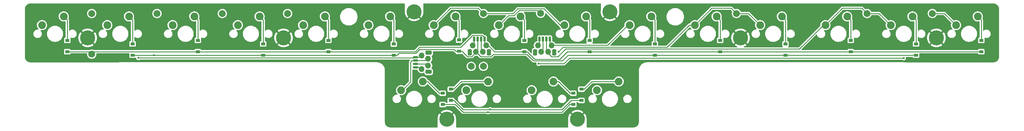
<source format=gbl>
G04 #@! TF.GenerationSoftware,KiCad,Pcbnew,(6.0.10-0)*
G04 #@! TF.CreationDate,2023-02-22T14:57:57+09:00*
G04 #@! TF.ProjectId,Sandy_Top,53616e64-795f-4546-9f70-2e6b69636164,v.0*
G04 #@! TF.SameCoordinates,Original*
G04 #@! TF.FileFunction,Copper,L2,Bot*
G04 #@! TF.FilePolarity,Positive*
%FSLAX46Y46*%
G04 Gerber Fmt 4.6, Leading zero omitted, Abs format (unit mm)*
G04 Created by KiCad (PCBNEW (6.0.10-0)) date 2023-02-22 14:57:57*
%MOMM*%
%LPD*%
G01*
G04 APERTURE LIST*
G04 Aperture macros list*
%AMRoundRect*
0 Rectangle with rounded corners*
0 $1 Rounding radius*
0 $2 $3 $4 $5 $6 $7 $8 $9 X,Y pos of 4 corners*
0 Add a 4 corners polygon primitive as box body*
4,1,4,$2,$3,$4,$5,$6,$7,$8,$9,$2,$3,0*
0 Add four circle primitives for the rounded corners*
1,1,$1+$1,$2,$3*
1,1,$1+$1,$4,$5*
1,1,$1+$1,$6,$7*
1,1,$1+$1,$8,$9*
0 Add four rect primitives between the rounded corners*
20,1,$1+$1,$2,$3,$4,$5,0*
20,1,$1+$1,$4,$5,$6,$7,0*
20,1,$1+$1,$6,$7,$8,$9,0*
20,1,$1+$1,$8,$9,$2,$3,0*%
G04 Aperture macros list end*
G04 #@! TA.AperFunction,ComponentPad*
%ADD10C,2.250000*%
G04 #@! TD*
G04 #@! TA.AperFunction,SMDPad,CuDef*
%ADD11R,1.200000X0.900000*%
G04 #@! TD*
G04 #@! TA.AperFunction,ComponentPad*
%ADD12C,2.000000*%
G04 #@! TD*
G04 #@! TA.AperFunction,ComponentPad*
%ADD13C,4.400000*%
G04 #@! TD*
G04 #@! TA.AperFunction,SMDPad,CuDef*
%ADD14RoundRect,0.150000X0.150000X0.625000X-0.150000X0.625000X-0.150000X-0.625000X0.150000X-0.625000X0*%
G04 #@! TD*
G04 #@! TA.AperFunction,ComponentPad*
%ADD15O,1.700000X1.700000*%
G04 #@! TD*
G04 #@! TA.AperFunction,SMDPad,CuDef*
%ADD16RoundRect,0.250000X0.350000X0.650000X-0.350000X0.650000X-0.350000X-0.650000X0.350000X-0.650000X0*%
G04 #@! TD*
G04 #@! TA.AperFunction,SMDPad,CuDef*
%ADD17RoundRect,0.150000X-0.625000X0.150000X-0.625000X-0.150000X0.625000X-0.150000X0.625000X0.150000X0*%
G04 #@! TD*
G04 #@! TA.AperFunction,SMDPad,CuDef*
%ADD18RoundRect,0.250000X-0.650000X0.350000X-0.650000X-0.350000X0.650000X-0.350000X0.650000X0.350000X0*%
G04 #@! TD*
G04 #@! TA.AperFunction,ViaPad*
%ADD19C,0.600000*%
G04 #@! TD*
G04 #@! TA.AperFunction,Conductor*
%ADD20C,0.254000*%
G04 #@! TD*
G04 APERTURE END LIST*
D10*
X163695310Y-43513405D03*
X170045310Y-40973405D03*
X77970310Y-24463405D03*
X84320310Y-21923405D03*
X125595310Y-43513405D03*
X131945310Y-40973405D03*
X192270310Y-24463405D03*
X198620310Y-21923405D03*
X58920310Y-24463405D03*
X65270310Y-21923405D03*
X154098435Y-24463405D03*
X160448435Y-21923405D03*
X230370310Y-24463405D03*
X236720310Y-21923405D03*
X116070310Y-24463405D03*
X122420310Y-21923405D03*
X211320310Y-24463405D03*
X217670310Y-21923405D03*
X144645310Y-43513405D03*
X150995310Y-40973405D03*
X249420310Y-24463405D03*
X255770310Y-21923405D03*
X268470310Y-24463405D03*
X274820310Y-21923405D03*
X20820310Y-24463405D03*
X27170310Y-21923405D03*
X182745310Y-43513405D03*
X189095310Y-40973405D03*
X287520310Y-24463405D03*
X293870310Y-21923405D03*
X135120310Y-24463405D03*
X141470310Y-21923405D03*
X39870310Y-24463405D03*
X46220310Y-21923405D03*
X97020310Y-24463405D03*
X103370310Y-21923405D03*
X173220310Y-24463405D03*
X179570310Y-21923405D03*
D11*
X85352185Y-33275280D03*
X85352185Y-29975280D03*
D12*
X261564685Y-21050280D03*
D11*
X294902185Y-32225280D03*
X294902185Y-28925280D03*
X237752185Y-33279280D03*
X237752185Y-29979280D03*
X66302185Y-32225280D03*
X66302185Y-28925280D03*
X123452185Y-33279280D03*
X123452185Y-29979280D03*
X104402185Y-32225280D03*
X104402185Y-28925280D03*
X142502185Y-32125280D03*
X142502185Y-28825280D03*
X256802185Y-32225280D03*
X256802185Y-28925280D03*
X137739685Y-47703405D03*
X137739685Y-44403405D03*
X180602185Y-32225280D03*
X180602185Y-28925280D03*
X47252185Y-33275280D03*
X47252185Y-29975280D03*
X275852185Y-33275280D03*
X275852185Y-29975280D03*
D13*
X224655310Y-28194030D03*
D11*
X178220935Y-46512780D03*
X178220935Y-43212780D03*
X140120935Y-46512780D03*
X140120935Y-43212780D03*
D14*
X169005310Y-28575280D03*
D15*
X169505310Y-30375280D03*
D14*
X168005310Y-28575280D03*
D15*
X168505310Y-32275280D03*
D14*
X167005310Y-28575280D03*
D15*
X166505310Y-32275280D03*
D14*
X166005310Y-28575280D03*
D15*
X165505310Y-30375280D03*
D16*
X170305310Y-32450280D03*
X164705310Y-32450280D03*
D12*
X35345935Y-32956530D03*
X35345935Y-21050280D03*
X149645935Y-21050280D03*
X73445935Y-21059655D03*
X166314685Y-21003405D03*
D13*
X34155310Y-28194030D03*
D12*
X149645935Y-36528405D03*
D13*
X186555310Y-20561655D03*
D11*
X218702185Y-32225280D03*
X218702185Y-28925280D03*
D12*
X223464685Y-21050280D03*
D11*
X161552185Y-32225280D03*
X161552185Y-28925280D03*
D13*
X177030310Y-52006530D03*
X91305310Y-28194030D03*
X138930310Y-52006530D03*
X129405310Y-20561655D03*
D11*
X199652185Y-33279280D03*
X199652185Y-29979280D03*
D17*
X129786560Y-33837780D03*
D15*
X131586560Y-33337780D03*
X133486560Y-34337780D03*
D17*
X129786560Y-34837780D03*
X129786560Y-35837780D03*
D15*
X133486560Y-36337780D03*
D17*
X129786560Y-36837780D03*
D15*
X131586560Y-37337780D03*
D18*
X133661560Y-38137780D03*
X133661560Y-32537780D03*
D13*
X281805310Y-28194030D03*
D12*
X280614685Y-21050280D03*
X92495935Y-21050280D03*
X146074060Y-36528405D03*
X54395935Y-21050280D03*
D11*
X28202185Y-32225280D03*
X28202185Y-28925280D03*
X175839685Y-47703405D03*
X175839685Y-44403405D03*
D14*
X149955310Y-28575280D03*
D15*
X150455310Y-30375280D03*
D14*
X148955310Y-28575280D03*
D15*
X149455310Y-32275280D03*
D14*
X147955310Y-28575280D03*
D15*
X147455310Y-32275280D03*
X146455310Y-30375280D03*
D14*
X146955310Y-28575280D03*
D16*
X145655310Y-32450280D03*
X151255310Y-32450280D03*
D19*
X53524060Y-33275280D03*
X150963560Y-49926905D03*
X151593260Y-49132294D03*
X48958385Y-34059480D03*
X171545498Y-32234218D03*
X165727310Y-35766405D03*
X272280310Y-34115405D03*
X122261560Y-36528405D03*
X193667310Y-44910405D03*
X27043310Y-25511155D03*
X299331310Y-34496405D03*
X16629310Y-34496405D03*
X157980310Y-53197155D03*
X170807310Y-25098405D03*
X139565310Y-21447155D03*
X187571310Y-30083155D03*
X239641310Y-30591155D03*
X173458435Y-53197155D03*
X182237310Y-29321155D03*
X135247310Y-32464405D03*
X243705310Y-35004405D03*
X157980310Y-48371155D03*
X53205310Y-18669030D03*
X127373310Y-35004405D03*
X137787310Y-46085155D03*
X162425310Y-21193155D03*
X175887310Y-45672405D03*
X205859310Y-30591155D03*
X142502185Y-53197155D03*
X281805310Y-35004405D03*
X243705310Y-19859655D03*
X281805310Y-18669030D03*
X224655310Y-18669030D03*
X157345310Y-22717155D03*
X110355310Y-18669030D03*
X299331310Y-19002405D03*
X36536560Y-23431530D03*
X222623310Y-30591155D03*
X126103310Y-18669030D03*
X67492810Y-23431530D03*
X16629310Y-19002405D03*
X143375310Y-21447155D03*
X262755310Y-18669030D03*
X151249310Y-27543155D03*
X174109310Y-26527155D03*
X91305310Y-35004405D03*
X268851310Y-31353155D03*
X243197310Y-31353155D03*
X205605310Y-35004405D03*
X135358435Y-53197155D03*
X172077310Y-48371155D03*
X72255310Y-35004405D03*
X132707310Y-18669030D03*
X150995310Y-34750405D03*
X167505310Y-18669030D03*
X144899310Y-48371155D03*
X193699060Y-36528405D03*
X224655310Y-35004405D03*
X183507310Y-18669030D03*
X74636560Y-23431530D03*
X34155310Y-18669030D03*
X180602185Y-53197155D03*
X175125310Y-35004405D03*
X129405310Y-38052405D03*
X163695310Y-29321155D03*
X155313310Y-21955155D03*
X193699060Y-53197155D03*
X143121310Y-42275155D03*
X291965310Y-31353155D03*
X146169310Y-39735155D03*
X110355310Y-35004405D03*
X205605310Y-18669030D03*
X262755310Y-35004405D03*
X34155310Y-35004405D03*
X140581310Y-32464405D03*
X135247310Y-39322405D03*
X122293310Y-44910405D03*
X226687310Y-30591155D03*
X73445935Y-18669030D03*
X236339310Y-30591155D03*
X53205310Y-35004405D03*
X161917310Y-33988405D03*
X122261560Y-53197155D03*
X148455310Y-18669030D03*
X189603310Y-18669030D03*
X91305310Y-18669030D03*
D20*
X199652185Y-22955280D02*
X198620310Y-21923405D01*
X199652185Y-29979280D02*
X199652185Y-22955280D01*
X237752185Y-29979280D02*
X237752185Y-22955280D01*
X237752185Y-22955280D02*
X236720310Y-21923405D01*
X256802185Y-22955280D02*
X255770310Y-21923405D01*
X256802185Y-28925280D02*
X256802185Y-22955280D01*
X275852185Y-29975280D02*
X275852185Y-22955280D01*
X275852185Y-22955280D02*
X274820310Y-21923405D01*
X137739685Y-44403405D02*
X136772310Y-44403405D01*
X136772310Y-44403405D02*
X133342310Y-40973405D01*
X133342310Y-40973405D02*
X131945310Y-40973405D01*
X140120935Y-43212780D02*
X140913685Y-43212780D01*
X143153060Y-40973405D02*
X150995310Y-40973405D01*
X140913685Y-43212780D02*
X143153060Y-40973405D01*
X174967560Y-44403405D02*
X171537560Y-40973405D01*
X171537560Y-40973405D02*
X170045310Y-40973405D01*
X175839685Y-44403405D02*
X174967560Y-44403405D01*
X179013685Y-43212780D02*
X181253060Y-40973405D01*
X181253060Y-40973405D02*
X189095310Y-40973405D01*
X178220935Y-43212780D02*
X179013685Y-43212780D01*
X28202185Y-22955280D02*
X27170310Y-21923405D01*
X28202185Y-28925280D02*
X28202185Y-22955280D01*
X294902185Y-28925280D02*
X294902185Y-22955280D01*
X294902185Y-22955280D02*
X293870310Y-21923405D01*
X47252185Y-29975280D02*
X47252185Y-22955280D01*
X47252185Y-22955280D02*
X46220310Y-21923405D01*
X66302185Y-28925280D02*
X66302185Y-22955280D01*
X66302185Y-22955280D02*
X65270310Y-21923405D01*
X85352185Y-29975280D02*
X85352185Y-22955280D01*
X85352185Y-22955280D02*
X84320310Y-21923405D01*
X104402185Y-22955280D02*
X103370310Y-21923405D01*
X104402185Y-28925280D02*
X104402185Y-22955280D01*
X123452185Y-22955280D02*
X122420310Y-21923405D01*
X123452185Y-29979280D02*
X123452185Y-22955280D01*
X180602185Y-22955280D02*
X179570310Y-21923405D01*
X180602185Y-28925280D02*
X180602185Y-22955280D01*
X142502185Y-22955280D02*
X141470310Y-21923405D01*
X142502185Y-28825280D02*
X142502185Y-22955280D01*
X161552185Y-28925280D02*
X161552185Y-22955280D01*
X161552185Y-22955280D02*
X160520310Y-21923405D01*
X152883435Y-32225280D02*
X151033435Y-30375280D01*
X256802185Y-32225280D02*
X294902185Y-32225280D01*
X149955310Y-29875280D02*
X150455310Y-30375280D01*
X151033435Y-30375280D02*
X150455310Y-30375280D01*
X28202185Y-32225280D02*
X34614685Y-32225280D01*
X34614685Y-32225280D02*
X35345935Y-32956530D01*
X171874609Y-34445106D02*
X164626011Y-34445106D01*
X180602185Y-32225280D02*
X174094435Y-32225280D01*
X162406185Y-32225280D02*
X161552185Y-32225280D01*
X66302185Y-32225280D02*
X104402185Y-32225280D01*
X180602185Y-32225280D02*
X218702185Y-32225280D01*
X164626011Y-34445106D02*
X162406185Y-32225280D01*
X218702185Y-32225280D02*
X256802185Y-32225280D01*
X161552185Y-32225280D02*
X152883435Y-32225280D01*
X143057810Y-30940405D02*
X146528135Y-27470080D01*
X36077185Y-32225280D02*
X66302185Y-32225280D01*
X130992810Y-30940405D02*
X143057810Y-30940405D01*
X174094435Y-32225280D02*
X171874609Y-34445106D01*
X149304215Y-27470080D02*
X149955310Y-28121175D01*
X146528135Y-27470080D02*
X149304215Y-27470080D01*
X149955310Y-28121175D02*
X149955310Y-28575280D01*
X104402185Y-32225280D02*
X129707935Y-32225280D01*
X35345935Y-32956530D02*
X36077185Y-32225280D01*
X129707935Y-32225280D02*
X130992810Y-30940405D01*
X149955310Y-28575280D02*
X149955310Y-29875280D01*
X199652185Y-33279280D02*
X174310435Y-33279280D01*
X147455310Y-32470807D02*
X147455310Y-32275280D01*
X124431185Y-33279280D02*
X125028484Y-32681981D01*
X53524060Y-33275280D02*
X85352185Y-33275280D01*
X151845637Y-33680480D02*
X148860510Y-33680480D01*
X152520637Y-33005480D02*
X151845637Y-33680480D01*
X85356185Y-33279280D02*
X85352185Y-33275280D01*
X164195962Y-34901807D02*
X162299635Y-33005480D01*
X174310435Y-33279280D02*
X172687908Y-34901807D01*
X199652185Y-33279280D02*
X237752185Y-33279280D01*
X141089735Y-31607580D02*
X141607435Y-32125280D01*
X47252185Y-33275280D02*
X53524060Y-33275280D01*
X237752185Y-33279280D02*
X275848185Y-33279280D01*
X162299635Y-33005480D02*
X152520637Y-33005480D01*
X275848185Y-33279280D02*
X275852185Y-33275280D01*
X143385435Y-32125280D02*
X144940635Y-33680480D01*
X142502185Y-32125280D02*
X143385435Y-32125280D01*
X123452185Y-33279280D02*
X124431185Y-33279280D01*
X146245637Y-33680480D02*
X147455310Y-32470807D01*
X123452185Y-33279280D02*
X85356185Y-33279280D01*
X141607435Y-32125280D02*
X142502185Y-32125280D01*
X147455310Y-32275280D02*
X147955310Y-31775280D01*
X148860510Y-33680480D02*
X147455310Y-32275280D01*
X172687908Y-34901807D02*
X164195962Y-34901807D01*
X147955310Y-31775280D02*
X147955310Y-28575280D01*
X129897106Y-32681981D02*
X130971507Y-31607580D01*
X125028484Y-32681981D02*
X129897106Y-32681981D01*
X144940635Y-33680480D02*
X146245637Y-33680480D01*
X130971507Y-31607580D02*
X141089735Y-31607580D01*
X218702185Y-22955280D02*
X217670310Y-21923405D01*
X218702185Y-28925280D02*
X218702185Y-22955280D01*
X175839685Y-47703405D02*
X174777060Y-47703405D01*
X172553560Y-49926905D02*
X150963560Y-49926905D01*
X174777060Y-47703405D02*
X172553560Y-49926905D01*
X143661060Y-49926905D02*
X150963560Y-49926905D01*
X146955310Y-29875280D02*
X146455310Y-30375280D01*
X146955310Y-28575280D02*
X146955310Y-29875280D01*
X141437560Y-47703405D02*
X143661060Y-49926905D01*
X137739685Y-47703405D02*
X141437560Y-47703405D01*
X172585310Y-49164905D02*
X175237435Y-46512780D01*
X175237435Y-46512780D02*
X178220935Y-46512780D01*
X140120935Y-46512780D02*
X141008935Y-46512780D01*
X149455310Y-32275280D02*
X148955310Y-31775280D01*
X143661060Y-49164905D02*
X172585310Y-49164905D01*
X148955310Y-31775280D02*
X148955310Y-28575280D01*
X141008935Y-46512780D02*
X143661060Y-49164905D01*
X129786560Y-33837780D02*
X131086560Y-33837780D01*
X131086560Y-33837780D02*
X131586560Y-33337780D01*
X129786560Y-33837780D02*
X129564860Y-34059480D01*
X129564860Y-34059480D02*
X48958385Y-34059480D01*
X133486560Y-36337780D02*
X132986560Y-35837780D01*
X132986560Y-35837780D02*
X129786560Y-35837780D01*
X133486560Y-34337780D02*
X132986560Y-34837780D01*
X132986560Y-34837780D02*
X129786560Y-34837780D01*
X128809935Y-34837780D02*
X128389310Y-35258405D01*
X128389310Y-41100405D02*
X125976310Y-43513405D01*
X129786560Y-34837780D02*
X128809935Y-34837780D01*
X128389310Y-35258405D02*
X128389310Y-41100405D01*
X125976310Y-43513405D02*
X125595310Y-43513405D01*
X172069372Y-24463405D02*
X167279172Y-19673205D01*
X129786560Y-36837780D02*
X131086560Y-36837780D01*
X131086560Y-36837780D02*
X131586560Y-37337780D01*
X149655310Y-21059655D02*
X149645935Y-21050280D01*
X140073310Y-19510405D02*
X148106060Y-19510405D01*
X173220310Y-24463405D02*
X172069372Y-24463405D01*
X148106060Y-19510405D02*
X149645935Y-21050280D01*
X167279172Y-19673205D02*
X159627260Y-19673205D01*
X159627260Y-19673205D02*
X158240810Y-21059655D01*
X158240810Y-21059655D02*
X149655310Y-21059655D01*
X135120310Y-24463405D02*
X140073310Y-19510405D01*
X169005310Y-28575280D02*
X169005310Y-29875280D01*
X169543435Y-30337155D02*
X185895963Y-30337155D01*
X165441186Y-20129906D02*
X160094799Y-20129906D01*
X158523550Y-21701155D02*
X156932560Y-21701155D01*
X166314685Y-21003405D02*
X165441186Y-20129906D01*
X160094799Y-20129906D02*
X158523550Y-21701155D01*
X156932560Y-21701155D02*
X154170310Y-24463405D01*
X169005310Y-29875280D02*
X169505310Y-30375280D01*
X191769713Y-24463405D02*
X192270310Y-24463405D01*
X185895963Y-30337155D02*
X191769713Y-24463405D01*
X169505310Y-30375280D02*
X169543435Y-30337155D01*
X216273310Y-19510405D02*
X211320310Y-24463405D01*
X172839311Y-30940405D02*
X171545498Y-32234218D01*
X209729320Y-24463405D02*
X203252320Y-30940405D01*
X221924810Y-19510405D02*
X216273310Y-19510405D01*
X167005310Y-31775280D02*
X167005310Y-28575280D01*
X203252320Y-30940405D02*
X172839311Y-30940405D01*
X211320310Y-24463405D02*
X209729320Y-24463405D01*
X166505310Y-32275280D02*
X167005310Y-31775280D01*
X223464685Y-21050280D02*
X226957185Y-21050280D01*
X226957185Y-21050280D02*
X230370310Y-24463405D01*
X223464685Y-21050280D02*
X221924810Y-19510405D01*
X168505310Y-32275280D02*
X168005310Y-31775280D01*
X173604635Y-31445080D02*
X171369235Y-33680480D01*
X169483385Y-33680480D02*
X168505310Y-32702405D01*
X171369235Y-33680480D02*
X169483385Y-33680480D01*
X260024810Y-19510405D02*
X254373310Y-19510405D01*
X261564685Y-21050280D02*
X260024810Y-19510405D01*
X254373310Y-19510405D02*
X249420310Y-24463405D01*
X248817060Y-24463405D02*
X241835385Y-31445080D01*
X168005310Y-31775280D02*
X168005310Y-28575280D01*
X261564685Y-21050280D02*
X265057185Y-21050280D01*
X265057185Y-21050280D02*
X268470310Y-24463405D01*
X249420310Y-24463405D02*
X248817060Y-24463405D01*
X241835385Y-31445080D02*
X173604635Y-31445080D01*
X168505310Y-32702405D02*
X168505310Y-32275280D01*
X287520310Y-24463405D02*
X284107185Y-21050280D01*
X166005310Y-28575280D02*
X166005310Y-29875280D01*
X173093310Y-35766405D02*
X174744310Y-34115405D01*
X165727310Y-35766405D02*
X173093310Y-35766405D01*
X166005310Y-29875280D02*
X165505310Y-30375280D01*
X174744310Y-34115405D02*
X272280310Y-34115405D01*
X284107185Y-21050280D02*
X280614685Y-21050280D01*
G04 #@! TA.AperFunction,Conductor*
G36*
X126628431Y-18154467D02*
G01*
X126674924Y-18208123D01*
X126686310Y-18260465D01*
X126686310Y-20561655D01*
X126691018Y-20561655D01*
X126695134Y-20585972D01*
X126708555Y-20855569D01*
X126709386Y-20863098D01*
X126763395Y-21177414D01*
X126765128Y-21184801D01*
X126856506Y-21490350D01*
X126859109Y-21497463D01*
X126986537Y-21789828D01*
X126989979Y-21796584D01*
X127151606Y-22071520D01*
X127155829Y-22077805D01*
X127306773Y-22275589D01*
X127318299Y-22284051D01*
X127330364Y-22277390D01*
X129009195Y-20598560D01*
X129071507Y-20564534D01*
X129098290Y-20561655D01*
X129712330Y-20561655D01*
X129780451Y-20581657D01*
X129801425Y-20598560D01*
X131478595Y-22275729D01*
X131491718Y-22282895D01*
X131502019Y-22275506D01*
X131606061Y-22147710D01*
X131610474Y-22141569D01*
X131780659Y-21871842D01*
X131784315Y-21865191D01*
X131920854Y-21576990D01*
X131923685Y-21569950D01*
X132024616Y-21267422D01*
X132026580Y-21260088D01*
X132090432Y-20947644D01*
X132091504Y-20940120D01*
X132117483Y-20620706D01*
X132117688Y-20616231D01*
X132118237Y-20563876D01*
X132118127Y-20559444D01*
X132111738Y-20453472D01*
X132111510Y-20445890D01*
X132111510Y-18260465D01*
X132131512Y-18192344D01*
X132185168Y-18145851D01*
X132237510Y-18134465D01*
X183762310Y-18134465D01*
X183830431Y-18154467D01*
X183876924Y-18208123D01*
X183888310Y-18260465D01*
X183888310Y-20077931D01*
X183886016Y-20101865D01*
X183866289Y-20203825D01*
X183865302Y-20211325D01*
X183842777Y-20529457D01*
X183842698Y-20537038D01*
X183858555Y-20855569D01*
X183859386Y-20863098D01*
X183913395Y-21177414D01*
X183915128Y-21184801D01*
X184006506Y-21490350D01*
X184009109Y-21497463D01*
X184136537Y-21789828D01*
X184139979Y-21796584D01*
X184301606Y-22071520D01*
X184305829Y-22077805D01*
X184456773Y-22275589D01*
X184468299Y-22284051D01*
X184480364Y-22277390D01*
X186159195Y-20598560D01*
X186221507Y-20564534D01*
X186248290Y-20561655D01*
X186862330Y-20561655D01*
X186930451Y-20581657D01*
X186951425Y-20598560D01*
X188628595Y-22275729D01*
X188641718Y-22282895D01*
X188652019Y-22275506D01*
X188756061Y-22147710D01*
X188760474Y-22141569D01*
X188930659Y-21871842D01*
X188934315Y-21865191D01*
X189070854Y-21576990D01*
X189073685Y-21569950D01*
X189174616Y-21267422D01*
X189176580Y-21260088D01*
X189240432Y-20947644D01*
X189241504Y-20940120D01*
X189267483Y-20620706D01*
X189267688Y-20616231D01*
X189268237Y-20563876D01*
X189268127Y-20559444D01*
X189248839Y-20239508D01*
X189247931Y-20232006D01*
X189239360Y-20185076D01*
X189237310Y-20162439D01*
X189237310Y-18260465D01*
X189257312Y-18192344D01*
X189310968Y-18145851D01*
X189363310Y-18134465D01*
X298417375Y-18134465D01*
X298437080Y-18136015D01*
X298437531Y-18136086D01*
X298455326Y-18138904D01*
X298465120Y-18137352D01*
X298475036Y-18137352D01*
X298475036Y-18137477D01*
X298489057Y-18136876D01*
X298680292Y-18150546D01*
X298698087Y-18153104D01*
X298909664Y-18199122D01*
X298926913Y-18204186D01*
X298937470Y-18208123D01*
X299129793Y-18279850D01*
X299146147Y-18287318D01*
X299336191Y-18391084D01*
X299351315Y-18400804D01*
X299524656Y-18530561D01*
X299538244Y-18542335D01*
X299691353Y-18695444D01*
X299703126Y-18709030D01*
X299779821Y-18811481D01*
X299832887Y-18882370D01*
X299842604Y-18897490D01*
X299946375Y-19087536D01*
X299953843Y-19103889D01*
X300028846Y-19304987D01*
X300029508Y-19306763D01*
X300034572Y-19324009D01*
X300075588Y-19512576D01*
X300080594Y-19535593D01*
X300083151Y-19553383D01*
X300095648Y-19728183D01*
X300096816Y-19744515D01*
X300096210Y-19758640D01*
X300096323Y-19758640D01*
X300096323Y-19768559D01*
X300094771Y-19778353D01*
X300097289Y-19794251D01*
X300097659Y-19796590D01*
X300099210Y-19816297D01*
X300099210Y-33676203D01*
X300097658Y-33695917D01*
X300094771Y-33714142D01*
X300096322Y-33723937D01*
X300096322Y-33733855D01*
X300096196Y-33733855D01*
X300096797Y-33747870D01*
X300083115Y-33939111D01*
X300080556Y-33956902D01*
X300066086Y-34023419D01*
X300034526Y-34168485D01*
X300029465Y-34185722D01*
X299953789Y-34388616D01*
X299946325Y-34404958D01*
X299842550Y-34595007D01*
X299832832Y-34610129D01*
X299703068Y-34783476D01*
X299691305Y-34797051D01*
X299550197Y-34938163D01*
X299538192Y-34950168D01*
X299524607Y-34961940D01*
X299351268Y-35091705D01*
X299336146Y-35101423D01*
X299146101Y-35205204D01*
X299129750Y-35212672D01*
X298926869Y-35288351D01*
X298909632Y-35293412D01*
X298886172Y-35298517D01*
X298698048Y-35339449D01*
X298680256Y-35342008D01*
X298600556Y-35347713D01*
X298489276Y-35355678D01*
X298475002Y-35355066D01*
X298475002Y-35355162D01*
X298465081Y-35355162D01*
X298455290Y-35353612D01*
X298445501Y-35355163D01*
X298445499Y-35355163D01*
X298442250Y-35355678D01*
X298437093Y-35356495D01*
X298417365Y-35358047D01*
X247166195Y-35352579D01*
X197393269Y-35347269D01*
X197373571Y-35345718D01*
X197372914Y-35345614D01*
X197355312Y-35342826D01*
X197354515Y-35342952D01*
X197344241Y-35343573D01*
X197344240Y-35343573D01*
X197074588Y-35359883D01*
X197074582Y-35359884D01*
X197070791Y-35360113D01*
X196950386Y-35382178D01*
X196794171Y-35410805D01*
X196794164Y-35410807D01*
X196790419Y-35411493D01*
X196518284Y-35496294D01*
X196258356Y-35613280D01*
X196255104Y-35615246D01*
X196255102Y-35615247D01*
X196017685Y-35758773D01*
X196017678Y-35758778D01*
X196014424Y-35760745D01*
X196011417Y-35763101D01*
X195793045Y-35934187D01*
X195793041Y-35934190D01*
X195790046Y-35936537D01*
X195588494Y-36138095D01*
X195412708Y-36362477D01*
X195265250Y-36606413D01*
X195230247Y-36684190D01*
X195171553Y-36814612D01*
X195148271Y-36866345D01*
X195147140Y-36869976D01*
X195147137Y-36869983D01*
X195064609Y-37134851D01*
X195063478Y-37138482D01*
X195012106Y-37418855D01*
X195011877Y-37422640D01*
X195011876Y-37422652D01*
X195005709Y-37524655D01*
X194994986Y-37702018D01*
X194994771Y-37703377D01*
X194996322Y-37713166D01*
X194997658Y-37721599D01*
X194999210Y-37741315D01*
X194999210Y-52740415D01*
X194997658Y-52760128D01*
X194994771Y-52778353D01*
X194996321Y-52788145D01*
X194996321Y-52798062D01*
X194996196Y-52798062D01*
X194996796Y-52812079D01*
X194983114Y-53003311D01*
X194980555Y-53021106D01*
X194934524Y-53232678D01*
X194929459Y-53249926D01*
X194853787Y-53452797D01*
X194846321Y-53469144D01*
X194846302Y-53469179D01*
X194742548Y-53659180D01*
X194732829Y-53674302D01*
X194603068Y-53847637D01*
X194591296Y-53861223D01*
X194514736Y-53937781D01*
X194438189Y-54014325D01*
X194424603Y-54026097D01*
X194251268Y-54155852D01*
X194236144Y-54165571D01*
X194046105Y-54269338D01*
X194029753Y-54276806D01*
X193826885Y-54352471D01*
X193809636Y-54357536D01*
X193598058Y-54403562D01*
X193580264Y-54406120D01*
X193542849Y-54408796D01*
X193388793Y-54419815D01*
X193375017Y-54419224D01*
X193375017Y-54419377D01*
X193365101Y-54419377D01*
X193355308Y-54417826D01*
X193345516Y-54419377D01*
X193337075Y-54420714D01*
X193317363Y-54422265D01*
X179871310Y-54422265D01*
X179803189Y-54402263D01*
X179756696Y-54348607D01*
X179745310Y-54296265D01*
X179745310Y-51978405D01*
X179742420Y-51978405D01*
X179741112Y-51970915D01*
X179723839Y-51684383D01*
X179722931Y-51676881D01*
X179665629Y-51363123D01*
X179663828Y-51355790D01*
X179569245Y-51051185D01*
X179566573Y-51044113D01*
X179436091Y-50753100D01*
X179432574Y-50746373D01*
X179268081Y-50473151D01*
X179263791Y-50466907D01*
X179128301Y-50293177D01*
X179116509Y-50284708D01*
X179104796Y-50291255D01*
X177454550Y-51941500D01*
X177392238Y-51975526D01*
X177365455Y-51978405D01*
X176695165Y-51978405D01*
X176627044Y-51958403D01*
X176606070Y-51941500D01*
X174956755Y-50292186D01*
X174943820Y-50285122D01*
X174933259Y-50292782D01*
X174813076Y-50443602D01*
X174808720Y-50449800D01*
X174641369Y-50721294D01*
X174637789Y-50727970D01*
X174504266Y-51017604D01*
X174501516Y-51024655D01*
X174403754Y-51328238D01*
X174401871Y-51335571D01*
X174341289Y-51648700D01*
X174340302Y-51656200D01*
X174317777Y-51974332D01*
X174317698Y-51981913D01*
X174319954Y-52027233D01*
X174320110Y-52033498D01*
X174320110Y-54296265D01*
X174300108Y-54364386D01*
X174246452Y-54410879D01*
X174194110Y-54422265D01*
X141766510Y-54422265D01*
X141698389Y-54402263D01*
X141651896Y-54348607D01*
X141640510Y-54296265D01*
X141640510Y-52094954D01*
X141640925Y-52084740D01*
X141642483Y-52065583D01*
X141642688Y-52061106D01*
X141643237Y-52008751D01*
X141643127Y-52004319D01*
X141623839Y-51684383D01*
X141622931Y-51676881D01*
X141565629Y-51363123D01*
X141563828Y-51355790D01*
X141469245Y-51051185D01*
X141466573Y-51044113D01*
X141336091Y-50753100D01*
X141332574Y-50746373D01*
X141168081Y-50473151D01*
X141163791Y-50466907D01*
X141028301Y-50293177D01*
X141016509Y-50284708D01*
X141004796Y-50291255D01*
X139334550Y-51961500D01*
X139272238Y-51995526D01*
X139245455Y-51998405D01*
X138615165Y-51998405D01*
X138547044Y-51978403D01*
X138526070Y-51961500D01*
X136856755Y-50292186D01*
X136843820Y-50285122D01*
X136833259Y-50292782D01*
X136713076Y-50443602D01*
X136708720Y-50449800D01*
X136541369Y-50721294D01*
X136537789Y-50727970D01*
X136404266Y-51017604D01*
X136401516Y-51024655D01*
X136303754Y-51328238D01*
X136301871Y-51335571D01*
X136241289Y-51648700D01*
X136240302Y-51656200D01*
X136217777Y-51974332D01*
X136217658Y-51985708D01*
X136217229Y-51985704D01*
X136216182Y-51998405D01*
X136215310Y-51998405D01*
X136215310Y-54296265D01*
X136195308Y-54364386D01*
X136141652Y-54410879D01*
X136089310Y-54422265D01*
X122547465Y-54422265D01*
X122527755Y-54420714D01*
X122519313Y-54419377D01*
X122509520Y-54417826D01*
X122499727Y-54419377D01*
X122489810Y-54419377D01*
X122489810Y-54419252D01*
X122475793Y-54419853D01*
X122284559Y-54406178D01*
X122266769Y-54403621D01*
X122160975Y-54380608D01*
X122055185Y-54357595D01*
X122037936Y-54352530D01*
X121835064Y-54276864D01*
X121818711Y-54269396D01*
X121628669Y-54165626D01*
X121613545Y-54155906D01*
X121440207Y-54026147D01*
X121426621Y-54014374D01*
X121273521Y-53861274D01*
X121261747Y-53847687D01*
X121131988Y-53674346D01*
X121122269Y-53659223D01*
X121018499Y-53469179D01*
X121011031Y-53452825D01*
X120935367Y-53249956D01*
X120930302Y-53232706D01*
X120907291Y-53126917D01*
X120884279Y-53021124D01*
X120881721Y-53003333D01*
X120881720Y-53003311D01*
X120868043Y-52812050D01*
X120868642Y-52798082D01*
X120868511Y-52798082D01*
X120868511Y-52788166D01*
X120870063Y-52778371D01*
X120868510Y-52768561D01*
X120867175Y-52760135D01*
X120865624Y-52740426D01*
X120865624Y-49919953D01*
X137208227Y-49919953D01*
X137214830Y-49931839D01*
X138917500Y-51634510D01*
X138931441Y-51642122D01*
X138933276Y-51641991D01*
X138939890Y-51637740D01*
X140644869Y-49932760D01*
X140651881Y-49919919D01*
X140644087Y-49909231D01*
X140481608Y-49781143D01*
X140475385Y-49776818D01*
X140203012Y-49610887D01*
X140196335Y-49607352D01*
X139905996Y-49475343D01*
X139898926Y-49472629D01*
X139594847Y-49376462D01*
X139587496Y-49374615D01*
X139274056Y-49315672D01*
X139266547Y-49314724D01*
X138948299Y-49293865D01*
X138940734Y-49293825D01*
X138622274Y-49311351D01*
X138614760Y-49312220D01*
X138300715Y-49367878D01*
X138293354Y-49369645D01*
X137988290Y-49462622D01*
X137981170Y-49465270D01*
X137689492Y-49594220D01*
X137682755Y-49597697D01*
X137408665Y-49760763D01*
X137402401Y-49765020D01*
X137216695Y-49908292D01*
X137208227Y-49919953D01*
X120865624Y-49919953D01*
X120865624Y-37741304D01*
X120867175Y-37721595D01*
X120868513Y-37713144D01*
X120870063Y-37703359D01*
X120869866Y-37702113D01*
X120861515Y-37564093D01*
X120852956Y-37422640D01*
X120852955Y-37422634D01*
X120852726Y-37418845D01*
X120819987Y-37240203D01*
X120802030Y-37142221D01*
X120802028Y-37142215D01*
X120801344Y-37138480D01*
X120771349Y-37042225D01*
X120717677Y-36869994D01*
X120717677Y-36869993D01*
X120716542Y-36866352D01*
X120599557Y-36606431D01*
X120452097Y-36362505D01*
X120449726Y-36359478D01*
X120322699Y-36197343D01*
X120276309Y-36138131D01*
X120074759Y-35936582D01*
X119966811Y-35852010D01*
X119853376Y-35763139D01*
X119853373Y-35763137D01*
X119850385Y-35760796D01*
X119703597Y-35672059D01*
X119609719Y-35615307D01*
X119609715Y-35615305D01*
X119606458Y-35613336D01*
X119346535Y-35496354D01*
X119074408Y-35411553D01*
X119070662Y-35410867D01*
X119070656Y-35410865D01*
X118797783Y-35360857D01*
X118797776Y-35360856D01*
X118794043Y-35360172D01*
X118790253Y-35359943D01*
X118790247Y-35359942D01*
X118521996Y-35343713D01*
X118510887Y-35343041D01*
X118509528Y-35342826D01*
X118499741Y-35344376D01*
X118499739Y-35344376D01*
X118491267Y-35345718D01*
X118471571Y-35347269D01*
X68634021Y-35352589D01*
X17507451Y-35358047D01*
X17487731Y-35356496D01*
X17469520Y-35353612D01*
X17459727Y-35355163D01*
X17449810Y-35355163D01*
X17449810Y-35355038D01*
X17435793Y-35355639D01*
X17244560Y-35341964D01*
X17226768Y-35339406D01*
X17015182Y-35293380D01*
X16997943Y-35288319D01*
X16795060Y-35212648D01*
X16778713Y-35205182D01*
X16776690Y-35204077D01*
X16716178Y-35171035D01*
X16588672Y-35101411D01*
X16573549Y-35091692D01*
X16400217Y-34961937D01*
X16386630Y-34950164D01*
X16361380Y-34924914D01*
X16233518Y-34797050D01*
X16221757Y-34783477D01*
X16091991Y-34610126D01*
X16082275Y-34595006D01*
X16070133Y-34572768D01*
X15978510Y-34404968D01*
X15971042Y-34388616D01*
X15953464Y-34341484D01*
X15895378Y-34185743D01*
X15890313Y-34168494D01*
X15871221Y-34080720D01*
X15844291Y-33956912D01*
X15841733Y-33939120D01*
X15841733Y-33939111D01*
X15828053Y-33747780D01*
X15828650Y-33733869D01*
X15828512Y-33733869D01*
X15828512Y-33723950D01*
X15830063Y-33714160D01*
X15828510Y-33704346D01*
X15827136Y-33695673D01*
X15825586Y-33676097D01*
X15824600Y-32709032D01*
X27246085Y-32709032D01*
X27246754Y-32713580D01*
X27246755Y-32713587D01*
X27254509Y-32766259D01*
X27256388Y-32779024D01*
X27260703Y-32787812D01*
X27260703Y-32787813D01*
X27303792Y-32875573D01*
X27308636Y-32885440D01*
X27316006Y-32892797D01*
X27384788Y-32961459D01*
X27392537Y-32969195D01*
X27401893Y-32973768D01*
X27401894Y-32973769D01*
X27490261Y-33016964D01*
X27490265Y-33016965D01*
X27499045Y-33021257D01*
X27533777Y-33026324D01*
X27563908Y-33030720D01*
X27563910Y-33030720D01*
X27568433Y-33031380D01*
X28835937Y-33031380D01*
X28840485Y-33030711D01*
X28840492Y-33030710D01*
X28896244Y-33022503D01*
X28896246Y-33022502D01*
X28905929Y-33021077D01*
X28974527Y-32987397D01*
X29002997Y-32973419D01*
X29002998Y-32973418D01*
X29012345Y-32968829D01*
X29096100Y-32884928D01*
X29147856Y-32779046D01*
X29195742Y-32726630D01*
X29261056Y-32708380D01*
X33868376Y-32708380D01*
X33936497Y-32728382D01*
X33982990Y-32782038D01*
X33993663Y-32847769D01*
X33990692Y-32875571D01*
X33985593Y-32923284D01*
X33985890Y-32928436D01*
X33985890Y-32928440D01*
X33986060Y-32931380D01*
X33998430Y-33145910D01*
X33999565Y-33150947D01*
X33999566Y-33150953D01*
X34042116Y-33339762D01*
X34047454Y-33363449D01*
X34131351Y-33570061D01*
X34247865Y-33760195D01*
X34251245Y-33764097D01*
X34390485Y-33924840D01*
X34390489Y-33924844D01*
X34393870Y-33928747D01*
X34397845Y-33932048D01*
X34397848Y-33932050D01*
X34420258Y-33950655D01*
X34565442Y-34071190D01*
X34757975Y-34183697D01*
X34762800Y-34185539D01*
X34762801Y-34185540D01*
X34808132Y-34202850D01*
X34966298Y-34263248D01*
X34971364Y-34264279D01*
X34971365Y-34264279D01*
X35023773Y-34274941D01*
X35184817Y-34307706D01*
X35310808Y-34312326D01*
X35402499Y-34315688D01*
X35402503Y-34315688D01*
X35407663Y-34315877D01*
X35412783Y-34315221D01*
X35412785Y-34315221D01*
X35482654Y-34306270D01*
X35628850Y-34287542D01*
X35633798Y-34286057D01*
X35633805Y-34286056D01*
X35837497Y-34224945D01*
X35842440Y-34223462D01*
X35884515Y-34202850D01*
X36032371Y-34130416D01*
X36042696Y-34125358D01*
X36057968Y-34114465D01*
X36220037Y-33998862D01*
X36224240Y-33995864D01*
X36262484Y-33957754D01*
X36358446Y-33862126D01*
X36382197Y-33838458D01*
X36386228Y-33832849D01*
X36436019Y-33763557D01*
X36512324Y-33657367D01*
X36525995Y-33629707D01*
X36608832Y-33462097D01*
X36608833Y-33462095D01*
X36611126Y-33457455D01*
X36634960Y-33379008D01*
X36674448Y-33249042D01*
X36674449Y-33249036D01*
X36675952Y-33244090D01*
X36689388Y-33142028D01*
X36704621Y-33026324D01*
X36704621Y-33026318D01*
X36705058Y-33023002D01*
X36705551Y-33002825D01*
X36706601Y-32959894D01*
X36706601Y-32959890D01*
X36706683Y-32956530D01*
X36697489Y-32844704D01*
X36711842Y-32775174D01*
X36761507Y-32724441D01*
X36823065Y-32708380D01*
X46170085Y-32708380D01*
X46238206Y-32728382D01*
X46284699Y-32782038D01*
X46296085Y-32834380D01*
X46296085Y-33759032D01*
X46296754Y-33763580D01*
X46296755Y-33763587D01*
X46303470Y-33809204D01*
X46306388Y-33829024D01*
X46310703Y-33837812D01*
X46310703Y-33837813D01*
X46353791Y-33925571D01*
X46358636Y-33935440D01*
X46380989Y-33957754D01*
X46434788Y-34011459D01*
X46442537Y-34019195D01*
X46451893Y-34023768D01*
X46451894Y-34023769D01*
X46540261Y-34066964D01*
X46540265Y-34066965D01*
X46549045Y-34071257D01*
X46596837Y-34078229D01*
X46613908Y-34080720D01*
X46613910Y-34080720D01*
X46618433Y-34081380D01*
X47885937Y-34081380D01*
X47890485Y-34080711D01*
X47890492Y-34080710D01*
X47946244Y-34072503D01*
X47946246Y-34072502D01*
X47955929Y-34071077D01*
X47964718Y-34066762D01*
X48052997Y-34023419D01*
X48052998Y-34023418D01*
X48062345Y-34018829D01*
X48079820Y-34001324D01*
X48085147Y-33995988D01*
X48147431Y-33961909D01*
X48218251Y-33966914D01*
X48275123Y-34009412D01*
X48299558Y-34071181D01*
X48312205Y-34185733D01*
X48314928Y-34210401D01*
X48317537Y-34217532D01*
X48317538Y-34217534D01*
X48320250Y-34224945D01*
X48369502Y-34359531D01*
X48458073Y-34491338D01*
X48463691Y-34496450D01*
X48569906Y-34593099D01*
X48569910Y-34593102D01*
X48575527Y-34598213D01*
X48582204Y-34601839D01*
X48582205Y-34601839D01*
X48708407Y-34670362D01*
X48708409Y-34670363D01*
X48715084Y-34673987D01*
X48722433Y-34675915D01*
X48861338Y-34712356D01*
X48861340Y-34712356D01*
X48868688Y-34714284D01*
X48949620Y-34715555D01*
X49019871Y-34716659D01*
X49019874Y-34716659D01*
X49027470Y-34716778D01*
X49034875Y-34715082D01*
X49034876Y-34715082D01*
X49091913Y-34702019D01*
X49182263Y-34681326D01*
X49253584Y-34645455D01*
X49317347Y-34613386D01*
X49317350Y-34613384D01*
X49324132Y-34609973D01*
X49367694Y-34572768D01*
X49432484Y-34543738D01*
X49449524Y-34542580D01*
X128117739Y-34542580D01*
X128185860Y-34562582D01*
X128232353Y-34616238D01*
X128242457Y-34686512D01*
X128212963Y-34751092D01*
X128206834Y-34757675D01*
X128095953Y-34868556D01*
X128087038Y-34875679D01*
X128087410Y-34876116D01*
X128080577Y-34881931D01*
X128072983Y-34886723D01*
X128039254Y-34924914D01*
X128033908Y-34930601D01*
X128023178Y-34941331D01*
X128020494Y-34944911D01*
X128020487Y-34944920D01*
X128017364Y-34949086D01*
X128010987Y-34956919D01*
X128006553Y-34961940D01*
X127981379Y-34990445D01*
X127977566Y-34998567D01*
X127974511Y-35003217D01*
X127969265Y-35011947D01*
X127966583Y-35016846D01*
X127961204Y-35024023D01*
X127958056Y-35032421D01*
X127958054Y-35032424D01*
X127945502Y-35065907D01*
X127941584Y-35075206D01*
X127922568Y-35115708D01*
X127921188Y-35124575D01*
X127919557Y-35129908D01*
X127916978Y-35139740D01*
X127915779Y-35145192D01*
X127912627Y-35153600D01*
X127911962Y-35162550D01*
X127909312Y-35198210D01*
X127908158Y-35208255D01*
X127906210Y-35220766D01*
X127906210Y-35235272D01*
X127905864Y-35244609D01*
X127902372Y-35291601D01*
X127904245Y-35300376D01*
X127904856Y-35309335D01*
X127904781Y-35309340D01*
X127906210Y-35322881D01*
X127906210Y-40848108D01*
X127886208Y-40916229D01*
X127869305Y-40937203D01*
X126557716Y-42248792D01*
X126495404Y-42282818D01*
X126424589Y-42277753D01*
X126407728Y-42270006D01*
X126258275Y-42187504D01*
X126204528Y-42157834D01*
X126199659Y-42156110D01*
X126199655Y-42156108D01*
X125979822Y-42078261D01*
X125979818Y-42078260D01*
X125974947Y-42076535D01*
X125969854Y-42075628D01*
X125969851Y-42075627D01*
X125867881Y-42057464D01*
X125735172Y-42033825D01*
X125643604Y-42032706D01*
X125496810Y-42030912D01*
X125496808Y-42030912D01*
X125491640Y-42030849D01*
X125250892Y-42067689D01*
X125019394Y-42143354D01*
X125014806Y-42145742D01*
X125014802Y-42145744D01*
X124820349Y-42246970D01*
X124803362Y-42255813D01*
X124799229Y-42258916D01*
X124799226Y-42258918D01*
X124612734Y-42398940D01*
X124608599Y-42402045D01*
X124440334Y-42578124D01*
X124303088Y-42779320D01*
X124300914Y-42784004D01*
X124300912Y-42784007D01*
X124202721Y-42995540D01*
X124202719Y-42995545D01*
X124200544Y-43000231D01*
X124135458Y-43234923D01*
X124109578Y-43477094D01*
X124109875Y-43482247D01*
X124109875Y-43482250D01*
X124120944Y-43674230D01*
X124123597Y-43720241D01*
X124124734Y-43725287D01*
X124124735Y-43725293D01*
X124146607Y-43822342D01*
X124177141Y-43957832D01*
X124179083Y-43962614D01*
X124179084Y-43962618D01*
X124266826Y-44178701D01*
X124268770Y-44183488D01*
X124396025Y-44391149D01*
X124555487Y-44575237D01*
X124597605Y-44610204D01*
X124637240Y-44669107D01*
X124638738Y-44740087D01*
X124601623Y-44800610D01*
X124537679Y-44831459D01*
X124491569Y-44830530D01*
X124487647Y-44829718D01*
X124467381Y-44825521D01*
X124462768Y-44825255D01*
X124413430Y-44822410D01*
X124413426Y-44822410D01*
X124411607Y-44822305D01*
X124269554Y-44822305D01*
X124266768Y-44822554D01*
X124266760Y-44822554D01*
X124186785Y-44829692D01*
X124106420Y-44836864D01*
X124101004Y-44838346D01*
X124101002Y-44838346D01*
X124062098Y-44848989D01*
X123894448Y-44894853D01*
X123889390Y-44897265D01*
X123889386Y-44897267D01*
X123741593Y-44967761D01*
X123696096Y-44989462D01*
X123691535Y-44992739D01*
X123691534Y-44992740D01*
X123593684Y-45063053D01*
X123517632Y-45117702D01*
X123364699Y-45275517D01*
X123242128Y-45457921D01*
X123153796Y-45659147D01*
X123102494Y-45872835D01*
X123102171Y-45878440D01*
X123090280Y-46084674D01*
X123089844Y-46092231D01*
X123116245Y-46310400D01*
X123180864Y-46520445D01*
X123183434Y-46525425D01*
X123183436Y-46525429D01*
X123256425Y-46666842D01*
X123281657Y-46715728D01*
X123415438Y-46890075D01*
X123419584Y-46893848D01*
X123419589Y-46893853D01*
X123533452Y-46997460D01*
X123577980Y-47037977D01*
X123582736Y-47040960D01*
X123582738Y-47040962D01*
X123759387Y-47151774D01*
X123759391Y-47151776D01*
X123764143Y-47154757D01*
X123968045Y-47236725D01*
X124183239Y-47281289D01*
X124187852Y-47281555D01*
X124237190Y-47284400D01*
X124237194Y-47284400D01*
X124239013Y-47284505D01*
X124381066Y-47284505D01*
X124383852Y-47284256D01*
X124383860Y-47284256D01*
X124463835Y-47277118D01*
X124544200Y-47269946D01*
X124549616Y-47268464D01*
X124549618Y-47268464D01*
X124686833Y-47230926D01*
X124756172Y-47211957D01*
X124761230Y-47209545D01*
X124761234Y-47209543D01*
X124949457Y-47119765D01*
X124949458Y-47119764D01*
X124954524Y-47117348D01*
X124959086Y-47114070D01*
X125128428Y-46992385D01*
X125128430Y-46992383D01*
X125132988Y-46989108D01*
X125285921Y-46831293D01*
X125408492Y-46648889D01*
X125496824Y-46447663D01*
X125548126Y-46233975D01*
X125556054Y-46096480D01*
X125558538Y-46053405D01*
X127050268Y-46053405D01*
X127050538Y-46057524D01*
X127067113Y-46310400D01*
X127070416Y-46360800D01*
X127071220Y-46364840D01*
X127071220Y-46364843D01*
X127103163Y-46525429D01*
X127130514Y-46662935D01*
X127131839Y-46666839D01*
X127131840Y-46666842D01*
X127215034Y-46911923D01*
X127229535Y-46954641D01*
X127284906Y-47066922D01*
X127360225Y-47219653D01*
X127365784Y-47230926D01*
X127536930Y-47487064D01*
X127539644Y-47490158D01*
X127539648Y-47490164D01*
X127737335Y-47715582D01*
X127740044Y-47718671D01*
X127743133Y-47721380D01*
X127968551Y-47919067D01*
X127968557Y-47919071D01*
X127971651Y-47921785D01*
X127975077Y-47924074D01*
X127975082Y-47924078D01*
X128167312Y-48052522D01*
X128227789Y-48092931D01*
X128231488Y-48094755D01*
X128231493Y-48094758D01*
X128373517Y-48164796D01*
X128504074Y-48229180D01*
X128507979Y-48230506D01*
X128507980Y-48230506D01*
X128791873Y-48326875D01*
X128791876Y-48326876D01*
X128795780Y-48328201D01*
X128799819Y-48329004D01*
X128799825Y-48329006D01*
X129093872Y-48387495D01*
X129093875Y-48387495D01*
X129097915Y-48388299D01*
X129102026Y-48388568D01*
X129102030Y-48388569D01*
X129326336Y-48403271D01*
X129326345Y-48403271D01*
X129328385Y-48403405D01*
X129482235Y-48403405D01*
X129484275Y-48403271D01*
X129484284Y-48403271D01*
X129708590Y-48388569D01*
X129708594Y-48388568D01*
X129712705Y-48388299D01*
X129716745Y-48387495D01*
X129716748Y-48387495D01*
X130010795Y-48329006D01*
X130010801Y-48329004D01*
X130014840Y-48328201D01*
X130018744Y-48326876D01*
X130018747Y-48326875D01*
X130302640Y-48230506D01*
X130302641Y-48230506D01*
X130306546Y-48229180D01*
X130391760Y-48187157D01*
X136783585Y-48187157D01*
X136784254Y-48191705D01*
X136784255Y-48191712D01*
X136789966Y-48230506D01*
X136793888Y-48257149D01*
X136798203Y-48265937D01*
X136798203Y-48265938D01*
X136841292Y-48353698D01*
X136846136Y-48363565D01*
X136853506Y-48370922D01*
X136922288Y-48439584D01*
X136930037Y-48447320D01*
X136939393Y-48451893D01*
X136939394Y-48451894D01*
X137027761Y-48495089D01*
X137027765Y-48495090D01*
X137036545Y-48499382D01*
X137084337Y-48506354D01*
X137101408Y-48508845D01*
X137101410Y-48508845D01*
X137105933Y-48509505D01*
X138373437Y-48509505D01*
X138377985Y-48508836D01*
X138377992Y-48508835D01*
X138433744Y-48500628D01*
X138433746Y-48500627D01*
X138443429Y-48499202D01*
X138452218Y-48494887D01*
X138540497Y-48451544D01*
X138540498Y-48451543D01*
X138549845Y-48446954D01*
X138633600Y-48363053D01*
X138685356Y-48257171D01*
X138733242Y-48204755D01*
X138798556Y-48186505D01*
X141185264Y-48186505D01*
X141253385Y-48206507D01*
X141274359Y-48223410D01*
X143271211Y-50220262D01*
X143278334Y-50229177D01*
X143278771Y-50228805D01*
X143284586Y-50235638D01*
X143289378Y-50243232D01*
X143327569Y-50276961D01*
X143333256Y-50282307D01*
X143343986Y-50293037D01*
X143347570Y-50295723D01*
X143351733Y-50298843D01*
X143359572Y-50305225D01*
X143393100Y-50334836D01*
X143401226Y-50338651D01*
X143405882Y-50341710D01*
X143414601Y-50346950D01*
X143419496Y-50349630D01*
X143426678Y-50355012D01*
X143468563Y-50370714D01*
X143477875Y-50374638D01*
X143482567Y-50376841D01*
X143518363Y-50393647D01*
X143527236Y-50395028D01*
X143532579Y-50396662D01*
X143542395Y-50399237D01*
X143547847Y-50400436D01*
X143556255Y-50403588D01*
X143565205Y-50404253D01*
X143600865Y-50406903D01*
X143610910Y-50408057D01*
X143614417Y-50408603D01*
X143623421Y-50410005D01*
X143637927Y-50410005D01*
X143647264Y-50410351D01*
X143694256Y-50413843D01*
X143703031Y-50411970D01*
X143711990Y-50411359D01*
X143711995Y-50411434D01*
X143725536Y-50410005D01*
X150470816Y-50410005D01*
X150538937Y-50430007D01*
X150555615Y-50442811D01*
X150563296Y-50449800D01*
X150580702Y-50465638D01*
X150594539Y-50473151D01*
X150713582Y-50537787D01*
X150713584Y-50537788D01*
X150720259Y-50541412D01*
X150727608Y-50543340D01*
X150866513Y-50579781D01*
X150866515Y-50579781D01*
X150873863Y-50581709D01*
X150954795Y-50582980D01*
X151025046Y-50584084D01*
X151025049Y-50584084D01*
X151032645Y-50584203D01*
X151040050Y-50582507D01*
X151040051Y-50582507D01*
X151097088Y-50569444D01*
X151187438Y-50548751D01*
X151258759Y-50512880D01*
X151322522Y-50480811D01*
X151322525Y-50480809D01*
X151329307Y-50477398D01*
X151372869Y-50440193D01*
X151437659Y-50411163D01*
X151454699Y-50410005D01*
X172485333Y-50410005D01*
X172496669Y-50411272D01*
X172496715Y-50410700D01*
X172505663Y-50411420D01*
X172514418Y-50413401D01*
X172565255Y-50410247D01*
X172573056Y-50410005D01*
X172588249Y-50410005D01*
X172597842Y-50408631D01*
X172607890Y-50407602D01*
X172643574Y-50405388D01*
X172643575Y-50405388D01*
X172652534Y-50404832D01*
X172660977Y-50401784D01*
X172666447Y-50400651D01*
X172676286Y-50398198D01*
X172681656Y-50396628D01*
X172690544Y-50395355D01*
X172698718Y-50391639D01*
X172698720Y-50391638D01*
X172731265Y-50376841D01*
X172740625Y-50373031D01*
X172782694Y-50357843D01*
X172789942Y-50352548D01*
X172794870Y-50349928D01*
X172803659Y-50344792D01*
X172808348Y-50341793D01*
X172816517Y-50338079D01*
X172823314Y-50332223D01*
X172823316Y-50332221D01*
X172836585Y-50320787D01*
X172850399Y-50308883D01*
X172858322Y-50302593D01*
X172864616Y-50297996D01*
X172864622Y-50297991D01*
X172868548Y-50295123D01*
X172878802Y-50284869D01*
X172885649Y-50278511D01*
X172914548Y-50253610D01*
X172921350Y-50247749D01*
X172926234Y-50240215D01*
X172932133Y-50233452D01*
X172932190Y-50233502D01*
X172940756Y-50222915D01*
X173243718Y-49919953D01*
X175308227Y-49919953D01*
X175314830Y-49931839D01*
X177017500Y-51634510D01*
X177031441Y-51642122D01*
X177033276Y-51641991D01*
X177039890Y-51637740D01*
X178744869Y-49932760D01*
X178751881Y-49919919D01*
X178744087Y-49909231D01*
X178581608Y-49781143D01*
X178575385Y-49776818D01*
X178303012Y-49610887D01*
X178296335Y-49607352D01*
X178005996Y-49475343D01*
X177998926Y-49472629D01*
X177694847Y-49376462D01*
X177687496Y-49374615D01*
X177374056Y-49315672D01*
X177366547Y-49314724D01*
X177048299Y-49293865D01*
X177040734Y-49293825D01*
X176722274Y-49311351D01*
X176714760Y-49312220D01*
X176400715Y-49367878D01*
X176393354Y-49369645D01*
X176088290Y-49462622D01*
X176081170Y-49465270D01*
X175789492Y-49594220D01*
X175782755Y-49597697D01*
X175508665Y-49760763D01*
X175502401Y-49765020D01*
X175316695Y-49908292D01*
X175308227Y-49919953D01*
X173243718Y-49919953D01*
X174784039Y-48379632D01*
X174846351Y-48345606D01*
X174917166Y-48350671D01*
X174962151Y-48379553D01*
X175022666Y-48439962D01*
X175030037Y-48447320D01*
X175039393Y-48451893D01*
X175039394Y-48451894D01*
X175127761Y-48495089D01*
X175127765Y-48495090D01*
X175136545Y-48499382D01*
X175184337Y-48506354D01*
X175201408Y-48508845D01*
X175201410Y-48508845D01*
X175205933Y-48509505D01*
X176473437Y-48509505D01*
X176477985Y-48508836D01*
X176477992Y-48508835D01*
X176533744Y-48500628D01*
X176533746Y-48500627D01*
X176543429Y-48499202D01*
X176552218Y-48494887D01*
X176640497Y-48451544D01*
X176640498Y-48451543D01*
X176649845Y-48446954D01*
X176733600Y-48363053D01*
X176738174Y-48353696D01*
X176781369Y-48265329D01*
X176781370Y-48265325D01*
X176785662Y-48256545D01*
X176793218Y-48204755D01*
X176795125Y-48191682D01*
X176795125Y-48191680D01*
X176795785Y-48187157D01*
X176795785Y-47219653D01*
X176795116Y-47215105D01*
X176795115Y-47215098D01*
X176786908Y-47159348D01*
X176786541Y-47156851D01*
X176785482Y-47149661D01*
X176786731Y-47149477D01*
X176785769Y-47088287D01*
X176823209Y-47027964D01*
X176887318Y-46997460D01*
X176907208Y-46995880D01*
X177161981Y-46995880D01*
X177230102Y-47015882D01*
X177274328Y-47066922D01*
X177275138Y-47066524D01*
X177322541Y-47163071D01*
X177327386Y-47172940D01*
X177334756Y-47180297D01*
X177403538Y-47248959D01*
X177411287Y-47256695D01*
X177420643Y-47261268D01*
X177420644Y-47261269D01*
X177509011Y-47304464D01*
X177509015Y-47304465D01*
X177517795Y-47308757D01*
X177565587Y-47315729D01*
X177582658Y-47318220D01*
X177582660Y-47318220D01*
X177587183Y-47318880D01*
X178854687Y-47318880D01*
X178859235Y-47318211D01*
X178859242Y-47318210D01*
X178914994Y-47310003D01*
X178914996Y-47310002D01*
X178924679Y-47308577D01*
X178973708Y-47284505D01*
X179021747Y-47260919D01*
X179021748Y-47260918D01*
X179031095Y-47256329D01*
X179087024Y-47200303D01*
X179107492Y-47179799D01*
X179107492Y-47179798D01*
X179114850Y-47172428D01*
X179124946Y-47151774D01*
X179162619Y-47074704D01*
X179162620Y-47074700D01*
X179166912Y-47065920D01*
X179174212Y-47015882D01*
X179176375Y-47001057D01*
X179176375Y-47001055D01*
X179177035Y-46996532D01*
X179177035Y-46092231D01*
X180239844Y-46092231D01*
X180266245Y-46310400D01*
X180330864Y-46520445D01*
X180333434Y-46525425D01*
X180333436Y-46525429D01*
X180406425Y-46666842D01*
X180431657Y-46715728D01*
X180565438Y-46890075D01*
X180569584Y-46893848D01*
X180569589Y-46893853D01*
X180683452Y-46997460D01*
X180727980Y-47037977D01*
X180732736Y-47040960D01*
X180732738Y-47040962D01*
X180909387Y-47151774D01*
X180909391Y-47151776D01*
X180914143Y-47154757D01*
X181118045Y-47236725D01*
X181333239Y-47281289D01*
X181337852Y-47281555D01*
X181387190Y-47284400D01*
X181387194Y-47284400D01*
X181389013Y-47284505D01*
X181531066Y-47284505D01*
X181533852Y-47284256D01*
X181533860Y-47284256D01*
X181613835Y-47277118D01*
X181694200Y-47269946D01*
X181699616Y-47268464D01*
X181699618Y-47268464D01*
X181836833Y-47230926D01*
X181906172Y-47211957D01*
X181911230Y-47209545D01*
X181911234Y-47209543D01*
X182099457Y-47119765D01*
X182099458Y-47119764D01*
X182104524Y-47117348D01*
X182109086Y-47114070D01*
X182278428Y-46992385D01*
X182278430Y-46992383D01*
X182282988Y-46989108D01*
X182435921Y-46831293D01*
X182558492Y-46648889D01*
X182646824Y-46447663D01*
X182698126Y-46233975D01*
X182706054Y-46096480D01*
X182708538Y-46053405D01*
X184200268Y-46053405D01*
X184200538Y-46057524D01*
X184217113Y-46310400D01*
X184220416Y-46360800D01*
X184221220Y-46364840D01*
X184221220Y-46364843D01*
X184253163Y-46525429D01*
X184280514Y-46662935D01*
X184281839Y-46666839D01*
X184281840Y-46666842D01*
X184365034Y-46911923D01*
X184379535Y-46954641D01*
X184434906Y-47066922D01*
X184510225Y-47219653D01*
X184515784Y-47230926D01*
X184686930Y-47487064D01*
X184689644Y-47490158D01*
X184689648Y-47490164D01*
X184887335Y-47715582D01*
X184890044Y-47718671D01*
X184893133Y-47721380D01*
X185118551Y-47919067D01*
X185118557Y-47919071D01*
X185121651Y-47921785D01*
X185125077Y-47924074D01*
X185125082Y-47924078D01*
X185317312Y-48052522D01*
X185377789Y-48092931D01*
X185381488Y-48094755D01*
X185381493Y-48094758D01*
X185523517Y-48164796D01*
X185654074Y-48229180D01*
X185657979Y-48230506D01*
X185657980Y-48230506D01*
X185941873Y-48326875D01*
X185941876Y-48326876D01*
X185945780Y-48328201D01*
X185949819Y-48329004D01*
X185949825Y-48329006D01*
X186243872Y-48387495D01*
X186243875Y-48387495D01*
X186247915Y-48388299D01*
X186252026Y-48388568D01*
X186252030Y-48388569D01*
X186476336Y-48403271D01*
X186476345Y-48403271D01*
X186478385Y-48403405D01*
X186632235Y-48403405D01*
X186634275Y-48403271D01*
X186634284Y-48403271D01*
X186858590Y-48388569D01*
X186858594Y-48388568D01*
X186862705Y-48388299D01*
X186866745Y-48387495D01*
X186866748Y-48387495D01*
X187160795Y-48329006D01*
X187160801Y-48329004D01*
X187164840Y-48328201D01*
X187168744Y-48326876D01*
X187168747Y-48326875D01*
X187452640Y-48230506D01*
X187452641Y-48230506D01*
X187456546Y-48229180D01*
X187587103Y-48164796D01*
X187729127Y-48094758D01*
X187729132Y-48094755D01*
X187732831Y-48092931D01*
X187793308Y-48052522D01*
X187985538Y-47924078D01*
X187985543Y-47924074D01*
X187988969Y-47921785D01*
X187992063Y-47919071D01*
X187992069Y-47919067D01*
X188217487Y-47721380D01*
X188220576Y-47718671D01*
X188223285Y-47715582D01*
X188420972Y-47490164D01*
X188420976Y-47490158D01*
X188423690Y-47487064D01*
X188594836Y-47230926D01*
X188600396Y-47219653D01*
X188675714Y-47066922D01*
X188731085Y-46954641D01*
X188745586Y-46911923D01*
X188828780Y-46666842D01*
X188828781Y-46666839D01*
X188830106Y-46662935D01*
X188857458Y-46525429D01*
X188889400Y-46364843D01*
X188889400Y-46364840D01*
X188890204Y-46360800D01*
X188893508Y-46310400D01*
X188907807Y-46092231D01*
X190399844Y-46092231D01*
X190426245Y-46310400D01*
X190490864Y-46520445D01*
X190493434Y-46525425D01*
X190493436Y-46525429D01*
X190566425Y-46666842D01*
X190591657Y-46715728D01*
X190725438Y-46890075D01*
X190729584Y-46893848D01*
X190729589Y-46893853D01*
X190843452Y-46997460D01*
X190887980Y-47037977D01*
X190892736Y-47040960D01*
X190892738Y-47040962D01*
X191069387Y-47151774D01*
X191069391Y-47151776D01*
X191074143Y-47154757D01*
X191278045Y-47236725D01*
X191493239Y-47281289D01*
X191497852Y-47281555D01*
X191547190Y-47284400D01*
X191547194Y-47284400D01*
X191549013Y-47284505D01*
X191691066Y-47284505D01*
X191693852Y-47284256D01*
X191693860Y-47284256D01*
X191773835Y-47277118D01*
X191854200Y-47269946D01*
X191859616Y-47268464D01*
X191859618Y-47268464D01*
X191996833Y-47230926D01*
X192066172Y-47211957D01*
X192071230Y-47209545D01*
X192071234Y-47209543D01*
X192259457Y-47119765D01*
X192259458Y-47119764D01*
X192264524Y-47117348D01*
X192269086Y-47114070D01*
X192438428Y-46992385D01*
X192438430Y-46992383D01*
X192442988Y-46989108D01*
X192595921Y-46831293D01*
X192718492Y-46648889D01*
X192806824Y-46447663D01*
X192858126Y-46233975D01*
X192866054Y-46096480D01*
X192870453Y-46020186D01*
X192870453Y-46020183D01*
X192870776Y-46014579D01*
X192844375Y-45796410D01*
X192779756Y-45586365D01*
X192706212Y-45443875D01*
X192681535Y-45396065D01*
X192681535Y-45396064D01*
X192678963Y-45391082D01*
X192545182Y-45216735D01*
X192541036Y-45212962D01*
X192541031Y-45212957D01*
X192386793Y-45072612D01*
X192382640Y-45068833D01*
X192377882Y-45065848D01*
X192201233Y-44955036D01*
X192201229Y-44955034D01*
X192196477Y-44952053D01*
X191992575Y-44870085D01*
X191777381Y-44825521D01*
X191772768Y-44825255D01*
X191723430Y-44822410D01*
X191723426Y-44822410D01*
X191721607Y-44822305D01*
X191579554Y-44822305D01*
X191576768Y-44822554D01*
X191576760Y-44822554D01*
X191496785Y-44829692D01*
X191416420Y-44836864D01*
X191411004Y-44838346D01*
X191411002Y-44838346D01*
X191372098Y-44848989D01*
X191204448Y-44894853D01*
X191199390Y-44897265D01*
X191199386Y-44897267D01*
X191051593Y-44967761D01*
X191006096Y-44989462D01*
X191001535Y-44992739D01*
X191001534Y-44992740D01*
X190903684Y-45063053D01*
X190827632Y-45117702D01*
X190674699Y-45275517D01*
X190552128Y-45457921D01*
X190463796Y-45659147D01*
X190412494Y-45872835D01*
X190412171Y-45878440D01*
X190400280Y-46084674D01*
X190399844Y-46092231D01*
X188907807Y-46092231D01*
X188910082Y-46057524D01*
X188910352Y-46053405D01*
X188904840Y-45969314D01*
X188890474Y-45750125D01*
X188890473Y-45750121D01*
X188890204Y-45746010D01*
X188885289Y-45721298D01*
X188830911Y-45447920D01*
X188830909Y-45447914D01*
X188830106Y-45443875D01*
X188745655Y-45195089D01*
X188732411Y-45156075D01*
X188732411Y-45156074D01*
X188731085Y-45152169D01*
X188639088Y-44965618D01*
X188596663Y-44879588D01*
X188596660Y-44879583D01*
X188594836Y-44875884D01*
X188513036Y-44753461D01*
X188425983Y-44623177D01*
X188425979Y-44623172D01*
X188423690Y-44619746D01*
X188420976Y-44616652D01*
X188420972Y-44616646D01*
X188223285Y-44391228D01*
X188220576Y-44388139D01*
X188090657Y-44274203D01*
X187992069Y-44187743D01*
X187992063Y-44187739D01*
X187988969Y-44185025D01*
X187985543Y-44182736D01*
X187985538Y-44182732D01*
X187793308Y-44054288D01*
X187732831Y-44013879D01*
X187729132Y-44012055D01*
X187729127Y-44012052D01*
X187532523Y-43915098D01*
X187456546Y-43877630D01*
X187442730Y-43872940D01*
X187168747Y-43779935D01*
X187168744Y-43779934D01*
X187164840Y-43778609D01*
X187160801Y-43777806D01*
X187160795Y-43777804D01*
X186866748Y-43719315D01*
X186866745Y-43719315D01*
X186862705Y-43718511D01*
X186858594Y-43718242D01*
X186858590Y-43718241D01*
X186634284Y-43703539D01*
X186634275Y-43703539D01*
X186632235Y-43703405D01*
X186478385Y-43703405D01*
X186476345Y-43703539D01*
X186476336Y-43703539D01*
X186252030Y-43718241D01*
X186252026Y-43718242D01*
X186247915Y-43718511D01*
X186243875Y-43719315D01*
X186243872Y-43719315D01*
X185949825Y-43777804D01*
X185949819Y-43777806D01*
X185945780Y-43778609D01*
X185941876Y-43779934D01*
X185941873Y-43779935D01*
X185667890Y-43872940D01*
X185654074Y-43877630D01*
X185578097Y-43915098D01*
X185381493Y-44012052D01*
X185381488Y-44012055D01*
X185377789Y-44013879D01*
X185317312Y-44054288D01*
X185125082Y-44182732D01*
X185125077Y-44182736D01*
X185121651Y-44185025D01*
X185118557Y-44187739D01*
X185118551Y-44187743D01*
X185019963Y-44274203D01*
X184890044Y-44388139D01*
X184887335Y-44391228D01*
X184689648Y-44616646D01*
X184689644Y-44616652D01*
X184686930Y-44619746D01*
X184684641Y-44623172D01*
X184684637Y-44623177D01*
X184597584Y-44753461D01*
X184515784Y-44875884D01*
X184513960Y-44879583D01*
X184513957Y-44879588D01*
X184471532Y-44965618D01*
X184379535Y-45152169D01*
X184378209Y-45156074D01*
X184378209Y-45156075D01*
X184364966Y-45195089D01*
X184280514Y-45443875D01*
X184279711Y-45447914D01*
X184279709Y-45447920D01*
X184225331Y-45721298D01*
X184220416Y-45746010D01*
X184220147Y-45750121D01*
X184220146Y-45750125D01*
X184205780Y-45969314D01*
X184200268Y-46053405D01*
X182708538Y-46053405D01*
X182710453Y-46020186D01*
X182710453Y-46020183D01*
X182710776Y-46014579D01*
X182684375Y-45796410D01*
X182619756Y-45586365D01*
X182546212Y-45443875D01*
X182521535Y-45396065D01*
X182521535Y-45396064D01*
X182518963Y-45391082D01*
X182385182Y-45216735D01*
X182381036Y-45212962D01*
X182381031Y-45212957D01*
X182348310Y-45183184D01*
X182311388Y-45122544D01*
X182313111Y-45051568D01*
X182352933Y-44992792D01*
X182418211Y-44964875D01*
X182458231Y-44966521D01*
X182569341Y-44989127D01*
X182574514Y-44989317D01*
X182574517Y-44989317D01*
X182807563Y-44997862D01*
X182807567Y-44997862D01*
X182812727Y-44998051D01*
X182817847Y-44997395D01*
X182817849Y-44997395D01*
X182898641Y-44987045D01*
X183054303Y-44967104D01*
X183059252Y-44965619D01*
X183059258Y-44965618D01*
X183282638Y-44898601D01*
X183287581Y-44897118D01*
X183298678Y-44891682D01*
X183423504Y-44830530D01*
X183506296Y-44789971D01*
X183557481Y-44753461D01*
X183700362Y-44651545D01*
X183700367Y-44651541D01*
X183704574Y-44648540D01*
X183736580Y-44616646D01*
X183873429Y-44480273D01*
X183877090Y-44476625D01*
X183940674Y-44388139D01*
X184016193Y-44283042D01*
X184019211Y-44278842D01*
X184127121Y-44060503D01*
X184158315Y-43957832D01*
X184196418Y-43832423D01*
X184196419Y-43832417D01*
X184197922Y-43827471D01*
X184220593Y-43655266D01*
X184229275Y-43589325D01*
X184229275Y-43589321D01*
X184229712Y-43586004D01*
X184231340Y-43519377D01*
X184231404Y-43516770D01*
X184231404Y-43516766D01*
X184231486Y-43513405D01*
X184211530Y-43270674D01*
X184152197Y-43034461D01*
X184055082Y-42811111D01*
X183922792Y-42606622D01*
X183758880Y-42426485D01*
X183754829Y-42423286D01*
X183754825Y-42423282D01*
X183571802Y-42278739D01*
X183571798Y-42278737D01*
X183567747Y-42275537D01*
X183354528Y-42157834D01*
X183349659Y-42156110D01*
X183349655Y-42156108D01*
X183129822Y-42078261D01*
X183129818Y-42078260D01*
X183124947Y-42076535D01*
X183119854Y-42075628D01*
X183119851Y-42075627D01*
X183017881Y-42057464D01*
X182885172Y-42033825D01*
X182793604Y-42032706D01*
X182646810Y-42030912D01*
X182646808Y-42030912D01*
X182641640Y-42030849D01*
X182400892Y-42067689D01*
X182169394Y-42143354D01*
X182164806Y-42145742D01*
X182164802Y-42145744D01*
X181970349Y-42246970D01*
X181953362Y-42255813D01*
X181949229Y-42258916D01*
X181949226Y-42258918D01*
X181762734Y-42398940D01*
X181758599Y-42402045D01*
X181590334Y-42578124D01*
X181453088Y-42779320D01*
X181450914Y-42784004D01*
X181450912Y-42784007D01*
X181352721Y-42995540D01*
X181352719Y-42995545D01*
X181350544Y-43000231D01*
X181285458Y-43234923D01*
X181259578Y-43477094D01*
X181259875Y-43482247D01*
X181259875Y-43482250D01*
X181270944Y-43674230D01*
X181273597Y-43720241D01*
X181274734Y-43725287D01*
X181274735Y-43725293D01*
X181296607Y-43822342D01*
X181327141Y-43957832D01*
X181329083Y-43962614D01*
X181329084Y-43962618D01*
X181416826Y-44178701D01*
X181418770Y-44183488D01*
X181546025Y-44391149D01*
X181705487Y-44575237D01*
X181747605Y-44610204D01*
X181787240Y-44669107D01*
X181788738Y-44740087D01*
X181751623Y-44800610D01*
X181687679Y-44831459D01*
X181641569Y-44830530D01*
X181637647Y-44829718D01*
X181617381Y-44825521D01*
X181612768Y-44825255D01*
X181563430Y-44822410D01*
X181563426Y-44822410D01*
X181561607Y-44822305D01*
X181419554Y-44822305D01*
X181416768Y-44822554D01*
X181416760Y-44822554D01*
X181336785Y-44829692D01*
X181256420Y-44836864D01*
X181251004Y-44838346D01*
X181251002Y-44838346D01*
X181212098Y-44848989D01*
X181044448Y-44894853D01*
X181039390Y-44897265D01*
X181039386Y-44897267D01*
X180891593Y-44967761D01*
X180846096Y-44989462D01*
X180841535Y-44992739D01*
X180841534Y-44992740D01*
X180743684Y-45063053D01*
X180667632Y-45117702D01*
X180514699Y-45275517D01*
X180392128Y-45457921D01*
X180303796Y-45659147D01*
X180252494Y-45872835D01*
X180252171Y-45878440D01*
X180240280Y-46084674D01*
X180239844Y-46092231D01*
X179177035Y-46092231D01*
X179177035Y-46029028D01*
X179176366Y-46024480D01*
X179176365Y-46024473D01*
X179168158Y-45968721D01*
X179168157Y-45968719D01*
X179166732Y-45959036D01*
X179162417Y-45950247D01*
X179119074Y-45861968D01*
X179119073Y-45861967D01*
X179114484Y-45852620D01*
X179052805Y-45791048D01*
X179037954Y-45776223D01*
X179037953Y-45776223D01*
X179030583Y-45768865D01*
X179021226Y-45764291D01*
X178932859Y-45721096D01*
X178932855Y-45721095D01*
X178924075Y-45716803D01*
X178876283Y-45709831D01*
X178859212Y-45707340D01*
X178859210Y-45707340D01*
X178854687Y-45706680D01*
X177587183Y-45706680D01*
X177582635Y-45707349D01*
X177582628Y-45707350D01*
X177526876Y-45715557D01*
X177526874Y-45715558D01*
X177517191Y-45716983D01*
X177508403Y-45721298D01*
X177508402Y-45721298D01*
X177420123Y-45764641D01*
X177420122Y-45764642D01*
X177410775Y-45769231D01*
X177327020Y-45853132D01*
X177279550Y-45950246D01*
X177275264Y-45959014D01*
X177227378Y-46011430D01*
X177162064Y-46029680D01*
X175305662Y-46029680D01*
X175294326Y-46028413D01*
X175294280Y-46028985D01*
X175285332Y-46028265D01*
X175276577Y-46026284D01*
X175225741Y-46029438D01*
X175217939Y-46029680D01*
X175202746Y-46029680D01*
X175193145Y-46031055D01*
X175183106Y-46032083D01*
X175162379Y-46033369D01*
X175138460Y-46034853D01*
X175130014Y-46037902D01*
X175124563Y-46039031D01*
X175114688Y-46041493D01*
X175109339Y-46043057D01*
X175100451Y-46044330D01*
X175059737Y-46062841D01*
X175050375Y-46066652D01*
X175008300Y-46081842D01*
X175001051Y-46087137D01*
X174996138Y-46089750D01*
X174987344Y-46094889D01*
X174982653Y-46097889D01*
X174974478Y-46101606D01*
X174951537Y-46121374D01*
X174940606Y-46130792D01*
X174932685Y-46137081D01*
X174926378Y-46141688D01*
X174926366Y-46141698D01*
X174922446Y-46144562D01*
X174912185Y-46154823D01*
X174905339Y-46161180D01*
X174869645Y-46191936D01*
X174864762Y-46199470D01*
X174858863Y-46206232D01*
X174858806Y-46206182D01*
X174850243Y-46216765D01*
X172422109Y-48644900D01*
X172359797Y-48678925D01*
X172333014Y-48681805D01*
X152121955Y-48681805D01*
X152053834Y-48661803D01*
X152038136Y-48649882D01*
X151976126Y-48594634D01*
X151970455Y-48589581D01*
X151963052Y-48585661D01*
X151836824Y-48518827D01*
X151836825Y-48518827D01*
X151830112Y-48515273D01*
X151820374Y-48512827D01*
X151683466Y-48478438D01*
X151683462Y-48478438D01*
X151676095Y-48476587D01*
X151668495Y-48476547D01*
X151668494Y-48476547D01*
X151603472Y-48476207D01*
X151517296Y-48475755D01*
X151509916Y-48477527D01*
X151509914Y-48477527D01*
X151370262Y-48511055D01*
X151370261Y-48511056D01*
X151362882Y-48512827D01*
X151221768Y-48585661D01*
X151216046Y-48590653D01*
X151216044Y-48590654D01*
X151147150Y-48650754D01*
X151082668Y-48680462D01*
X151064321Y-48681805D01*
X143913357Y-48681805D01*
X143845236Y-48661803D01*
X143824262Y-48644900D01*
X141398784Y-46219423D01*
X141391661Y-46210508D01*
X141391224Y-46210880D01*
X141385409Y-46204047D01*
X141380617Y-46196453D01*
X141342425Y-46162723D01*
X141336739Y-46157378D01*
X141326009Y-46146648D01*
X141322429Y-46143964D01*
X141322420Y-46143957D01*
X141318254Y-46140834D01*
X141310421Y-46134457D01*
X141283622Y-46110790D01*
X141276895Y-46104849D01*
X141268773Y-46101036D01*
X141264123Y-46097981D01*
X141255393Y-46092735D01*
X141254472Y-46092231D01*
X142139844Y-46092231D01*
X142166245Y-46310400D01*
X142230864Y-46520445D01*
X142233434Y-46525425D01*
X142233436Y-46525429D01*
X142306425Y-46666842D01*
X142331657Y-46715728D01*
X142465438Y-46890075D01*
X142469584Y-46893848D01*
X142469589Y-46893853D01*
X142583452Y-46997460D01*
X142627980Y-47037977D01*
X142632736Y-47040960D01*
X142632738Y-47040962D01*
X142809387Y-47151774D01*
X142809391Y-47151776D01*
X142814143Y-47154757D01*
X143018045Y-47236725D01*
X143233239Y-47281289D01*
X143237852Y-47281555D01*
X143287190Y-47284400D01*
X143287194Y-47284400D01*
X143289013Y-47284505D01*
X143431066Y-47284505D01*
X143433852Y-47284256D01*
X143433860Y-47284256D01*
X143513835Y-47277118D01*
X143594200Y-47269946D01*
X143599616Y-47268464D01*
X143599618Y-47268464D01*
X143736833Y-47230926D01*
X143806172Y-47211957D01*
X143811230Y-47209545D01*
X143811234Y-47209543D01*
X143999457Y-47119765D01*
X143999458Y-47119764D01*
X144004524Y-47117348D01*
X144009086Y-47114070D01*
X144178428Y-46992385D01*
X144178430Y-46992383D01*
X144182988Y-46989108D01*
X144335921Y-46831293D01*
X144458492Y-46648889D01*
X144546824Y-46447663D01*
X144598126Y-46233975D01*
X144606054Y-46096480D01*
X144608538Y-46053405D01*
X146100268Y-46053405D01*
X146100538Y-46057524D01*
X146117113Y-46310400D01*
X146120416Y-46360800D01*
X146121220Y-46364840D01*
X146121220Y-46364843D01*
X146153163Y-46525429D01*
X146180514Y-46662935D01*
X146181839Y-46666839D01*
X146181840Y-46666842D01*
X146265034Y-46911923D01*
X146279535Y-46954641D01*
X146334906Y-47066922D01*
X146410225Y-47219653D01*
X146415784Y-47230926D01*
X146586930Y-47487064D01*
X146589644Y-47490158D01*
X146589648Y-47490164D01*
X146787335Y-47715582D01*
X146790044Y-47718671D01*
X146793133Y-47721380D01*
X147018551Y-47919067D01*
X147018557Y-47919071D01*
X147021651Y-47921785D01*
X147025077Y-47924074D01*
X147025082Y-47924078D01*
X147217312Y-48052522D01*
X147277789Y-48092931D01*
X147281488Y-48094755D01*
X147281493Y-48094758D01*
X147423517Y-48164796D01*
X147554074Y-48229180D01*
X147557979Y-48230506D01*
X147557980Y-48230506D01*
X147841873Y-48326875D01*
X147841876Y-48326876D01*
X147845780Y-48328201D01*
X147849819Y-48329004D01*
X147849825Y-48329006D01*
X148143872Y-48387495D01*
X148143875Y-48387495D01*
X148147915Y-48388299D01*
X148152026Y-48388568D01*
X148152030Y-48388569D01*
X148376336Y-48403271D01*
X148376345Y-48403271D01*
X148378385Y-48403405D01*
X148532235Y-48403405D01*
X148534275Y-48403271D01*
X148534284Y-48403271D01*
X148758590Y-48388569D01*
X148758594Y-48388568D01*
X148762705Y-48388299D01*
X148766745Y-48387495D01*
X148766748Y-48387495D01*
X149060795Y-48329006D01*
X149060801Y-48329004D01*
X149064840Y-48328201D01*
X149068744Y-48326876D01*
X149068747Y-48326875D01*
X149352640Y-48230506D01*
X149352641Y-48230506D01*
X149356546Y-48229180D01*
X149487103Y-48164796D01*
X149629127Y-48094758D01*
X149629132Y-48094755D01*
X149632831Y-48092931D01*
X149693308Y-48052522D01*
X149885538Y-47924078D01*
X149885543Y-47924074D01*
X149888969Y-47921785D01*
X149892063Y-47919071D01*
X149892069Y-47919067D01*
X150117487Y-47721380D01*
X150120576Y-47718671D01*
X150123285Y-47715582D01*
X150320972Y-47490164D01*
X150320976Y-47490158D01*
X150323690Y-47487064D01*
X150494836Y-47230926D01*
X150500396Y-47219653D01*
X150575714Y-47066922D01*
X150631085Y-46954641D01*
X150645586Y-46911923D01*
X150728780Y-46666842D01*
X150728781Y-46666839D01*
X150730106Y-46662935D01*
X150757458Y-46525429D01*
X150789400Y-46364843D01*
X150789400Y-46364840D01*
X150790204Y-46360800D01*
X150793508Y-46310400D01*
X150807807Y-46092231D01*
X152299844Y-46092231D01*
X152326245Y-46310400D01*
X152390864Y-46520445D01*
X152393434Y-46525425D01*
X152393436Y-46525429D01*
X152466425Y-46666842D01*
X152491657Y-46715728D01*
X152625438Y-46890075D01*
X152629584Y-46893848D01*
X152629589Y-46893853D01*
X152743452Y-46997460D01*
X152787980Y-47037977D01*
X152792736Y-47040960D01*
X152792738Y-47040962D01*
X152969387Y-47151774D01*
X152969391Y-47151776D01*
X152974143Y-47154757D01*
X153178045Y-47236725D01*
X153393239Y-47281289D01*
X153397852Y-47281555D01*
X153447190Y-47284400D01*
X153447194Y-47284400D01*
X153449013Y-47284505D01*
X153591066Y-47284505D01*
X153593852Y-47284256D01*
X153593860Y-47284256D01*
X153673835Y-47277118D01*
X153754200Y-47269946D01*
X153759616Y-47268464D01*
X153759618Y-47268464D01*
X153896833Y-47230926D01*
X153966172Y-47211957D01*
X153971230Y-47209545D01*
X153971234Y-47209543D01*
X154159457Y-47119765D01*
X154159458Y-47119764D01*
X154164524Y-47117348D01*
X154169086Y-47114070D01*
X154338428Y-46992385D01*
X154338430Y-46992383D01*
X154342988Y-46989108D01*
X154495921Y-46831293D01*
X154618492Y-46648889D01*
X154706824Y-46447663D01*
X154758126Y-46233975D01*
X154766054Y-46096480D01*
X154766299Y-46092231D01*
X161189844Y-46092231D01*
X161216245Y-46310400D01*
X161280864Y-46520445D01*
X161283434Y-46525425D01*
X161283436Y-46525429D01*
X161356425Y-46666842D01*
X161381657Y-46715728D01*
X161515438Y-46890075D01*
X161519584Y-46893848D01*
X161519589Y-46893853D01*
X161633452Y-46997460D01*
X161677980Y-47037977D01*
X161682736Y-47040960D01*
X161682738Y-47040962D01*
X161859387Y-47151774D01*
X161859391Y-47151776D01*
X161864143Y-47154757D01*
X162068045Y-47236725D01*
X162283239Y-47281289D01*
X162287852Y-47281555D01*
X162337190Y-47284400D01*
X162337194Y-47284400D01*
X162339013Y-47284505D01*
X162481066Y-47284505D01*
X162483852Y-47284256D01*
X162483860Y-47284256D01*
X162563835Y-47277118D01*
X162644200Y-47269946D01*
X162649616Y-47268464D01*
X162649618Y-47268464D01*
X162786833Y-47230926D01*
X162856172Y-47211957D01*
X162861230Y-47209545D01*
X162861234Y-47209543D01*
X163049457Y-47119765D01*
X163049458Y-47119764D01*
X163054524Y-47117348D01*
X163059086Y-47114070D01*
X163228428Y-46992385D01*
X163228430Y-46992383D01*
X163232988Y-46989108D01*
X163385921Y-46831293D01*
X163508492Y-46648889D01*
X163596824Y-46447663D01*
X163648126Y-46233975D01*
X163656054Y-46096480D01*
X163658538Y-46053405D01*
X165150268Y-46053405D01*
X165150538Y-46057524D01*
X165167113Y-46310400D01*
X165170416Y-46360800D01*
X165171220Y-46364840D01*
X165171220Y-46364843D01*
X165203163Y-46525429D01*
X165230514Y-46662935D01*
X165231839Y-46666839D01*
X165231840Y-46666842D01*
X165315034Y-46911923D01*
X165329535Y-46954641D01*
X165384906Y-47066922D01*
X165460225Y-47219653D01*
X165465784Y-47230926D01*
X165636930Y-47487064D01*
X165639644Y-47490158D01*
X165639648Y-47490164D01*
X165837335Y-47715582D01*
X165840044Y-47718671D01*
X165843133Y-47721380D01*
X166068551Y-47919067D01*
X166068557Y-47919071D01*
X166071651Y-47921785D01*
X166075077Y-47924074D01*
X166075082Y-47924078D01*
X166267312Y-48052522D01*
X166327789Y-48092931D01*
X166331488Y-48094755D01*
X166331493Y-48094758D01*
X166473517Y-48164796D01*
X166604074Y-48229180D01*
X166607979Y-48230506D01*
X166607980Y-48230506D01*
X166891873Y-48326875D01*
X166891876Y-48326876D01*
X166895780Y-48328201D01*
X166899819Y-48329004D01*
X166899825Y-48329006D01*
X167193872Y-48387495D01*
X167193875Y-48387495D01*
X167197915Y-48388299D01*
X167202026Y-48388568D01*
X167202030Y-48388569D01*
X167426336Y-48403271D01*
X167426345Y-48403271D01*
X167428385Y-48403405D01*
X167582235Y-48403405D01*
X167584275Y-48403271D01*
X167584284Y-48403271D01*
X167808590Y-48388569D01*
X167808594Y-48388568D01*
X167812705Y-48388299D01*
X167816745Y-48387495D01*
X167816748Y-48387495D01*
X168110795Y-48329006D01*
X168110801Y-48329004D01*
X168114840Y-48328201D01*
X168118744Y-48326876D01*
X168118747Y-48326875D01*
X168402640Y-48230506D01*
X168402641Y-48230506D01*
X168406546Y-48229180D01*
X168537103Y-48164796D01*
X168679127Y-48094758D01*
X168679132Y-48094755D01*
X168682831Y-48092931D01*
X168743308Y-48052522D01*
X168935538Y-47924078D01*
X168935543Y-47924074D01*
X168938969Y-47921785D01*
X168942063Y-47919071D01*
X168942069Y-47919067D01*
X169167487Y-47721380D01*
X169170576Y-47718671D01*
X169173285Y-47715582D01*
X169370972Y-47490164D01*
X169370976Y-47490158D01*
X169373690Y-47487064D01*
X169544836Y-47230926D01*
X169550396Y-47219653D01*
X169625714Y-47066922D01*
X169681085Y-46954641D01*
X169695586Y-46911923D01*
X169778780Y-46666842D01*
X169778781Y-46666839D01*
X169780106Y-46662935D01*
X169807458Y-46525429D01*
X169839400Y-46364843D01*
X169839400Y-46364840D01*
X169840204Y-46360800D01*
X169843508Y-46310400D01*
X169857807Y-46092231D01*
X171349844Y-46092231D01*
X171376245Y-46310400D01*
X171440864Y-46520445D01*
X171443434Y-46525425D01*
X171443436Y-46525429D01*
X171516425Y-46666842D01*
X171541657Y-46715728D01*
X171675438Y-46890075D01*
X171679584Y-46893848D01*
X171679589Y-46893853D01*
X171793452Y-46997460D01*
X171837980Y-47037977D01*
X171842736Y-47040960D01*
X171842738Y-47040962D01*
X172019387Y-47151774D01*
X172019391Y-47151776D01*
X172024143Y-47154757D01*
X172228045Y-47236725D01*
X172443239Y-47281289D01*
X172447852Y-47281555D01*
X172497190Y-47284400D01*
X172497194Y-47284400D01*
X172499013Y-47284505D01*
X172641066Y-47284505D01*
X172643852Y-47284256D01*
X172643860Y-47284256D01*
X172723835Y-47277118D01*
X172804200Y-47269946D01*
X172809616Y-47268464D01*
X172809618Y-47268464D01*
X172946833Y-47230926D01*
X173016172Y-47211957D01*
X173021230Y-47209545D01*
X173021234Y-47209543D01*
X173209457Y-47119765D01*
X173209458Y-47119764D01*
X173214524Y-47117348D01*
X173219086Y-47114070D01*
X173388428Y-46992385D01*
X173388430Y-46992383D01*
X173392988Y-46989108D01*
X173545921Y-46831293D01*
X173668492Y-46648889D01*
X173756824Y-46447663D01*
X173808126Y-46233975D01*
X173816054Y-46096480D01*
X173820453Y-46020186D01*
X173820453Y-46020183D01*
X173820776Y-46014579D01*
X173794375Y-45796410D01*
X173729756Y-45586365D01*
X173656212Y-45443875D01*
X173631535Y-45396065D01*
X173631535Y-45396064D01*
X173628963Y-45391082D01*
X173495182Y-45216735D01*
X173491036Y-45212962D01*
X173491031Y-45212957D01*
X173336793Y-45072612D01*
X173332640Y-45068833D01*
X173327882Y-45065848D01*
X173151233Y-44955036D01*
X173151229Y-44955034D01*
X173146477Y-44952053D01*
X172942575Y-44870085D01*
X172727381Y-44825521D01*
X172722768Y-44825255D01*
X172673430Y-44822410D01*
X172673426Y-44822410D01*
X172671607Y-44822305D01*
X172529554Y-44822305D01*
X172526768Y-44822554D01*
X172526760Y-44822554D01*
X172446785Y-44829692D01*
X172366420Y-44836864D01*
X172361004Y-44838346D01*
X172361002Y-44838346D01*
X172322098Y-44848989D01*
X172154448Y-44894853D01*
X172149390Y-44897265D01*
X172149386Y-44897267D01*
X172001593Y-44967761D01*
X171956096Y-44989462D01*
X171951535Y-44992739D01*
X171951534Y-44992740D01*
X171853684Y-45063053D01*
X171777632Y-45117702D01*
X171624699Y-45275517D01*
X171502128Y-45457921D01*
X171413796Y-45659147D01*
X171362494Y-45872835D01*
X171362171Y-45878440D01*
X171350280Y-46084674D01*
X171349844Y-46092231D01*
X169857807Y-46092231D01*
X169860082Y-46057524D01*
X169860352Y-46053405D01*
X169854840Y-45969314D01*
X169840474Y-45750125D01*
X169840473Y-45750121D01*
X169840204Y-45746010D01*
X169835289Y-45721298D01*
X169780911Y-45447920D01*
X169780909Y-45447914D01*
X169780106Y-45443875D01*
X169695655Y-45195089D01*
X169682411Y-45156075D01*
X169682411Y-45156074D01*
X169681085Y-45152169D01*
X169589088Y-44965618D01*
X169546663Y-44879588D01*
X169546660Y-44879583D01*
X169544836Y-44875884D01*
X169463036Y-44753461D01*
X169375983Y-44623177D01*
X169375979Y-44623172D01*
X169373690Y-44619746D01*
X169370976Y-44616652D01*
X169370972Y-44616646D01*
X169173285Y-44391228D01*
X169170576Y-44388139D01*
X169040657Y-44274203D01*
X168942069Y-44187743D01*
X168942063Y-44187739D01*
X168938969Y-44185025D01*
X168935543Y-44182736D01*
X168935538Y-44182732D01*
X168743308Y-44054288D01*
X168682831Y-44013879D01*
X168679132Y-44012055D01*
X168679127Y-44012052D01*
X168482523Y-43915098D01*
X168406546Y-43877630D01*
X168392730Y-43872940D01*
X168118747Y-43779935D01*
X168118744Y-43779934D01*
X168114840Y-43778609D01*
X168110801Y-43777806D01*
X168110795Y-43777804D01*
X167816748Y-43719315D01*
X167816745Y-43719315D01*
X167812705Y-43718511D01*
X167808594Y-43718242D01*
X167808590Y-43718241D01*
X167584284Y-43703539D01*
X167584275Y-43703539D01*
X167582235Y-43703405D01*
X167428385Y-43703405D01*
X167426345Y-43703539D01*
X167426336Y-43703539D01*
X167202030Y-43718241D01*
X167202026Y-43718242D01*
X167197915Y-43718511D01*
X167193875Y-43719315D01*
X167193872Y-43719315D01*
X166899825Y-43777804D01*
X166899819Y-43777806D01*
X166895780Y-43778609D01*
X166891876Y-43779934D01*
X166891873Y-43779935D01*
X166617890Y-43872940D01*
X166604074Y-43877630D01*
X166528097Y-43915098D01*
X166331493Y-44012052D01*
X166331488Y-44012055D01*
X166327789Y-44013879D01*
X166267312Y-44054288D01*
X166075082Y-44182732D01*
X166075077Y-44182736D01*
X166071651Y-44185025D01*
X166068557Y-44187739D01*
X166068551Y-44187743D01*
X165969963Y-44274203D01*
X165840044Y-44388139D01*
X165837335Y-44391228D01*
X165639648Y-44616646D01*
X165639644Y-44616652D01*
X165636930Y-44619746D01*
X165634641Y-44623172D01*
X165634637Y-44623177D01*
X165547584Y-44753461D01*
X165465784Y-44875884D01*
X165463960Y-44879583D01*
X165463957Y-44879588D01*
X165421532Y-44965618D01*
X165329535Y-45152169D01*
X165328209Y-45156074D01*
X165328209Y-45156075D01*
X165314966Y-45195089D01*
X165230514Y-45443875D01*
X165229711Y-45447914D01*
X165229709Y-45447920D01*
X165175331Y-45721298D01*
X165170416Y-45746010D01*
X165170147Y-45750121D01*
X165170146Y-45750125D01*
X165155780Y-45969314D01*
X165150268Y-46053405D01*
X163658538Y-46053405D01*
X163660453Y-46020186D01*
X163660453Y-46020183D01*
X163660776Y-46014579D01*
X163634375Y-45796410D01*
X163569756Y-45586365D01*
X163496212Y-45443875D01*
X163471535Y-45396065D01*
X163471535Y-45396064D01*
X163468963Y-45391082D01*
X163335182Y-45216735D01*
X163331036Y-45212962D01*
X163331031Y-45212957D01*
X163298310Y-45183184D01*
X163261388Y-45122544D01*
X163263111Y-45051568D01*
X163302933Y-44992792D01*
X163368211Y-44964875D01*
X163408231Y-44966521D01*
X163519341Y-44989127D01*
X163524514Y-44989317D01*
X163524517Y-44989317D01*
X163757563Y-44997862D01*
X163757567Y-44997862D01*
X163762727Y-44998051D01*
X163767847Y-44997395D01*
X163767849Y-44997395D01*
X163848641Y-44987045D01*
X164004303Y-44967104D01*
X164009252Y-44965619D01*
X164009258Y-44965618D01*
X164232638Y-44898601D01*
X164237581Y-44897118D01*
X164248678Y-44891682D01*
X164373504Y-44830530D01*
X164456296Y-44789971D01*
X164507481Y-44753461D01*
X164650362Y-44651545D01*
X164650367Y-44651541D01*
X164654574Y-44648540D01*
X164686580Y-44616646D01*
X164823429Y-44480273D01*
X164827090Y-44476625D01*
X164890674Y-44388139D01*
X164966193Y-44283042D01*
X164969211Y-44278842D01*
X165077121Y-44060503D01*
X165108315Y-43957832D01*
X165146418Y-43832423D01*
X165146419Y-43832417D01*
X165147922Y-43827471D01*
X165170593Y-43655266D01*
X165179275Y-43589325D01*
X165179275Y-43589321D01*
X165179712Y-43586004D01*
X165181340Y-43519377D01*
X165181404Y-43516770D01*
X165181404Y-43516766D01*
X165181486Y-43513405D01*
X165161530Y-43270674D01*
X165102197Y-43034461D01*
X165005082Y-42811111D01*
X164872792Y-42606622D01*
X164708880Y-42426485D01*
X164704829Y-42423286D01*
X164704825Y-42423282D01*
X164521802Y-42278739D01*
X164521798Y-42278737D01*
X164517747Y-42275537D01*
X164304528Y-42157834D01*
X164299659Y-42156110D01*
X164299655Y-42156108D01*
X164079822Y-42078261D01*
X164079818Y-42078260D01*
X164074947Y-42076535D01*
X164069854Y-42075628D01*
X164069851Y-42075627D01*
X163967881Y-42057464D01*
X163835172Y-42033825D01*
X163743604Y-42032706D01*
X163596810Y-42030912D01*
X163596808Y-42030912D01*
X163591640Y-42030849D01*
X163350892Y-42067689D01*
X163119394Y-42143354D01*
X163114806Y-42145742D01*
X163114802Y-42145744D01*
X162920349Y-42246970D01*
X162903362Y-42255813D01*
X162899229Y-42258916D01*
X162899226Y-42258918D01*
X162712734Y-42398940D01*
X162708599Y-42402045D01*
X162540334Y-42578124D01*
X162403088Y-42779320D01*
X162400914Y-42784004D01*
X162400912Y-42784007D01*
X162302721Y-42995540D01*
X162302719Y-42995545D01*
X162300544Y-43000231D01*
X162235458Y-43234923D01*
X162209578Y-43477094D01*
X162209875Y-43482247D01*
X162209875Y-43482250D01*
X162220944Y-43674230D01*
X162223597Y-43720241D01*
X162224734Y-43725287D01*
X162224735Y-43725293D01*
X162246607Y-43822342D01*
X162277141Y-43957832D01*
X162279083Y-43962614D01*
X162279084Y-43962618D01*
X162366826Y-44178701D01*
X162368770Y-44183488D01*
X162496025Y-44391149D01*
X162655487Y-44575237D01*
X162697605Y-44610204D01*
X162737240Y-44669107D01*
X162738738Y-44740087D01*
X162701623Y-44800610D01*
X162637679Y-44831459D01*
X162591569Y-44830530D01*
X162587647Y-44829718D01*
X162567381Y-44825521D01*
X162562768Y-44825255D01*
X162513430Y-44822410D01*
X162513426Y-44822410D01*
X162511607Y-44822305D01*
X162369554Y-44822305D01*
X162366768Y-44822554D01*
X162366760Y-44822554D01*
X162286785Y-44829692D01*
X162206420Y-44836864D01*
X162201004Y-44838346D01*
X162201002Y-44838346D01*
X162162098Y-44848989D01*
X161994448Y-44894853D01*
X161989390Y-44897265D01*
X161989386Y-44897267D01*
X161841593Y-44967761D01*
X161796096Y-44989462D01*
X161791535Y-44992739D01*
X161791534Y-44992740D01*
X161693684Y-45063053D01*
X161617632Y-45117702D01*
X161464699Y-45275517D01*
X161342128Y-45457921D01*
X161253796Y-45659147D01*
X161202494Y-45872835D01*
X161202171Y-45878440D01*
X161190280Y-46084674D01*
X161189844Y-46092231D01*
X154766299Y-46092231D01*
X154770453Y-46020186D01*
X154770453Y-46020183D01*
X154770776Y-46014579D01*
X154744375Y-45796410D01*
X154679756Y-45586365D01*
X154606212Y-45443875D01*
X154581535Y-45396065D01*
X154581535Y-45396064D01*
X154578963Y-45391082D01*
X154445182Y-45216735D01*
X154441036Y-45212962D01*
X154441031Y-45212957D01*
X154286793Y-45072612D01*
X154282640Y-45068833D01*
X154277882Y-45065848D01*
X154101233Y-44955036D01*
X154101229Y-44955034D01*
X154096477Y-44952053D01*
X153892575Y-44870085D01*
X153677381Y-44825521D01*
X153672768Y-44825255D01*
X153623430Y-44822410D01*
X153623426Y-44822410D01*
X153621607Y-44822305D01*
X153479554Y-44822305D01*
X153476768Y-44822554D01*
X153476760Y-44822554D01*
X153396785Y-44829692D01*
X153316420Y-44836864D01*
X153311004Y-44838346D01*
X153311002Y-44838346D01*
X153272098Y-44848989D01*
X153104448Y-44894853D01*
X153099390Y-44897265D01*
X153099386Y-44897267D01*
X152951593Y-44967761D01*
X152906096Y-44989462D01*
X152901535Y-44992739D01*
X152901534Y-44992740D01*
X152803684Y-45063053D01*
X152727632Y-45117702D01*
X152574699Y-45275517D01*
X152452128Y-45457921D01*
X152363796Y-45659147D01*
X152312494Y-45872835D01*
X152312171Y-45878440D01*
X152300280Y-46084674D01*
X152299844Y-46092231D01*
X150807807Y-46092231D01*
X150810082Y-46057524D01*
X150810352Y-46053405D01*
X150804840Y-45969314D01*
X150790474Y-45750125D01*
X150790473Y-45750121D01*
X150790204Y-45746010D01*
X150785289Y-45721298D01*
X150730911Y-45447920D01*
X150730909Y-45447914D01*
X150730106Y-45443875D01*
X150645655Y-45195089D01*
X150632411Y-45156075D01*
X150632411Y-45156074D01*
X150631085Y-45152169D01*
X150539088Y-44965618D01*
X150496663Y-44879588D01*
X150496660Y-44879583D01*
X150494836Y-44875884D01*
X150413036Y-44753461D01*
X150325983Y-44623177D01*
X150325979Y-44623172D01*
X150323690Y-44619746D01*
X150320976Y-44616652D01*
X150320972Y-44616646D01*
X150123285Y-44391228D01*
X150120576Y-44388139D01*
X149990657Y-44274203D01*
X149892069Y-44187743D01*
X149892063Y-44187739D01*
X149888969Y-44185025D01*
X149885543Y-44182736D01*
X149885538Y-44182732D01*
X149693308Y-44054288D01*
X149632831Y-44013879D01*
X149629132Y-44012055D01*
X149629127Y-44012052D01*
X149432523Y-43915098D01*
X149356546Y-43877630D01*
X149342730Y-43872940D01*
X149068747Y-43779935D01*
X149068744Y-43779934D01*
X149064840Y-43778609D01*
X149060801Y-43777806D01*
X149060795Y-43777804D01*
X148766748Y-43719315D01*
X148766745Y-43719315D01*
X148762705Y-43718511D01*
X148758594Y-43718242D01*
X148758590Y-43718241D01*
X148534284Y-43703539D01*
X148534275Y-43703539D01*
X148532235Y-43703405D01*
X148378385Y-43703405D01*
X148376345Y-43703539D01*
X148376336Y-43703539D01*
X148152030Y-43718241D01*
X148152026Y-43718242D01*
X148147915Y-43718511D01*
X148143875Y-43719315D01*
X148143872Y-43719315D01*
X147849825Y-43777804D01*
X147849819Y-43777806D01*
X147845780Y-43778609D01*
X147841876Y-43779934D01*
X147841873Y-43779935D01*
X147567890Y-43872940D01*
X147554074Y-43877630D01*
X147478097Y-43915098D01*
X147281493Y-44012052D01*
X147281488Y-44012055D01*
X147277789Y-44013879D01*
X147217312Y-44054288D01*
X147025082Y-44182732D01*
X147025077Y-44182736D01*
X147021651Y-44185025D01*
X147018557Y-44187739D01*
X147018551Y-44187743D01*
X146919963Y-44274203D01*
X146790044Y-44388139D01*
X146787335Y-44391228D01*
X146589648Y-44616646D01*
X146589644Y-44616652D01*
X146586930Y-44619746D01*
X146584641Y-44623172D01*
X146584637Y-44623177D01*
X146497584Y-44753461D01*
X146415784Y-44875884D01*
X146413960Y-44879583D01*
X146413957Y-44879588D01*
X146371532Y-44965618D01*
X146279535Y-45152169D01*
X146278209Y-45156074D01*
X146278209Y-45156075D01*
X146264966Y-45195089D01*
X146180514Y-45443875D01*
X146179711Y-45447914D01*
X146179709Y-45447920D01*
X146125331Y-45721298D01*
X146120416Y-45746010D01*
X146120147Y-45750121D01*
X146120146Y-45750125D01*
X146105780Y-45969314D01*
X146100268Y-46053405D01*
X144608538Y-46053405D01*
X144610453Y-46020186D01*
X144610453Y-46020183D01*
X144610776Y-46014579D01*
X144584375Y-45796410D01*
X144519756Y-45586365D01*
X144446212Y-45443875D01*
X144421535Y-45396065D01*
X144421535Y-45396064D01*
X144418963Y-45391082D01*
X144285182Y-45216735D01*
X144281036Y-45212962D01*
X144281031Y-45212957D01*
X144248310Y-45183184D01*
X144211388Y-45122544D01*
X144213111Y-45051568D01*
X144252933Y-44992792D01*
X144318211Y-44964875D01*
X144358231Y-44966521D01*
X144469341Y-44989127D01*
X144474514Y-44989317D01*
X144474517Y-44989317D01*
X144707563Y-44997862D01*
X144707567Y-44997862D01*
X144712727Y-44998051D01*
X144717847Y-44997395D01*
X144717849Y-44997395D01*
X144798641Y-44987045D01*
X144954303Y-44967104D01*
X144959252Y-44965619D01*
X144959258Y-44965618D01*
X145182638Y-44898601D01*
X145187581Y-44897118D01*
X145198678Y-44891682D01*
X145323504Y-44830530D01*
X145406296Y-44789971D01*
X145457481Y-44753461D01*
X145600362Y-44651545D01*
X145600367Y-44651541D01*
X145604574Y-44648540D01*
X145636580Y-44616646D01*
X145773429Y-44480273D01*
X145777090Y-44476625D01*
X145840674Y-44388139D01*
X145916193Y-44283042D01*
X145919211Y-44278842D01*
X146027121Y-44060503D01*
X146058315Y-43957832D01*
X146096418Y-43832423D01*
X146096419Y-43832417D01*
X146097922Y-43827471D01*
X146120593Y-43655266D01*
X146129275Y-43589325D01*
X146129275Y-43589321D01*
X146129712Y-43586004D01*
X146131340Y-43519377D01*
X146131404Y-43516770D01*
X146131404Y-43516766D01*
X146131486Y-43513405D01*
X146111530Y-43270674D01*
X146052197Y-43034461D01*
X145955082Y-42811111D01*
X145822792Y-42606622D01*
X145658880Y-42426485D01*
X145654829Y-42423286D01*
X145654825Y-42423282D01*
X145471802Y-42278739D01*
X145471798Y-42278737D01*
X145467747Y-42275537D01*
X145254528Y-42157834D01*
X145249659Y-42156110D01*
X145249655Y-42156108D01*
X145029822Y-42078261D01*
X145029818Y-42078260D01*
X145024947Y-42076535D01*
X145019854Y-42075628D01*
X145019851Y-42075627D01*
X144917881Y-42057464D01*
X144785172Y-42033825D01*
X144693604Y-42032706D01*
X144546810Y-42030912D01*
X144546808Y-42030912D01*
X144541640Y-42030849D01*
X144300892Y-42067689D01*
X144069394Y-42143354D01*
X144064806Y-42145742D01*
X144064802Y-42145744D01*
X143870349Y-42246970D01*
X143853362Y-42255813D01*
X143849229Y-42258916D01*
X143849226Y-42258918D01*
X143662734Y-42398940D01*
X143658599Y-42402045D01*
X143490334Y-42578124D01*
X143353088Y-42779320D01*
X143350914Y-42784004D01*
X143350912Y-42784007D01*
X143252721Y-42995540D01*
X143252719Y-42995545D01*
X143250544Y-43000231D01*
X143185458Y-43234923D01*
X143159578Y-43477094D01*
X143159875Y-43482247D01*
X143159875Y-43482250D01*
X143170944Y-43674230D01*
X143173597Y-43720241D01*
X143174734Y-43725287D01*
X143174735Y-43725293D01*
X143196607Y-43822342D01*
X143227141Y-43957832D01*
X143229083Y-43962614D01*
X143229084Y-43962618D01*
X143316826Y-44178701D01*
X143318770Y-44183488D01*
X143446025Y-44391149D01*
X143605487Y-44575237D01*
X143647605Y-44610204D01*
X143687240Y-44669107D01*
X143688738Y-44740087D01*
X143651623Y-44800610D01*
X143587679Y-44831459D01*
X143541569Y-44830530D01*
X143537647Y-44829718D01*
X143517381Y-44825521D01*
X143512768Y-44825255D01*
X143463430Y-44822410D01*
X143463426Y-44822410D01*
X143461607Y-44822305D01*
X143319554Y-44822305D01*
X143316768Y-44822554D01*
X143316760Y-44822554D01*
X143236785Y-44829692D01*
X143156420Y-44836864D01*
X143151004Y-44838346D01*
X143151002Y-44838346D01*
X143112098Y-44848989D01*
X142944448Y-44894853D01*
X142939390Y-44897265D01*
X142939386Y-44897267D01*
X142791593Y-44967761D01*
X142746096Y-44989462D01*
X142741535Y-44992739D01*
X142741534Y-44992740D01*
X142643684Y-45063053D01*
X142567632Y-45117702D01*
X142414699Y-45275517D01*
X142292128Y-45457921D01*
X142203796Y-45659147D01*
X142152494Y-45872835D01*
X142152171Y-45878440D01*
X142140280Y-46084674D01*
X142139844Y-46092231D01*
X141254472Y-46092231D01*
X141250494Y-46090053D01*
X141243317Y-46084674D01*
X141234919Y-46081526D01*
X141234916Y-46081524D01*
X141201433Y-46068972D01*
X141192134Y-46065054D01*
X141151632Y-46046038D01*
X141147918Y-46045460D01*
X141090816Y-46007858D01*
X141067728Y-45965804D01*
X141066732Y-45959036D01*
X141021730Y-45867378D01*
X141019074Y-45861968D01*
X141019073Y-45861967D01*
X141014484Y-45852620D01*
X140952805Y-45791048D01*
X140937954Y-45776223D01*
X140937953Y-45776223D01*
X140930583Y-45768865D01*
X140921226Y-45764291D01*
X140832859Y-45721096D01*
X140832855Y-45721095D01*
X140824075Y-45716803D01*
X140776283Y-45709831D01*
X140759212Y-45707340D01*
X140759210Y-45707340D01*
X140754687Y-45706680D01*
X139487183Y-45706680D01*
X139482635Y-45707349D01*
X139482628Y-45707350D01*
X139426876Y-45715557D01*
X139426874Y-45715558D01*
X139417191Y-45716983D01*
X139408403Y-45721298D01*
X139408402Y-45721298D01*
X139320123Y-45764641D01*
X139320122Y-45764642D01*
X139310775Y-45769231D01*
X139227020Y-45853132D01*
X139222447Y-45862487D01*
X139222446Y-45862489D01*
X139179251Y-45950856D01*
X139179250Y-45950860D01*
X139174958Y-45959640D01*
X139173547Y-45969314D01*
X139165500Y-46024473D01*
X139164835Y-46029028D01*
X139164835Y-46996532D01*
X139165504Y-47001080D01*
X139165505Y-47001087D01*
X139173087Y-47052593D01*
X139173736Y-47056999D01*
X139173736Y-47057003D01*
X139175138Y-47066524D01*
X139173889Y-47066708D01*
X139174851Y-47127898D01*
X139137411Y-47188221D01*
X139073302Y-47218725D01*
X139053412Y-47220305D01*
X138798639Y-47220305D01*
X138730518Y-47200303D01*
X138686292Y-47149263D01*
X138685482Y-47149661D01*
X138637824Y-47052593D01*
X138637823Y-47052592D01*
X138633234Y-47043245D01*
X138574966Y-46985078D01*
X138556704Y-46966848D01*
X138556703Y-46966848D01*
X138549333Y-46959490D01*
X138539413Y-46954641D01*
X138451609Y-46911721D01*
X138451605Y-46911720D01*
X138442825Y-46907428D01*
X138395033Y-46900456D01*
X138377962Y-46897965D01*
X138377960Y-46897965D01*
X138373437Y-46897305D01*
X137105933Y-46897305D01*
X137101385Y-46897974D01*
X137101378Y-46897975D01*
X137045626Y-46906182D01*
X137045624Y-46906183D01*
X137035941Y-46907608D01*
X137027153Y-46911923D01*
X137027152Y-46911923D01*
X136938873Y-46955266D01*
X136938872Y-46955267D01*
X136929525Y-46959856D01*
X136922167Y-46967226D01*
X136922168Y-46967226D01*
X136861536Y-47027964D01*
X136845770Y-47043757D01*
X136841197Y-47053113D01*
X136841196Y-47053114D01*
X136798001Y-47141481D01*
X136798000Y-47141485D01*
X136793708Y-47150265D01*
X136792297Y-47159939D01*
X136784250Y-47215098D01*
X136783585Y-47219653D01*
X136783585Y-48187157D01*
X130391760Y-48187157D01*
X130437103Y-48164796D01*
X130579127Y-48094758D01*
X130579132Y-48094755D01*
X130582831Y-48092931D01*
X130643308Y-48052522D01*
X130835538Y-47924078D01*
X130835543Y-47924074D01*
X130838969Y-47921785D01*
X130842063Y-47919071D01*
X130842069Y-47919067D01*
X131067487Y-47721380D01*
X131070576Y-47718671D01*
X131073285Y-47715582D01*
X131270972Y-47490164D01*
X131270976Y-47490158D01*
X131273690Y-47487064D01*
X131444836Y-47230926D01*
X131450396Y-47219653D01*
X131525714Y-47066922D01*
X131581085Y-46954641D01*
X131595586Y-46911923D01*
X131678780Y-46666842D01*
X131678781Y-46666839D01*
X131680106Y-46662935D01*
X131707458Y-46525429D01*
X131739400Y-46364843D01*
X131739400Y-46364840D01*
X131740204Y-46360800D01*
X131743508Y-46310400D01*
X131757807Y-46092231D01*
X133249844Y-46092231D01*
X133276245Y-46310400D01*
X133340864Y-46520445D01*
X133343434Y-46525425D01*
X133343436Y-46525429D01*
X133416425Y-46666842D01*
X133441657Y-46715728D01*
X133575438Y-46890075D01*
X133579584Y-46893848D01*
X133579589Y-46893853D01*
X133693452Y-46997460D01*
X133737980Y-47037977D01*
X133742736Y-47040960D01*
X133742738Y-47040962D01*
X133919387Y-47151774D01*
X133919391Y-47151776D01*
X133924143Y-47154757D01*
X134128045Y-47236725D01*
X134343239Y-47281289D01*
X134347852Y-47281555D01*
X134397190Y-47284400D01*
X134397194Y-47284400D01*
X134399013Y-47284505D01*
X134541066Y-47284505D01*
X134543852Y-47284256D01*
X134543860Y-47284256D01*
X134623835Y-47277118D01*
X134704200Y-47269946D01*
X134709616Y-47268464D01*
X134709618Y-47268464D01*
X134846833Y-47230926D01*
X134916172Y-47211957D01*
X134921230Y-47209545D01*
X134921234Y-47209543D01*
X135109457Y-47119765D01*
X135109458Y-47119764D01*
X135114524Y-47117348D01*
X135119086Y-47114070D01*
X135288428Y-46992385D01*
X135288430Y-46992383D01*
X135292988Y-46989108D01*
X135445921Y-46831293D01*
X135568492Y-46648889D01*
X135656824Y-46447663D01*
X135708126Y-46233975D01*
X135716054Y-46096480D01*
X135720453Y-46020186D01*
X135720453Y-46020183D01*
X135720776Y-46014579D01*
X135694375Y-45796410D01*
X135629756Y-45586365D01*
X135556212Y-45443875D01*
X135531535Y-45396065D01*
X135531535Y-45396064D01*
X135528963Y-45391082D01*
X135395182Y-45216735D01*
X135391036Y-45212962D01*
X135391031Y-45212957D01*
X135236793Y-45072612D01*
X135232640Y-45068833D01*
X135227882Y-45065848D01*
X135051233Y-44955036D01*
X135051229Y-44955034D01*
X135046477Y-44952053D01*
X134842575Y-44870085D01*
X134627381Y-44825521D01*
X134622768Y-44825255D01*
X134573430Y-44822410D01*
X134573426Y-44822410D01*
X134571607Y-44822305D01*
X134429554Y-44822305D01*
X134426768Y-44822554D01*
X134426760Y-44822554D01*
X134346785Y-44829692D01*
X134266420Y-44836864D01*
X134261004Y-44838346D01*
X134261002Y-44838346D01*
X134222098Y-44848989D01*
X134054448Y-44894853D01*
X134049390Y-44897265D01*
X134049386Y-44897267D01*
X133901593Y-44967761D01*
X133856096Y-44989462D01*
X133851535Y-44992739D01*
X133851534Y-44992740D01*
X133753684Y-45063053D01*
X133677632Y-45117702D01*
X133524699Y-45275517D01*
X133402128Y-45457921D01*
X133313796Y-45659147D01*
X133262494Y-45872835D01*
X133262171Y-45878440D01*
X133250280Y-46084674D01*
X133249844Y-46092231D01*
X131757807Y-46092231D01*
X131760082Y-46057524D01*
X131760352Y-46053405D01*
X131754840Y-45969314D01*
X131740474Y-45750125D01*
X131740473Y-45750121D01*
X131740204Y-45746010D01*
X131735289Y-45721298D01*
X131680911Y-45447920D01*
X131680909Y-45447914D01*
X131680106Y-45443875D01*
X131595655Y-45195089D01*
X131582411Y-45156075D01*
X131582411Y-45156074D01*
X131581085Y-45152169D01*
X131489088Y-44965618D01*
X131446663Y-44879588D01*
X131446660Y-44879583D01*
X131444836Y-44875884D01*
X131363036Y-44753461D01*
X131275983Y-44623177D01*
X131275979Y-44623172D01*
X131273690Y-44619746D01*
X131270976Y-44616652D01*
X131270972Y-44616646D01*
X131073285Y-44391228D01*
X131070576Y-44388139D01*
X130940657Y-44274203D01*
X130842069Y-44187743D01*
X130842063Y-44187739D01*
X130838969Y-44185025D01*
X130835543Y-44182736D01*
X130835538Y-44182732D01*
X130643308Y-44054288D01*
X130582831Y-44013879D01*
X130579132Y-44012055D01*
X130579127Y-44012052D01*
X130382523Y-43915098D01*
X130306546Y-43877630D01*
X130292730Y-43872940D01*
X130018747Y-43779935D01*
X130018744Y-43779934D01*
X130014840Y-43778609D01*
X130010801Y-43777806D01*
X130010795Y-43777804D01*
X129716748Y-43719315D01*
X129716745Y-43719315D01*
X129712705Y-43718511D01*
X129708594Y-43718242D01*
X129708590Y-43718241D01*
X129484284Y-43703539D01*
X129484275Y-43703539D01*
X129482235Y-43703405D01*
X129328385Y-43703405D01*
X129326345Y-43703539D01*
X129326336Y-43703539D01*
X129102030Y-43718241D01*
X129102026Y-43718242D01*
X129097915Y-43718511D01*
X129093875Y-43719315D01*
X129093872Y-43719315D01*
X128799825Y-43777804D01*
X128799819Y-43777806D01*
X128795780Y-43778609D01*
X128791876Y-43779934D01*
X128791873Y-43779935D01*
X128517890Y-43872940D01*
X128504074Y-43877630D01*
X128428097Y-43915098D01*
X128231493Y-44012052D01*
X128231488Y-44012055D01*
X128227789Y-44013879D01*
X128167312Y-44054288D01*
X127975082Y-44182732D01*
X127975077Y-44182736D01*
X127971651Y-44185025D01*
X127968557Y-44187739D01*
X127968551Y-44187743D01*
X127869963Y-44274203D01*
X127740044Y-44388139D01*
X127737335Y-44391228D01*
X127539648Y-44616646D01*
X127539644Y-44616652D01*
X127536930Y-44619746D01*
X127534641Y-44623172D01*
X127534637Y-44623177D01*
X127447584Y-44753461D01*
X127365784Y-44875884D01*
X127363960Y-44879583D01*
X127363957Y-44879588D01*
X127321532Y-44965618D01*
X127229535Y-45152169D01*
X127228209Y-45156074D01*
X127228209Y-45156075D01*
X127214966Y-45195089D01*
X127130514Y-45443875D01*
X127129711Y-45447914D01*
X127129709Y-45447920D01*
X127075331Y-45721298D01*
X127070416Y-45746010D01*
X127070147Y-45750121D01*
X127070146Y-45750125D01*
X127055780Y-45969314D01*
X127050268Y-46053405D01*
X125558538Y-46053405D01*
X125560453Y-46020186D01*
X125560453Y-46020183D01*
X125560776Y-46014579D01*
X125534375Y-45796410D01*
X125469756Y-45586365D01*
X125396212Y-45443875D01*
X125371535Y-45396065D01*
X125371535Y-45396064D01*
X125368963Y-45391082D01*
X125235182Y-45216735D01*
X125231036Y-45212962D01*
X125231031Y-45212957D01*
X125198310Y-45183184D01*
X125161388Y-45122544D01*
X125163111Y-45051568D01*
X125202933Y-44992792D01*
X125268211Y-44964875D01*
X125308231Y-44966521D01*
X125419341Y-44989127D01*
X125424514Y-44989317D01*
X125424517Y-44989317D01*
X125657563Y-44997862D01*
X125657567Y-44997862D01*
X125662727Y-44998051D01*
X125667847Y-44997395D01*
X125667849Y-44997395D01*
X125748641Y-44987045D01*
X125904303Y-44967104D01*
X125909252Y-44965619D01*
X125909258Y-44965618D01*
X126132638Y-44898601D01*
X126137581Y-44897118D01*
X126148678Y-44891682D01*
X126273504Y-44830530D01*
X126356296Y-44789971D01*
X126407481Y-44753461D01*
X126550362Y-44651545D01*
X126550367Y-44651541D01*
X126554574Y-44648540D01*
X126586580Y-44616646D01*
X126723429Y-44480273D01*
X126727090Y-44476625D01*
X126790674Y-44388139D01*
X126866193Y-44283042D01*
X126869211Y-44278842D01*
X126977121Y-44060503D01*
X127008315Y-43957832D01*
X127046418Y-43832423D01*
X127046419Y-43832417D01*
X127047922Y-43827471D01*
X127070593Y-43655266D01*
X127079275Y-43589325D01*
X127079275Y-43589321D01*
X127079712Y-43586004D01*
X127081340Y-43519377D01*
X127081404Y-43516770D01*
X127081404Y-43516766D01*
X127081486Y-43513405D01*
X127074858Y-43432784D01*
X127061954Y-43275825D01*
X127061953Y-43275819D01*
X127061530Y-43270674D01*
X127046955Y-43212647D01*
X127049760Y-43141706D01*
X127080064Y-43092857D01*
X127861842Y-42311080D01*
X128682667Y-41490255D01*
X128691580Y-41483133D01*
X128691208Y-41482696D01*
X128698045Y-41476877D01*
X128705637Y-41472087D01*
X128739360Y-41433903D01*
X128744705Y-41428217D01*
X128755442Y-41417480D01*
X128758129Y-41413895D01*
X128758134Y-41413889D01*
X128761256Y-41409724D01*
X128767637Y-41401886D01*
X128791300Y-41375092D01*
X128797241Y-41368365D01*
X128801054Y-41360243D01*
X128804109Y-41355593D01*
X128809349Y-41346872D01*
X128812033Y-41341969D01*
X128817416Y-41334787D01*
X128833115Y-41292911D01*
X128837042Y-41283593D01*
X128852236Y-41251230D01*
X128856052Y-41243102D01*
X128857434Y-41234230D01*
X128859063Y-41228900D01*
X128861637Y-41219091D01*
X128862841Y-41213616D01*
X128865992Y-41205210D01*
X128869306Y-41160610D01*
X128870461Y-41150564D01*
X128871660Y-41142866D01*
X128871661Y-41142855D01*
X128872410Y-41138044D01*
X128872410Y-41123521D01*
X128872757Y-41114183D01*
X128875583Y-41076160D01*
X128875583Y-41076158D01*
X128876248Y-41067209D01*
X128874375Y-41058435D01*
X128873764Y-41049471D01*
X128873839Y-41049466D01*
X128872410Y-41035929D01*
X128872410Y-40937094D01*
X130459578Y-40937094D01*
X130459875Y-40942247D01*
X130459875Y-40942250D01*
X130470327Y-41123521D01*
X130473597Y-41180241D01*
X130474734Y-41185287D01*
X130474735Y-41185293D01*
X130477207Y-41196260D01*
X130527141Y-41417832D01*
X130529083Y-41422614D01*
X130529084Y-41422618D01*
X130574759Y-41535101D01*
X130618770Y-41643488D01*
X130746025Y-41851149D01*
X130905487Y-42035237D01*
X130909462Y-42038537D01*
X130909465Y-42038540D01*
X130972166Y-42090595D01*
X131092874Y-42190809D01*
X131303155Y-42313687D01*
X131307975Y-42315527D01*
X131307980Y-42315530D01*
X131459378Y-42373342D01*
X131530680Y-42400570D01*
X131535748Y-42401601D01*
X131535751Y-42401602D01*
X131642311Y-42423282D01*
X131769341Y-42449127D01*
X131774514Y-42449317D01*
X131774517Y-42449317D01*
X132007563Y-42457862D01*
X132007567Y-42457862D01*
X132012727Y-42458051D01*
X132017847Y-42457395D01*
X132017849Y-42457395D01*
X132124409Y-42443744D01*
X132254303Y-42427104D01*
X132259252Y-42425619D01*
X132259258Y-42425618D01*
X132482638Y-42358601D01*
X132487581Y-42357118D01*
X132706296Y-42249971D01*
X132793871Y-42187504D01*
X132900362Y-42111545D01*
X132900367Y-42111541D01*
X132904574Y-42108540D01*
X133077090Y-41936625D01*
X133218519Y-41739805D01*
X133274513Y-41696158D01*
X133345216Y-41689712D01*
X133409936Y-41724237D01*
X136382461Y-44696762D01*
X136389584Y-44705677D01*
X136390021Y-44705305D01*
X136395836Y-44712138D01*
X136400628Y-44719732D01*
X136423676Y-44740087D01*
X136438819Y-44753461D01*
X136444506Y-44758807D01*
X136455236Y-44769537D01*
X136458820Y-44772223D01*
X136462983Y-44775343D01*
X136470822Y-44781725D01*
X136504350Y-44811336D01*
X136512476Y-44815151D01*
X136517132Y-44818210D01*
X136525851Y-44823450D01*
X136530746Y-44826130D01*
X136537928Y-44831512D01*
X136579813Y-44847214D01*
X136589125Y-44851138D01*
X136629613Y-44870147D01*
X136638486Y-44871528D01*
X136643829Y-44873162D01*
X136653645Y-44875737D01*
X136659097Y-44876936D01*
X136667505Y-44880088D01*
X136688448Y-44881644D01*
X136754900Y-44906638D01*
X136791335Y-44958402D01*
X136793888Y-44957149D01*
X136841291Y-45053696D01*
X136846136Y-45063565D01*
X136853506Y-45070922D01*
X136922288Y-45139584D01*
X136930037Y-45147320D01*
X136939393Y-45151893D01*
X136939394Y-45151894D01*
X137027761Y-45195089D01*
X137027765Y-45195090D01*
X137036545Y-45199382D01*
X137084337Y-45206354D01*
X137101408Y-45208845D01*
X137101410Y-45208845D01*
X137105933Y-45209505D01*
X138373437Y-45209505D01*
X138377985Y-45208836D01*
X138377992Y-45208835D01*
X138433744Y-45200628D01*
X138433746Y-45200627D01*
X138443429Y-45199202D01*
X138531268Y-45156075D01*
X138540497Y-45151544D01*
X138540498Y-45151543D01*
X138549845Y-45146954D01*
X138633600Y-45063053D01*
X138665466Y-44997862D01*
X138681369Y-44965329D01*
X138681370Y-44965325D01*
X138685662Y-44956545D01*
X138693480Y-44902958D01*
X138695125Y-44891682D01*
X138695125Y-44891680D01*
X138695785Y-44887157D01*
X138695785Y-43919653D01*
X138695116Y-43915105D01*
X138695115Y-43915098D01*
X138686908Y-43859346D01*
X138686907Y-43859344D01*
X138685482Y-43849661D01*
X138648680Y-43774704D01*
X138637824Y-43752593D01*
X138637823Y-43752592D01*
X138633234Y-43743245D01*
X138586440Y-43696532D01*
X139164835Y-43696532D01*
X139165504Y-43701080D01*
X139165505Y-43701087D01*
X139173087Y-43752593D01*
X139175138Y-43766524D01*
X139179453Y-43775312D01*
X139179453Y-43775313D01*
X139222541Y-43863071D01*
X139227386Y-43872940D01*
X139234756Y-43880297D01*
X139303538Y-43948959D01*
X139311287Y-43956695D01*
X139320643Y-43961268D01*
X139320644Y-43961269D01*
X139409011Y-44004464D01*
X139409015Y-44004465D01*
X139417795Y-44008757D01*
X139452904Y-44013879D01*
X139482658Y-44018220D01*
X139482660Y-44018220D01*
X139487183Y-44018880D01*
X140754687Y-44018880D01*
X140759235Y-44018211D01*
X140759242Y-44018210D01*
X140814994Y-44010003D01*
X140814996Y-44010002D01*
X140824679Y-44008577D01*
X140833468Y-44004262D01*
X140921747Y-43960919D01*
X140921748Y-43960918D01*
X140931095Y-43956329D01*
X141014850Y-43872428D01*
X141034405Y-43832423D01*
X141062619Y-43774704D01*
X141062620Y-43774700D01*
X141066912Y-43765920D01*
X141070876Y-43738750D01*
X141100503Y-43674230D01*
X141135605Y-43646322D01*
X141142819Y-43643718D01*
X141150068Y-43638423D01*
X141155004Y-43635798D01*
X141163784Y-43630667D01*
X141168473Y-43627668D01*
X141176642Y-43623954D01*
X141183439Y-43618098D01*
X141183441Y-43618096D01*
X141206791Y-43597975D01*
X141210524Y-43594758D01*
X141218447Y-43588468D01*
X141224741Y-43583871D01*
X141224747Y-43583866D01*
X141228673Y-43580998D01*
X141238927Y-43570744D01*
X141245774Y-43564386D01*
X141274673Y-43539485D01*
X141281475Y-43533624D01*
X141286359Y-43526090D01*
X141292258Y-43519327D01*
X141292315Y-43519377D01*
X141300881Y-43508790D01*
X143316262Y-41493410D01*
X143378574Y-41459384D01*
X143405357Y-41456505D01*
X149508016Y-41456505D01*
X149576137Y-41476507D01*
X149624758Y-41535100D01*
X149668770Y-41643488D01*
X149796025Y-41851149D01*
X149955487Y-42035237D01*
X149959462Y-42038537D01*
X149959465Y-42038540D01*
X150022166Y-42090595D01*
X150142874Y-42190809D01*
X150353155Y-42313687D01*
X150357975Y-42315527D01*
X150357980Y-42315530D01*
X150509378Y-42373342D01*
X150580680Y-42400570D01*
X150585748Y-42401601D01*
X150585751Y-42401602D01*
X150692311Y-42423282D01*
X150819341Y-42449127D01*
X150824514Y-42449317D01*
X150824517Y-42449317D01*
X151057563Y-42457862D01*
X151057567Y-42457862D01*
X151062727Y-42458051D01*
X151067847Y-42457395D01*
X151067849Y-42457395D01*
X151174409Y-42443744D01*
X151304303Y-42427104D01*
X151309252Y-42425619D01*
X151309258Y-42425618D01*
X151532638Y-42358601D01*
X151537581Y-42357118D01*
X151756296Y-42249971D01*
X151843871Y-42187504D01*
X151950362Y-42111545D01*
X151950367Y-42111541D01*
X151954574Y-42108540D01*
X152127090Y-41936625D01*
X152269211Y-41738842D01*
X152377121Y-41520503D01*
X152393876Y-41465357D01*
X152446418Y-41292423D01*
X152446419Y-41292417D01*
X152447922Y-41287471D01*
X152479712Y-41046004D01*
X152481486Y-40973405D01*
X152478501Y-40937094D01*
X168559578Y-40937094D01*
X168559875Y-40942247D01*
X168559875Y-40942250D01*
X168570327Y-41123521D01*
X168573597Y-41180241D01*
X168574734Y-41185287D01*
X168574735Y-41185293D01*
X168577207Y-41196260D01*
X168627141Y-41417832D01*
X168629083Y-41422614D01*
X168629084Y-41422618D01*
X168674759Y-41535101D01*
X168718770Y-41643488D01*
X168846025Y-41851149D01*
X169005487Y-42035237D01*
X169009462Y-42038537D01*
X169009465Y-42038540D01*
X169072166Y-42090595D01*
X169192874Y-42190809D01*
X169403155Y-42313687D01*
X169407975Y-42315527D01*
X169407980Y-42315530D01*
X169559378Y-42373342D01*
X169630680Y-42400570D01*
X169635748Y-42401601D01*
X169635751Y-42401602D01*
X169742311Y-42423282D01*
X169869341Y-42449127D01*
X169874514Y-42449317D01*
X169874517Y-42449317D01*
X170107563Y-42457862D01*
X170107567Y-42457862D01*
X170112727Y-42458051D01*
X170117847Y-42457395D01*
X170117849Y-42457395D01*
X170224409Y-42443744D01*
X170354303Y-42427104D01*
X170359252Y-42425619D01*
X170359258Y-42425618D01*
X170582638Y-42358601D01*
X170587581Y-42357118D01*
X170806296Y-42249971D01*
X170893871Y-42187504D01*
X171000362Y-42111545D01*
X171000367Y-42111541D01*
X171004574Y-42108540D01*
X171177090Y-41936625D01*
X171319211Y-41738842D01*
X171340797Y-41695165D01*
X171388909Y-41642961D01*
X171457610Y-41625053D01*
X171525086Y-41647131D01*
X171542848Y-41661899D01*
X174577711Y-44696762D01*
X174584834Y-44705677D01*
X174585271Y-44705305D01*
X174591086Y-44712138D01*
X174595878Y-44719732D01*
X174618926Y-44740087D01*
X174634069Y-44753461D01*
X174639756Y-44758807D01*
X174650486Y-44769537D01*
X174654070Y-44772223D01*
X174658233Y-44775343D01*
X174666072Y-44781725D01*
X174699600Y-44811336D01*
X174707726Y-44815151D01*
X174712382Y-44818210D01*
X174721101Y-44823450D01*
X174725996Y-44826130D01*
X174733178Y-44831512D01*
X174775063Y-44847214D01*
X174784375Y-44851138D01*
X174824863Y-44870147D01*
X174823313Y-44873449D01*
X174868132Y-44902958D01*
X174892326Y-44947022D01*
X174892461Y-44947458D01*
X174893888Y-44957149D01*
X174898205Y-44965941D01*
X174898205Y-44965942D01*
X174941291Y-45053696D01*
X174946136Y-45063565D01*
X174953506Y-45070922D01*
X175022288Y-45139584D01*
X175030037Y-45147320D01*
X175039393Y-45151893D01*
X175039394Y-45151894D01*
X175127761Y-45195089D01*
X175127765Y-45195090D01*
X175136545Y-45199382D01*
X175184337Y-45206354D01*
X175201408Y-45208845D01*
X175201410Y-45208845D01*
X175205933Y-45209505D01*
X176473437Y-45209505D01*
X176477985Y-45208836D01*
X176477992Y-45208835D01*
X176533744Y-45200628D01*
X176533746Y-45200627D01*
X176543429Y-45199202D01*
X176631268Y-45156075D01*
X176640497Y-45151544D01*
X176640498Y-45151543D01*
X176649845Y-45146954D01*
X176733600Y-45063053D01*
X176765466Y-44997862D01*
X176781369Y-44965329D01*
X176781370Y-44965325D01*
X176785662Y-44956545D01*
X176793480Y-44902958D01*
X176795125Y-44891682D01*
X176795125Y-44891680D01*
X176795785Y-44887157D01*
X176795785Y-43919653D01*
X176795116Y-43915105D01*
X176795115Y-43915098D01*
X176786908Y-43859346D01*
X176786907Y-43859344D01*
X176785482Y-43849661D01*
X176748680Y-43774704D01*
X176737824Y-43752593D01*
X176737823Y-43752592D01*
X176733234Y-43743245D01*
X176686440Y-43696532D01*
X177264835Y-43696532D01*
X177265504Y-43701080D01*
X177265505Y-43701087D01*
X177273087Y-43752593D01*
X177275138Y-43766524D01*
X177279453Y-43775312D01*
X177279453Y-43775313D01*
X177322541Y-43863071D01*
X177327386Y-43872940D01*
X177334756Y-43880297D01*
X177403538Y-43948959D01*
X177411287Y-43956695D01*
X177420643Y-43961268D01*
X177420644Y-43961269D01*
X177509011Y-44004464D01*
X177509015Y-44004465D01*
X177517795Y-44008757D01*
X177552904Y-44013879D01*
X177582658Y-44018220D01*
X177582660Y-44018220D01*
X177587183Y-44018880D01*
X178854687Y-44018880D01*
X178859235Y-44018211D01*
X178859242Y-44018210D01*
X178914994Y-44010003D01*
X178914996Y-44010002D01*
X178924679Y-44008577D01*
X178933468Y-44004262D01*
X179021747Y-43960919D01*
X179021748Y-43960918D01*
X179031095Y-43956329D01*
X179114850Y-43872428D01*
X179134405Y-43832423D01*
X179162619Y-43774704D01*
X179162620Y-43774700D01*
X179166912Y-43765920D01*
X179170876Y-43738750D01*
X179200503Y-43674230D01*
X179235605Y-43646322D01*
X179242819Y-43643718D01*
X179250068Y-43638423D01*
X179255004Y-43635798D01*
X179263784Y-43630667D01*
X179268473Y-43627668D01*
X179276642Y-43623954D01*
X179283439Y-43618098D01*
X179283441Y-43618096D01*
X179306791Y-43597975D01*
X179310524Y-43594758D01*
X179318447Y-43588468D01*
X179324741Y-43583871D01*
X179324747Y-43583866D01*
X179328673Y-43580998D01*
X179338927Y-43570744D01*
X179345774Y-43564386D01*
X179374673Y-43539485D01*
X179381475Y-43533624D01*
X179386359Y-43526090D01*
X179392258Y-43519327D01*
X179392315Y-43519377D01*
X179400881Y-43508790D01*
X181416262Y-41493410D01*
X181478574Y-41459384D01*
X181505357Y-41456505D01*
X187608016Y-41456505D01*
X187676137Y-41476507D01*
X187724758Y-41535100D01*
X187768770Y-41643488D01*
X187896025Y-41851149D01*
X188055487Y-42035237D01*
X188059462Y-42038537D01*
X188059465Y-42038540D01*
X188122166Y-42090595D01*
X188242874Y-42190809D01*
X188453155Y-42313687D01*
X188457975Y-42315527D01*
X188457980Y-42315530D01*
X188609378Y-42373342D01*
X188680680Y-42400570D01*
X188685748Y-42401601D01*
X188685751Y-42401602D01*
X188792311Y-42423282D01*
X188919341Y-42449127D01*
X188924514Y-42449317D01*
X188924517Y-42449317D01*
X189157563Y-42457862D01*
X189157567Y-42457862D01*
X189162727Y-42458051D01*
X189167847Y-42457395D01*
X189167849Y-42457395D01*
X189274409Y-42443744D01*
X189404303Y-42427104D01*
X189409252Y-42425619D01*
X189409258Y-42425618D01*
X189632638Y-42358601D01*
X189637581Y-42357118D01*
X189856296Y-42249971D01*
X189943871Y-42187504D01*
X190050362Y-42111545D01*
X190050367Y-42111541D01*
X190054574Y-42108540D01*
X190227090Y-41936625D01*
X190369211Y-41738842D01*
X190477121Y-41520503D01*
X190493876Y-41465357D01*
X190546418Y-41292423D01*
X190546419Y-41292417D01*
X190547922Y-41287471D01*
X190579712Y-41046004D01*
X190581486Y-40973405D01*
X190561530Y-40730674D01*
X190502197Y-40494461D01*
X190405082Y-40271111D01*
X190272792Y-40066622D01*
X190108880Y-39886485D01*
X190104829Y-39883286D01*
X190104825Y-39883282D01*
X189921802Y-39738739D01*
X189921798Y-39738737D01*
X189917747Y-39735537D01*
X189704528Y-39617834D01*
X189699659Y-39616110D01*
X189699655Y-39616108D01*
X189479822Y-39538261D01*
X189479818Y-39538260D01*
X189474947Y-39536535D01*
X189469854Y-39535628D01*
X189469851Y-39535627D01*
X189367881Y-39517464D01*
X189235172Y-39493825D01*
X189143604Y-39492706D01*
X188996810Y-39490912D01*
X188996808Y-39490912D01*
X188991640Y-39490849D01*
X188750892Y-39527689D01*
X188519394Y-39603354D01*
X188514806Y-39605742D01*
X188514802Y-39605744D01*
X188307951Y-39713424D01*
X188303362Y-39715813D01*
X188299229Y-39718916D01*
X188299226Y-39718918D01*
X188277092Y-39735537D01*
X188108599Y-39862045D01*
X187940334Y-40038124D01*
X187803088Y-40239320D01*
X187800914Y-40244004D01*
X187800912Y-40244007D01*
X187720446Y-40417356D01*
X187673622Y-40470723D01*
X187606159Y-40490305D01*
X181321282Y-40490305D01*
X181309950Y-40489039D01*
X181309904Y-40489611D01*
X181300958Y-40488891D01*
X181292202Y-40486910D01*
X181246872Y-40489722D01*
X181241375Y-40490063D01*
X181233574Y-40490305D01*
X181218371Y-40490305D01*
X181208770Y-40491680D01*
X181198719Y-40492709D01*
X181175757Y-40494134D01*
X181163047Y-40494922D01*
X181163046Y-40494922D01*
X181154085Y-40495478D01*
X181145640Y-40498527D01*
X181140192Y-40499655D01*
X181130313Y-40502118D01*
X181124964Y-40503682D01*
X181116076Y-40504955D01*
X181075362Y-40523466D01*
X181066000Y-40527277D01*
X181023925Y-40542467D01*
X181016676Y-40547762D01*
X181011763Y-40550375D01*
X181002969Y-40555514D01*
X180998278Y-40558514D01*
X180990103Y-40562231D01*
X180967162Y-40581999D01*
X180956231Y-40591417D01*
X180948310Y-40597706D01*
X180942003Y-40602313D01*
X180941991Y-40602323D01*
X180938071Y-40605187D01*
X180927810Y-40615448D01*
X180920964Y-40621805D01*
X180885270Y-40652561D01*
X180880387Y-40660095D01*
X180874488Y-40666857D01*
X180874431Y-40666807D01*
X180865868Y-40677390D01*
X179123619Y-42419639D01*
X179061307Y-42453665D01*
X178990492Y-42448600D01*
X178979191Y-42443744D01*
X178951695Y-42430304D01*
X178924075Y-42416803D01*
X178876283Y-42409831D01*
X178859212Y-42407340D01*
X178859210Y-42407340D01*
X178854687Y-42406680D01*
X177587183Y-42406680D01*
X177582635Y-42407349D01*
X177582628Y-42407350D01*
X177526876Y-42415557D01*
X177526874Y-42415558D01*
X177517191Y-42416983D01*
X177508403Y-42421298D01*
X177508402Y-42421298D01*
X177420123Y-42464641D01*
X177420122Y-42464642D01*
X177410775Y-42469231D01*
X177327020Y-42553132D01*
X177322447Y-42562488D01*
X177322446Y-42562489D01*
X177279251Y-42650856D01*
X177279250Y-42650860D01*
X177274958Y-42659640D01*
X177264835Y-42729028D01*
X177264835Y-43696532D01*
X176686440Y-43696532D01*
X176659102Y-43669242D01*
X176656704Y-43666848D01*
X176656703Y-43666848D01*
X176649333Y-43659490D01*
X176639976Y-43654916D01*
X176551609Y-43611721D01*
X176551605Y-43611720D01*
X176542825Y-43607428D01*
X176495033Y-43600456D01*
X176477962Y-43597965D01*
X176477960Y-43597965D01*
X176473437Y-43597305D01*
X175205933Y-43597305D01*
X175201385Y-43597974D01*
X175201378Y-43597975D01*
X175145626Y-43606182D01*
X175145624Y-43606183D01*
X175135941Y-43607608D01*
X175127153Y-43611923D01*
X175127152Y-43611923D01*
X175038874Y-43655266D01*
X175029525Y-43659856D01*
X175027818Y-43656380D01*
X174979308Y-43673300D01*
X174910272Y-43656729D01*
X174883914Y-43636553D01*
X171927409Y-40680048D01*
X171920286Y-40671133D01*
X171919849Y-40671505D01*
X171914034Y-40664672D01*
X171909242Y-40657078D01*
X171871050Y-40623348D01*
X171865364Y-40618003D01*
X171854634Y-40607273D01*
X171851054Y-40604589D01*
X171851045Y-40604582D01*
X171846879Y-40601459D01*
X171839046Y-40595082D01*
X171812247Y-40571415D01*
X171805520Y-40565474D01*
X171797398Y-40561661D01*
X171792748Y-40558606D01*
X171784018Y-40553360D01*
X171779119Y-40550678D01*
X171771942Y-40545299D01*
X171763544Y-40542151D01*
X171763541Y-40542149D01*
X171730058Y-40529597D01*
X171720759Y-40525679D01*
X171680257Y-40506663D01*
X171671390Y-40505283D01*
X171666057Y-40503652D01*
X171656225Y-40501073D01*
X171650773Y-40499874D01*
X171642365Y-40496722D01*
X171632128Y-40495961D01*
X171597755Y-40493407D01*
X171587710Y-40492253D01*
X171584022Y-40491679D01*
X171575199Y-40490305D01*
X171560693Y-40490305D01*
X171551354Y-40489958D01*
X171522736Y-40487831D01*
X171456285Y-40462835D01*
X171416525Y-40412420D01*
X171357142Y-40275848D01*
X171357140Y-40275845D01*
X171355082Y-40271111D01*
X171222792Y-40066622D01*
X171058880Y-39886485D01*
X171054829Y-39883286D01*
X171054825Y-39883282D01*
X170871802Y-39738739D01*
X170871798Y-39738737D01*
X170867747Y-39735537D01*
X170654528Y-39617834D01*
X170649659Y-39616110D01*
X170649655Y-39616108D01*
X170429822Y-39538261D01*
X170429818Y-39538260D01*
X170424947Y-39536535D01*
X170419854Y-39535628D01*
X170419851Y-39535627D01*
X170317881Y-39517464D01*
X170185172Y-39493825D01*
X170093604Y-39492706D01*
X169946810Y-39490912D01*
X169946808Y-39490912D01*
X169941640Y-39490849D01*
X169700892Y-39527689D01*
X169469394Y-39603354D01*
X169464806Y-39605742D01*
X169464802Y-39605744D01*
X169257951Y-39713424D01*
X169253362Y-39715813D01*
X169249229Y-39718916D01*
X169249226Y-39718918D01*
X169227092Y-39735537D01*
X169058599Y-39862045D01*
X168890334Y-40038124D01*
X168753088Y-40239320D01*
X168750914Y-40244004D01*
X168750912Y-40244007D01*
X168652721Y-40455540D01*
X168652719Y-40455545D01*
X168650544Y-40460231D01*
X168585458Y-40694923D01*
X168559578Y-40937094D01*
X152478501Y-40937094D01*
X152461530Y-40730674D01*
X152402197Y-40494461D01*
X152305082Y-40271111D01*
X152172792Y-40066622D01*
X152008880Y-39886485D01*
X152004829Y-39883286D01*
X152004825Y-39883282D01*
X151821802Y-39738739D01*
X151821798Y-39738737D01*
X151817747Y-39735537D01*
X151604528Y-39617834D01*
X151599659Y-39616110D01*
X151599655Y-39616108D01*
X151379822Y-39538261D01*
X151379818Y-39538260D01*
X151374947Y-39536535D01*
X151369854Y-39535628D01*
X151369851Y-39535627D01*
X151267881Y-39517464D01*
X151135172Y-39493825D01*
X151043604Y-39492706D01*
X150896810Y-39490912D01*
X150896808Y-39490912D01*
X150891640Y-39490849D01*
X150650892Y-39527689D01*
X150419394Y-39603354D01*
X150414806Y-39605742D01*
X150414802Y-39605744D01*
X150207951Y-39713424D01*
X150203362Y-39715813D01*
X150199229Y-39718916D01*
X150199226Y-39718918D01*
X150177092Y-39735537D01*
X150008599Y-39862045D01*
X149840334Y-40038124D01*
X149703088Y-40239320D01*
X149700914Y-40244004D01*
X149700912Y-40244007D01*
X149620446Y-40417356D01*
X149573622Y-40470723D01*
X149506159Y-40490305D01*
X143221282Y-40490305D01*
X143209950Y-40489039D01*
X143209904Y-40489611D01*
X143200958Y-40488891D01*
X143192202Y-40486910D01*
X143146872Y-40489722D01*
X143141375Y-40490063D01*
X143133574Y-40490305D01*
X143118371Y-40490305D01*
X143108770Y-40491680D01*
X143098719Y-40492709D01*
X143075757Y-40494134D01*
X143063047Y-40494922D01*
X143063046Y-40494922D01*
X143054085Y-40495478D01*
X143045640Y-40498527D01*
X143040192Y-40499655D01*
X143030313Y-40502118D01*
X143024964Y-40503682D01*
X143016076Y-40504955D01*
X142975362Y-40523466D01*
X142966000Y-40527277D01*
X142923925Y-40542467D01*
X142916676Y-40547762D01*
X142911763Y-40550375D01*
X142902969Y-40555514D01*
X142898278Y-40558514D01*
X142890103Y-40562231D01*
X142867162Y-40581999D01*
X142856231Y-40591417D01*
X142848310Y-40597706D01*
X142842003Y-40602313D01*
X142841991Y-40602323D01*
X142838071Y-40605187D01*
X142827810Y-40615448D01*
X142820964Y-40621805D01*
X142785270Y-40652561D01*
X142780387Y-40660095D01*
X142774488Y-40666857D01*
X142774431Y-40666807D01*
X142765868Y-40677390D01*
X141023619Y-42419639D01*
X140961307Y-42453665D01*
X140890492Y-42448600D01*
X140879191Y-42443744D01*
X140851695Y-42430304D01*
X140824075Y-42416803D01*
X140776283Y-42409831D01*
X140759212Y-42407340D01*
X140759210Y-42407340D01*
X140754687Y-42406680D01*
X139487183Y-42406680D01*
X139482635Y-42407349D01*
X139482628Y-42407350D01*
X139426876Y-42415557D01*
X139426874Y-42415558D01*
X139417191Y-42416983D01*
X139408403Y-42421298D01*
X139408402Y-42421298D01*
X139320123Y-42464641D01*
X139320122Y-42464642D01*
X139310775Y-42469231D01*
X139227020Y-42553132D01*
X139222447Y-42562488D01*
X139222446Y-42562489D01*
X139179251Y-42650856D01*
X139179250Y-42650860D01*
X139174958Y-42659640D01*
X139164835Y-42729028D01*
X139164835Y-43696532D01*
X138586440Y-43696532D01*
X138559102Y-43669242D01*
X138556704Y-43666848D01*
X138556703Y-43666848D01*
X138549333Y-43659490D01*
X138539976Y-43654916D01*
X138451609Y-43611721D01*
X138451605Y-43611720D01*
X138442825Y-43607428D01*
X138395033Y-43600456D01*
X138377962Y-43597965D01*
X138377960Y-43597965D01*
X138373437Y-43597305D01*
X137105933Y-43597305D01*
X137101385Y-43597974D01*
X137101378Y-43597975D01*
X137045626Y-43606182D01*
X137045624Y-43606183D01*
X137035941Y-43607608D01*
X137027153Y-43611923D01*
X137027152Y-43611923D01*
X136938873Y-43655266D01*
X136938872Y-43655267D01*
X136929525Y-43659856D01*
X136909936Y-43679479D01*
X136847656Y-43713559D01*
X136776836Y-43708557D01*
X136731668Y-43679557D01*
X133732159Y-40680048D01*
X133725036Y-40671133D01*
X133724599Y-40671505D01*
X133718784Y-40664672D01*
X133713992Y-40657078D01*
X133675800Y-40623348D01*
X133670114Y-40618003D01*
X133659384Y-40607273D01*
X133655804Y-40604589D01*
X133655795Y-40604582D01*
X133651629Y-40601459D01*
X133643796Y-40595082D01*
X133616997Y-40571415D01*
X133610270Y-40565474D01*
X133602148Y-40561661D01*
X133597498Y-40558606D01*
X133588768Y-40553360D01*
X133583869Y-40550678D01*
X133576692Y-40545299D01*
X133568294Y-40542151D01*
X133568291Y-40542149D01*
X133534808Y-40529597D01*
X133525509Y-40525679D01*
X133485007Y-40506663D01*
X133476140Y-40505283D01*
X133470807Y-40503652D01*
X133460975Y-40501073D01*
X133455523Y-40499874D01*
X133447115Y-40496722D01*
X133425918Y-40495147D01*
X133359467Y-40470152D01*
X133319705Y-40419735D01*
X133316525Y-40412420D01*
X133255082Y-40271111D01*
X133122792Y-40066622D01*
X132958880Y-39886485D01*
X132954829Y-39883286D01*
X132954825Y-39883282D01*
X132771802Y-39738739D01*
X132771798Y-39738737D01*
X132767747Y-39735537D01*
X132554528Y-39617834D01*
X132549659Y-39616110D01*
X132549655Y-39616108D01*
X132329822Y-39538261D01*
X132329818Y-39538260D01*
X132324947Y-39536535D01*
X132319854Y-39535628D01*
X132319851Y-39535627D01*
X132217881Y-39517464D01*
X132085172Y-39493825D01*
X131993604Y-39492706D01*
X131846810Y-39490912D01*
X131846808Y-39490912D01*
X131841640Y-39490849D01*
X131600892Y-39527689D01*
X131369394Y-39603354D01*
X131364806Y-39605742D01*
X131364802Y-39605744D01*
X131157951Y-39713424D01*
X131153362Y-39715813D01*
X131149229Y-39718916D01*
X131149226Y-39718918D01*
X131127092Y-39735537D01*
X130958599Y-39862045D01*
X130790334Y-40038124D01*
X130653088Y-40239320D01*
X130650914Y-40244004D01*
X130650912Y-40244007D01*
X130552721Y-40455540D01*
X130552719Y-40455545D01*
X130550544Y-40460231D01*
X130485458Y-40694923D01*
X130459578Y-40937094D01*
X128872410Y-40937094D01*
X128872410Y-37601717D01*
X128892412Y-37533596D01*
X128946068Y-37487103D01*
X129016342Y-37476999D01*
X129042636Y-37483734D01*
X129051765Y-37487156D01*
X129059615Y-37488009D01*
X129059616Y-37488009D01*
X129110261Y-37493511D01*
X129113658Y-37493880D01*
X129307799Y-37493880D01*
X129375920Y-37513882D01*
X129390311Y-37524655D01*
X129405310Y-37537652D01*
X129405310Y-37544405D01*
X130296559Y-37544405D01*
X130364680Y-37564407D01*
X130411173Y-37618063D01*
X130418682Y-37639389D01*
X130444769Y-37742109D01*
X130537572Y-37943413D01*
X130665505Y-38124435D01*
X130824285Y-38279111D01*
X131008593Y-38402262D01*
X131013896Y-38404540D01*
X131013899Y-38404542D01*
X131106502Y-38444327D01*
X131212258Y-38489763D01*
X131291947Y-38507795D01*
X131422821Y-38537409D01*
X131422827Y-38537410D01*
X131428458Y-38538684D01*
X131434229Y-38538911D01*
X131434231Y-38538911D01*
X131500300Y-38541507D01*
X131649953Y-38547387D01*
X131787086Y-38527504D01*
X131863604Y-38516410D01*
X131863609Y-38516409D01*
X131869325Y-38515580D01*
X131874797Y-38513722D01*
X131874799Y-38513722D01*
X132073763Y-38446182D01*
X132073765Y-38446181D01*
X132079227Y-38444327D01*
X132084259Y-38441509D01*
X132084268Y-38441505D01*
X132217895Y-38366670D01*
X132287103Y-38350836D01*
X132353885Y-38374933D01*
X132397038Y-38431310D01*
X132405461Y-38476604D01*
X132405461Y-38527504D01*
X132405999Y-38531588D01*
X132405999Y-38531593D01*
X132419983Y-38637815D01*
X132421061Y-38646004D01*
X132482133Y-38793445D01*
X132579284Y-38920056D01*
X132705895Y-39017207D01*
X132853336Y-39078279D01*
X132971835Y-39093880D01*
X133661476Y-39093880D01*
X134351284Y-39093879D01*
X134355368Y-39093341D01*
X134355373Y-39093341D01*
X134461596Y-39079357D01*
X134461597Y-39079357D01*
X134469784Y-39078279D01*
X134617225Y-39017207D01*
X134743836Y-38920056D01*
X134840987Y-38793445D01*
X134902059Y-38646004D01*
X134917660Y-38527505D01*
X134917659Y-37748056D01*
X134915465Y-37731386D01*
X134903137Y-37637744D01*
X134903137Y-37637743D01*
X134902059Y-37629556D01*
X134840987Y-37482115D01*
X134743836Y-37355504D01*
X134617225Y-37258353D01*
X134531704Y-37222929D01*
X134476424Y-37178380D01*
X134454003Y-37111017D01*
X134471561Y-37042225D01*
X134477971Y-37033144D01*
X134477833Y-37033049D01*
X134481106Y-37028287D01*
X134484797Y-37023849D01*
X134593107Y-36830447D01*
X134598483Y-36814612D01*
X134662502Y-36626019D01*
X134662502Y-36626017D01*
X134664360Y-36620545D01*
X134665189Y-36614829D01*
X134665190Y-36614824D01*
X134682540Y-36495159D01*
X144713718Y-36495159D01*
X144714015Y-36500311D01*
X144714015Y-36500315D01*
X144715635Y-36528405D01*
X144726555Y-36717785D01*
X144727690Y-36722822D01*
X144727691Y-36722828D01*
X144760854Y-36869983D01*
X144775579Y-36935324D01*
X144859476Y-37141936D01*
X144975990Y-37332070D01*
X144979370Y-37335972D01*
X145118610Y-37496715D01*
X145118614Y-37496719D01*
X145121995Y-37500622D01*
X145125970Y-37503923D01*
X145125973Y-37503925D01*
X145161712Y-37533596D01*
X145293567Y-37643065D01*
X145486100Y-37755572D01*
X145694423Y-37835123D01*
X145699489Y-37836154D01*
X145699490Y-37836154D01*
X145751898Y-37846816D01*
X145912942Y-37879581D01*
X146038933Y-37884201D01*
X146130624Y-37887563D01*
X146130628Y-37887563D01*
X146135788Y-37887752D01*
X146140908Y-37887096D01*
X146140910Y-37887096D01*
X146210779Y-37878145D01*
X146356975Y-37859417D01*
X146361923Y-37857932D01*
X146361930Y-37857931D01*
X146565622Y-37796820D01*
X146570565Y-37795337D01*
X146770821Y-37697233D01*
X146952365Y-37567739D01*
X147110322Y-37410333D01*
X147240449Y-37229242D01*
X147265587Y-37178380D01*
X147336957Y-37033972D01*
X147336958Y-37033970D01*
X147339251Y-37029330D01*
X147354537Y-36979018D01*
X147402573Y-36820917D01*
X147402574Y-36820911D01*
X147404077Y-36815965D01*
X147417002Y-36717785D01*
X147432746Y-36598199D01*
X147432746Y-36598193D01*
X147433183Y-36594877D01*
X147434808Y-36528405D01*
X147432075Y-36495159D01*
X148285593Y-36495159D01*
X148285890Y-36500311D01*
X148285890Y-36500315D01*
X148287510Y-36528405D01*
X148298430Y-36717785D01*
X148299565Y-36722822D01*
X148299566Y-36722828D01*
X148332729Y-36869983D01*
X148347454Y-36935324D01*
X148431351Y-37141936D01*
X148547865Y-37332070D01*
X148551245Y-37335972D01*
X148690485Y-37496715D01*
X148690489Y-37496719D01*
X148693870Y-37500622D01*
X148697845Y-37503923D01*
X148697848Y-37503925D01*
X148733587Y-37533596D01*
X148865442Y-37643065D01*
X149057975Y-37755572D01*
X149266298Y-37835123D01*
X149271364Y-37836154D01*
X149271365Y-37836154D01*
X149323773Y-37846816D01*
X149484817Y-37879581D01*
X149610808Y-37884201D01*
X149702499Y-37887563D01*
X149702503Y-37887563D01*
X149707663Y-37887752D01*
X149712783Y-37887096D01*
X149712785Y-37887096D01*
X149782654Y-37878145D01*
X149928850Y-37859417D01*
X149933798Y-37857932D01*
X149933805Y-37857931D01*
X150137497Y-37796820D01*
X150142440Y-37795337D01*
X150342696Y-37697233D01*
X150524240Y-37567739D01*
X150682197Y-37410333D01*
X150812324Y-37229242D01*
X150837462Y-37178380D01*
X150908832Y-37033972D01*
X150908833Y-37033970D01*
X150911126Y-37029330D01*
X150926412Y-36979018D01*
X150974448Y-36820917D01*
X150974449Y-36820911D01*
X150975952Y-36815965D01*
X150988877Y-36717785D01*
X151004621Y-36598199D01*
X151004621Y-36598193D01*
X151005058Y-36594877D01*
X151006683Y-36528405D01*
X150998065Y-36423584D01*
X150988835Y-36311311D01*
X150988834Y-36311305D01*
X150988411Y-36306160D01*
X150943158Y-36126000D01*
X150935345Y-36094894D01*
X150935344Y-36094890D01*
X150934086Y-36089883D01*
X150932029Y-36085153D01*
X150932027Y-36085146D01*
X150847227Y-35890119D01*
X150847225Y-35890116D01*
X150845167Y-35885382D01*
X150724042Y-35698151D01*
X150686357Y-35656735D01*
X150577441Y-35537039D01*
X150577439Y-35537038D01*
X150573963Y-35533217D01*
X150569912Y-35530018D01*
X150569908Y-35530014D01*
X150418962Y-35410805D01*
X150398961Y-35395009D01*
X150301706Y-35341321D01*
X150208268Y-35289740D01*
X150208265Y-35289739D01*
X150203737Y-35287239D01*
X150016022Y-35220766D01*
X149998404Y-35214527D01*
X149998401Y-35214526D01*
X149993532Y-35212802D01*
X149988443Y-35211895D01*
X149988441Y-35211895D01*
X149779082Y-35174602D01*
X149779076Y-35174601D01*
X149773993Y-35173696D01*
X149701692Y-35172813D01*
X149556184Y-35171035D01*
X149556182Y-35171035D01*
X149551014Y-35170972D01*
X149330585Y-35204702D01*
X149118624Y-35273982D01*
X149049937Y-35309738D01*
X148931141Y-35371579D01*
X148920825Y-35376949D01*
X148916687Y-35380056D01*
X148759707Y-35497920D01*
X148742499Y-35510840D01*
X148588435Y-35672059D01*
X148462772Y-35856275D01*
X148460598Y-35860959D01*
X148460596Y-35860962D01*
X148371057Y-36053855D01*
X148368882Y-36058541D01*
X148358801Y-36094894D01*
X148315603Y-36250663D01*
X148309290Y-36273426D01*
X148308742Y-36278554D01*
X148308741Y-36278559D01*
X148289250Y-36460944D01*
X148285593Y-36495159D01*
X147432075Y-36495159D01*
X147426190Y-36423584D01*
X147416960Y-36311311D01*
X147416959Y-36311305D01*
X147416536Y-36306160D01*
X147371283Y-36126000D01*
X147363470Y-36094894D01*
X147363469Y-36094890D01*
X147362211Y-36089883D01*
X147360154Y-36085153D01*
X147360152Y-36085146D01*
X147275352Y-35890119D01*
X147275350Y-35890116D01*
X147273292Y-35885382D01*
X147152167Y-35698151D01*
X147114482Y-35656735D01*
X147005566Y-35537039D01*
X147005564Y-35537038D01*
X147002088Y-35533217D01*
X146998037Y-35530018D01*
X146998033Y-35530014D01*
X146847087Y-35410805D01*
X146827086Y-35395009D01*
X146729831Y-35341321D01*
X146636393Y-35289740D01*
X146636390Y-35289739D01*
X146631862Y-35287239D01*
X146444147Y-35220766D01*
X146426529Y-35214527D01*
X146426526Y-35214526D01*
X146421657Y-35212802D01*
X146416568Y-35211895D01*
X146416566Y-35211895D01*
X146207207Y-35174602D01*
X146207201Y-35174601D01*
X146202118Y-35173696D01*
X146129817Y-35172813D01*
X145984309Y-35171035D01*
X145984307Y-35171035D01*
X145979139Y-35170972D01*
X145758710Y-35204702D01*
X145546749Y-35273982D01*
X145478062Y-35309738D01*
X145359266Y-35371579D01*
X145348950Y-35376949D01*
X145344812Y-35380056D01*
X145187832Y-35497920D01*
X145170624Y-35510840D01*
X145016560Y-35672059D01*
X144890897Y-35856275D01*
X144888723Y-35860959D01*
X144888721Y-35860962D01*
X144799182Y-36053855D01*
X144797007Y-36058541D01*
X144786926Y-36094894D01*
X144743728Y-36250663D01*
X144737415Y-36273426D01*
X144736867Y-36278554D01*
X144736866Y-36278559D01*
X144717375Y-36460944D01*
X144713718Y-36495159D01*
X134682540Y-36495159D01*
X134692900Y-36423703D01*
X134696167Y-36401173D01*
X134697827Y-36337780D01*
X134683723Y-36184292D01*
X134678073Y-36122798D01*
X134678072Y-36122795D01*
X134677544Y-36117044D01*
X134666009Y-36076142D01*
X134618943Y-35909260D01*
X134618942Y-35909258D01*
X134617375Y-35903701D01*
X134610678Y-35890119D01*
X134521890Y-35710076D01*
X134519335Y-35704895D01*
X134449758Y-35611719D01*
X134390160Y-35531908D01*
X134390159Y-35531907D01*
X134386707Y-35527284D01*
X134382469Y-35523366D01*
X134382465Y-35523362D01*
X134281906Y-35430405D01*
X134245461Y-35369477D01*
X134247742Y-35298517D01*
X134286866Y-35241007D01*
X134338617Y-35197966D01*
X134343055Y-35194275D01*
X134428362Y-35091705D01*
X134481106Y-35028287D01*
X134484797Y-35023849D01*
X134593107Y-34830447D01*
X134613285Y-34771007D01*
X134662502Y-34626019D01*
X134662502Y-34626017D01*
X134664360Y-34620545D01*
X134665189Y-34614829D01*
X134665190Y-34614824D01*
X134684238Y-34483448D01*
X134696167Y-34401173D01*
X134697827Y-34337780D01*
X134682081Y-34166420D01*
X134678073Y-34122798D01*
X134678072Y-34122795D01*
X134677544Y-34117044D01*
X134675958Y-34111418D01*
X134618943Y-33909260D01*
X134618942Y-33909258D01*
X134617375Y-33903701D01*
X134613142Y-33895116D01*
X134521890Y-33710076D01*
X134519335Y-33704895D01*
X134506435Y-33687619D01*
X134475312Y-33645941D01*
X134450580Y-33579391D01*
X134465754Y-33510035D01*
X134516016Y-33459893D01*
X134528050Y-33454145D01*
X134617225Y-33417207D01*
X134743836Y-33320056D01*
X134840987Y-33193445D01*
X134902059Y-33046004D01*
X134917660Y-32927505D01*
X134917659Y-32216680D01*
X134937661Y-32148559D01*
X134991317Y-32102066D01*
X135043659Y-32090680D01*
X140837438Y-32090680D01*
X140905559Y-32110682D01*
X140926534Y-32127585D01*
X141217588Y-32418640D01*
X141224707Y-32427550D01*
X141225144Y-32427178D01*
X141230963Y-32434015D01*
X141235753Y-32441607D01*
X141242482Y-32447550D01*
X141242483Y-32447551D01*
X141273936Y-32475329D01*
X141279623Y-32480675D01*
X141290360Y-32491412D01*
X141293945Y-32494099D01*
X141293951Y-32494104D01*
X141298116Y-32497226D01*
X141305954Y-32503607D01*
X141339475Y-32533211D01*
X141347597Y-32537024D01*
X141352247Y-32540079D01*
X141360968Y-32545319D01*
X141365871Y-32548003D01*
X141373053Y-32553386D01*
X141381456Y-32556536D01*
X141381461Y-32556539D01*
X141414932Y-32569087D01*
X141424245Y-32573011D01*
X141464738Y-32592022D01*
X141473603Y-32593402D01*
X141473719Y-32593438D01*
X141533014Y-32632485D01*
X141555591Y-32673609D01*
X141556388Y-32679024D01*
X141560703Y-32687812D01*
X141560703Y-32687813D01*
X141603596Y-32775174D01*
X141608636Y-32785440D01*
X141692537Y-32869195D01*
X141701893Y-32873768D01*
X141701894Y-32873769D01*
X141790261Y-32916964D01*
X141790265Y-32916965D01*
X141799045Y-32921257D01*
X141841872Y-32927505D01*
X141863908Y-32930720D01*
X141863910Y-32930720D01*
X141868433Y-32931380D01*
X143135937Y-32931380D01*
X143140485Y-32930711D01*
X143140492Y-32930710D01*
X143196244Y-32922503D01*
X143196246Y-32922502D01*
X143205929Y-32921077D01*
X143279556Y-32884928D01*
X143312345Y-32868829D01*
X143313056Y-32870276D01*
X143369024Y-32850744D01*
X143438063Y-32867304D01*
X143464439Y-32887490D01*
X144550786Y-33973837D01*
X144557909Y-33982752D01*
X144558346Y-33982380D01*
X144564161Y-33989213D01*
X144568953Y-33996807D01*
X144599482Y-34023769D01*
X144607144Y-34030536D01*
X144612831Y-34035882D01*
X144623561Y-34046612D01*
X144627145Y-34049298D01*
X144631308Y-34052418D01*
X144639147Y-34058800D01*
X144672675Y-34088411D01*
X144680801Y-34092226D01*
X144685457Y-34095285D01*
X144694176Y-34100525D01*
X144699071Y-34103205D01*
X144706253Y-34108587D01*
X144748138Y-34124289D01*
X144757450Y-34128213D01*
X144759650Y-34129246D01*
X144797938Y-34147222D01*
X144806811Y-34148603D01*
X144812154Y-34150237D01*
X144821970Y-34152812D01*
X144827422Y-34154011D01*
X144835830Y-34157163D01*
X144844780Y-34157828D01*
X144880440Y-34160478D01*
X144890485Y-34161632D01*
X144893992Y-34162178D01*
X144902996Y-34163580D01*
X144917502Y-34163580D01*
X144926839Y-34163926D01*
X144973831Y-34167418D01*
X144982606Y-34165545D01*
X144991565Y-34164934D01*
X144991570Y-34165009D01*
X145005111Y-34163580D01*
X146177410Y-34163580D01*
X146188746Y-34164847D01*
X146188792Y-34164275D01*
X146197740Y-34164995D01*
X146206495Y-34166976D01*
X146257332Y-34163822D01*
X146265133Y-34163580D01*
X146280326Y-34163580D01*
X146289919Y-34162206D01*
X146299967Y-34161177D01*
X146335651Y-34158963D01*
X146335652Y-34158963D01*
X146344611Y-34158407D01*
X146353054Y-34155359D01*
X146358524Y-34154226D01*
X146368363Y-34151773D01*
X146373733Y-34150203D01*
X146382621Y-34148930D01*
X146390795Y-34145214D01*
X146390797Y-34145213D01*
X146423342Y-34130416D01*
X146432702Y-34126606D01*
X146474771Y-34111418D01*
X146482019Y-34106123D01*
X146486947Y-34103503D01*
X146495736Y-34098367D01*
X146500425Y-34095368D01*
X146508594Y-34091654D01*
X146515391Y-34085798D01*
X146515393Y-34085796D01*
X146532474Y-34071077D01*
X146542476Y-34062458D01*
X146550399Y-34056168D01*
X146556693Y-34051571D01*
X146556699Y-34051566D01*
X146560625Y-34048698D01*
X146570880Y-34038443D01*
X146577726Y-34032086D01*
X146593112Y-34018829D01*
X146613427Y-34001324D01*
X146618311Y-33993790D01*
X146624210Y-33987027D01*
X146624267Y-33987077D01*
X146632833Y-33976490D01*
X147114281Y-33495042D01*
X147176593Y-33461016D01*
X147231184Y-33461244D01*
X147238384Y-33462873D01*
X147291572Y-33474909D01*
X147291575Y-33474909D01*
X147297208Y-33476184D01*
X147302979Y-33476411D01*
X147302981Y-33476411D01*
X147369050Y-33479007D01*
X147518703Y-33484887D01*
X147629899Y-33468765D01*
X147732354Y-33453910D01*
X147732359Y-33453909D01*
X147738075Y-33453080D01*
X147743547Y-33451223D01*
X147743549Y-33451222D01*
X147822027Y-33424582D01*
X147892962Y-33421626D01*
X147951624Y-33454800D01*
X148470661Y-33973837D01*
X148477784Y-33982752D01*
X148478221Y-33982380D01*
X148484036Y-33989213D01*
X148488828Y-33996807D01*
X148519357Y-34023769D01*
X148527019Y-34030536D01*
X148532706Y-34035882D01*
X148543436Y-34046612D01*
X148547020Y-34049298D01*
X148551183Y-34052418D01*
X148559022Y-34058800D01*
X148592550Y-34088411D01*
X148600676Y-34092226D01*
X148605332Y-34095285D01*
X148614051Y-34100525D01*
X148618946Y-34103205D01*
X148626128Y-34108587D01*
X148668013Y-34124289D01*
X148677325Y-34128213D01*
X148679525Y-34129246D01*
X148717813Y-34147222D01*
X148726686Y-34148603D01*
X148732029Y-34150237D01*
X148741845Y-34152812D01*
X148747297Y-34154011D01*
X148755705Y-34157163D01*
X148764655Y-34157828D01*
X148800315Y-34160478D01*
X148810360Y-34161632D01*
X148813867Y-34162178D01*
X148822871Y-34163580D01*
X148837377Y-34163580D01*
X148846714Y-34163926D01*
X148893706Y-34167418D01*
X148902481Y-34165545D01*
X148911440Y-34164934D01*
X148911445Y-34165009D01*
X148924986Y-34163580D01*
X151777410Y-34163580D01*
X151788746Y-34164847D01*
X151788792Y-34164275D01*
X151797740Y-34164995D01*
X151806495Y-34166976D01*
X151857332Y-34163822D01*
X151865133Y-34163580D01*
X151880326Y-34163580D01*
X151889919Y-34162206D01*
X151899967Y-34161177D01*
X151935651Y-34158963D01*
X151935652Y-34158963D01*
X151944611Y-34158407D01*
X151953054Y-34155359D01*
X151958524Y-34154226D01*
X151968363Y-34151773D01*
X151973733Y-34150203D01*
X151982621Y-34148930D01*
X151990795Y-34145214D01*
X151990797Y-34145213D01*
X152023342Y-34130416D01*
X152032702Y-34126606D01*
X152074771Y-34111418D01*
X152082019Y-34106123D01*
X152086947Y-34103503D01*
X152095736Y-34098367D01*
X152100425Y-34095368D01*
X152108594Y-34091654D01*
X152115391Y-34085798D01*
X152115393Y-34085796D01*
X152132474Y-34071077D01*
X152142476Y-34062458D01*
X152150399Y-34056168D01*
X152156693Y-34051571D01*
X152156699Y-34051566D01*
X152160625Y-34048698D01*
X152170880Y-34038443D01*
X152177727Y-34032085D01*
X152206626Y-34007184D01*
X152213427Y-34001324D01*
X152218310Y-33993791D01*
X152224209Y-33987029D01*
X152224266Y-33987079D01*
X152232831Y-33976493D01*
X152683839Y-33525485D01*
X152746151Y-33491459D01*
X152772934Y-33488580D01*
X162047339Y-33488580D01*
X162115460Y-33508582D01*
X162136434Y-33525485D01*
X162976788Y-34365840D01*
X163806112Y-35195164D01*
X163813234Y-35204077D01*
X163813671Y-35203705D01*
X163819490Y-35210542D01*
X163824280Y-35218134D01*
X163831009Y-35224077D01*
X163831010Y-35224078D01*
X163862463Y-35251856D01*
X163868150Y-35257202D01*
X163878887Y-35267939D01*
X163882472Y-35270626D01*
X163882478Y-35270631D01*
X163886643Y-35273753D01*
X163894481Y-35280134D01*
X163909482Y-35293382D01*
X163928002Y-35309738D01*
X163936124Y-35313551D01*
X163940774Y-35316606D01*
X163949495Y-35321846D01*
X163954398Y-35324530D01*
X163961580Y-35329913D01*
X163969983Y-35333063D01*
X163969988Y-35333066D01*
X164003459Y-35345614D01*
X164012772Y-35349538D01*
X164053265Y-35368549D01*
X164062131Y-35369930D01*
X164067434Y-35371551D01*
X164077293Y-35374138D01*
X164082750Y-35375338D01*
X164091156Y-35378489D01*
X164112243Y-35380056D01*
X164135751Y-35381803D01*
X164145799Y-35382957D01*
X164149963Y-35383605D01*
X164158323Y-35384907D01*
X164172846Y-35384907D01*
X164182184Y-35385254D01*
X164220207Y-35388080D01*
X164220209Y-35388080D01*
X164229158Y-35388745D01*
X164237932Y-35386872D01*
X164246896Y-35386261D01*
X164246901Y-35386336D01*
X164260438Y-35384907D01*
X164987449Y-35384907D01*
X165055570Y-35404909D01*
X165102063Y-35458565D01*
X165112167Y-35528839D01*
X165104843Y-35556675D01*
X165087155Y-35602041D01*
X165086163Y-35609574D01*
X165086163Y-35609575D01*
X165072932Y-35710076D01*
X165066427Y-35759484D01*
X165067261Y-35767034D01*
X165082963Y-35909260D01*
X165083853Y-35917326D01*
X165086462Y-35924457D01*
X165086463Y-35924459D01*
X165091885Y-35939274D01*
X165138427Y-36066456D01*
X165142664Y-36072762D01*
X165142666Y-36072765D01*
X165176287Y-36122798D01*
X165226998Y-36198263D01*
X165232616Y-36203375D01*
X165338831Y-36300024D01*
X165338835Y-36300027D01*
X165344452Y-36305138D01*
X165351129Y-36308764D01*
X165351130Y-36308764D01*
X165477332Y-36377287D01*
X165477334Y-36377288D01*
X165484009Y-36380912D01*
X165491358Y-36382840D01*
X165630263Y-36419281D01*
X165630265Y-36419281D01*
X165637613Y-36421209D01*
X165718545Y-36422480D01*
X165788796Y-36423584D01*
X165788799Y-36423584D01*
X165796395Y-36423703D01*
X165803800Y-36422007D01*
X165803801Y-36422007D01*
X165894767Y-36401173D01*
X165951188Y-36388251D01*
X166030961Y-36348129D01*
X166086272Y-36320311D01*
X166086275Y-36320309D01*
X166093057Y-36316898D01*
X166136619Y-36279693D01*
X166201409Y-36250663D01*
X166218449Y-36249505D01*
X173025083Y-36249505D01*
X173036419Y-36250772D01*
X173036465Y-36250200D01*
X173045413Y-36250920D01*
X173054168Y-36252901D01*
X173105005Y-36249747D01*
X173112806Y-36249505D01*
X173127999Y-36249505D01*
X173137592Y-36248131D01*
X173147640Y-36247102D01*
X173183324Y-36244888D01*
X173183325Y-36244888D01*
X173192284Y-36244332D01*
X173200727Y-36241284D01*
X173206197Y-36240151D01*
X173216036Y-36237698D01*
X173221406Y-36236128D01*
X173230294Y-36234855D01*
X173238468Y-36231139D01*
X173238470Y-36231138D01*
X173271015Y-36216341D01*
X173280375Y-36212531D01*
X173322444Y-36197343D01*
X173329692Y-36192048D01*
X173334620Y-36189428D01*
X173343409Y-36184292D01*
X173348098Y-36181293D01*
X173356267Y-36177579D01*
X173363064Y-36171723D01*
X173363066Y-36171721D01*
X173376335Y-36160287D01*
X173390149Y-36148383D01*
X173398072Y-36142093D01*
X173404366Y-36137496D01*
X173404372Y-36137491D01*
X173408298Y-36134623D01*
X173418552Y-36124369D01*
X173425399Y-36118011D01*
X173454298Y-36093110D01*
X173461100Y-36087249D01*
X173465984Y-36079715D01*
X173471883Y-36072952D01*
X173471940Y-36073002D01*
X173480506Y-36062415D01*
X174907511Y-34635410D01*
X174969823Y-34601384D01*
X174996606Y-34598505D01*
X271787566Y-34598505D01*
X271855687Y-34618507D01*
X271872365Y-34631311D01*
X271897452Y-34654138D01*
X271904125Y-34657761D01*
X272030332Y-34726287D01*
X272030334Y-34726288D01*
X272037009Y-34729912D01*
X272044358Y-34731840D01*
X272183263Y-34768281D01*
X272183265Y-34768281D01*
X272190613Y-34770209D01*
X272271545Y-34771480D01*
X272341796Y-34772584D01*
X272341799Y-34772584D01*
X272349395Y-34772703D01*
X272356800Y-34771007D01*
X272356801Y-34771007D01*
X272443754Y-34751092D01*
X272504188Y-34737251D01*
X272646057Y-34665898D01*
X272681754Y-34635410D01*
X272761037Y-34567697D01*
X272761039Y-34567694D01*
X272766811Y-34562765D01*
X272859478Y-34433805D01*
X272871075Y-34404958D01*
X272915875Y-34293513D01*
X272915875Y-34293512D01*
X272918709Y-34286463D01*
X272935746Y-34166753D01*
X272940503Y-34133330D01*
X272940503Y-34133327D01*
X272941084Y-34129246D01*
X272941229Y-34115405D01*
X272939429Y-34100525D01*
X272933229Y-34049298D01*
X272922151Y-33957754D01*
X272912766Y-33932917D01*
X272907398Y-33862126D01*
X272941155Y-33799668D01*
X273003320Y-33765376D01*
X273030632Y-33762380D01*
X274795163Y-33762380D01*
X274863284Y-33782382D01*
X274908266Y-33832849D01*
X274953791Y-33925571D01*
X274958636Y-33935440D01*
X274980989Y-33957754D01*
X275034788Y-34011459D01*
X275042537Y-34019195D01*
X275051893Y-34023768D01*
X275051894Y-34023769D01*
X275140261Y-34066964D01*
X275140265Y-34066965D01*
X275149045Y-34071257D01*
X275196837Y-34078229D01*
X275213908Y-34080720D01*
X275213910Y-34080720D01*
X275218433Y-34081380D01*
X276485937Y-34081380D01*
X276490485Y-34080711D01*
X276490492Y-34080710D01*
X276546244Y-34072503D01*
X276546246Y-34072502D01*
X276555929Y-34071077D01*
X276564718Y-34066762D01*
X276652997Y-34023419D01*
X276652998Y-34023418D01*
X276662345Y-34018829D01*
X276746100Y-33934928D01*
X276751031Y-33924840D01*
X276793869Y-33837204D01*
X276793870Y-33837200D01*
X276798162Y-33828420D01*
X276805134Y-33780628D01*
X276807625Y-33763557D01*
X276807625Y-33763555D01*
X276808285Y-33759032D01*
X276808285Y-32834380D01*
X276828287Y-32766259D01*
X276881943Y-32719766D01*
X276934285Y-32708380D01*
X293843231Y-32708380D01*
X293911352Y-32728382D01*
X293955578Y-32779422D01*
X293956388Y-32779024D01*
X294003792Y-32875573D01*
X294008636Y-32885440D01*
X294016006Y-32892797D01*
X294084788Y-32961459D01*
X294092537Y-32969195D01*
X294101893Y-32973768D01*
X294101894Y-32973769D01*
X294190261Y-33016964D01*
X294190265Y-33016965D01*
X294199045Y-33021257D01*
X294233777Y-33026324D01*
X294263908Y-33030720D01*
X294263910Y-33030720D01*
X294268433Y-33031380D01*
X295535937Y-33031380D01*
X295540485Y-33030711D01*
X295540492Y-33030710D01*
X295596244Y-33022503D01*
X295596246Y-33022502D01*
X295605929Y-33021077D01*
X295674527Y-32987397D01*
X295702997Y-32973419D01*
X295702998Y-32973418D01*
X295712345Y-32968829D01*
X295796100Y-32884928D01*
X295800674Y-32875571D01*
X295843869Y-32787204D01*
X295843870Y-32787200D01*
X295848162Y-32778420D01*
X295856719Y-32719766D01*
X295857625Y-32713557D01*
X295857625Y-32713555D01*
X295858285Y-32709032D01*
X295858285Y-31741528D01*
X295857616Y-31736980D01*
X295857615Y-31736973D01*
X295849408Y-31681221D01*
X295849407Y-31681219D01*
X295847982Y-31671536D01*
X295843667Y-31662747D01*
X295800324Y-31574468D01*
X295800323Y-31574467D01*
X295795734Y-31565120D01*
X295753611Y-31523071D01*
X295719204Y-31488723D01*
X295719203Y-31488723D01*
X295711833Y-31481365D01*
X295702476Y-31476791D01*
X295614109Y-31433596D01*
X295614105Y-31433595D01*
X295605325Y-31429303D01*
X295557533Y-31422331D01*
X295540462Y-31419840D01*
X295540460Y-31419840D01*
X295535937Y-31419180D01*
X294268433Y-31419180D01*
X294263885Y-31419849D01*
X294263878Y-31419850D01*
X294208126Y-31428057D01*
X294208124Y-31428058D01*
X294198441Y-31429483D01*
X294189653Y-31433798D01*
X294189652Y-31433798D01*
X294101373Y-31477141D01*
X294101372Y-31477142D01*
X294092025Y-31481731D01*
X294071548Y-31502244D01*
X294032619Y-31541241D01*
X294008270Y-31565632D01*
X293962857Y-31658538D01*
X293956514Y-31671514D01*
X293908628Y-31723930D01*
X293843314Y-31742180D01*
X257861139Y-31742180D01*
X257793018Y-31722178D01*
X257748792Y-31671138D01*
X257747982Y-31671536D01*
X257700324Y-31574468D01*
X257700323Y-31574467D01*
X257695734Y-31565120D01*
X257653611Y-31523071D01*
X257619204Y-31488723D01*
X257619203Y-31488723D01*
X257611833Y-31481365D01*
X257602476Y-31476791D01*
X257514109Y-31433596D01*
X257514105Y-31433595D01*
X257505325Y-31429303D01*
X257457533Y-31422331D01*
X257440462Y-31419840D01*
X257440460Y-31419840D01*
X257435937Y-31419180D01*
X256168433Y-31419180D01*
X256163885Y-31419849D01*
X256163878Y-31419850D01*
X256108126Y-31428057D01*
X256108124Y-31428058D01*
X256098441Y-31429483D01*
X256089653Y-31433798D01*
X256089652Y-31433798D01*
X256001373Y-31477141D01*
X256001372Y-31477142D01*
X255992025Y-31481731D01*
X255971548Y-31502244D01*
X255932619Y-31541241D01*
X255908270Y-31565632D01*
X255862857Y-31658538D01*
X255856514Y-31671514D01*
X255808628Y-31723930D01*
X255743314Y-31742180D01*
X242525681Y-31742180D01*
X242457560Y-31722178D01*
X242411067Y-31668522D01*
X242400963Y-31598248D01*
X242430457Y-31533668D01*
X242436586Y-31527085D01*
X244571284Y-29392388D01*
X246737272Y-27226400D01*
X246799584Y-27192374D01*
X246870400Y-27197439D01*
X246927235Y-27239986D01*
X246946796Y-27278445D01*
X247005864Y-27470445D01*
X247008434Y-27475425D01*
X247008436Y-27475429D01*
X247081425Y-27616842D01*
X247106657Y-27665728D01*
X247240438Y-27840075D01*
X247244584Y-27843848D01*
X247244589Y-27843853D01*
X247373663Y-27961301D01*
X247402980Y-27987977D01*
X247407736Y-27990960D01*
X247407738Y-27990962D01*
X247584387Y-28101774D01*
X247584391Y-28101776D01*
X247589143Y-28104757D01*
X247793045Y-28186725D01*
X248008239Y-28231289D01*
X248012852Y-28231555D01*
X248062190Y-28234400D01*
X248062194Y-28234400D01*
X248064013Y-28234505D01*
X248206066Y-28234505D01*
X248208852Y-28234256D01*
X248208860Y-28234256D01*
X248288835Y-28227118D01*
X248369200Y-28219946D01*
X248374616Y-28218464D01*
X248374618Y-28218464D01*
X248490635Y-28186725D01*
X248581172Y-28161957D01*
X248586230Y-28159545D01*
X248586234Y-28159543D01*
X248774457Y-28069765D01*
X248774458Y-28069764D01*
X248779524Y-28067348D01*
X248826214Y-28033798D01*
X248953428Y-27942385D01*
X248953430Y-27942383D01*
X248957988Y-27939108D01*
X249110921Y-27781293D01*
X249233492Y-27598889D01*
X249321824Y-27397663D01*
X249373126Y-27183975D01*
X249378443Y-27091757D01*
X249383538Y-27003405D01*
X250875268Y-27003405D01*
X250875538Y-27007524D01*
X250892113Y-27260400D01*
X250895416Y-27310800D01*
X250896220Y-27314840D01*
X250896220Y-27314843D01*
X250949630Y-27583352D01*
X250955514Y-27612935D01*
X250956839Y-27616839D01*
X250956840Y-27616842D01*
X251051460Y-27895582D01*
X251054535Y-27904641D01*
X251077978Y-27952179D01*
X251183685Y-28166530D01*
X251190784Y-28180926D01*
X251224613Y-28231555D01*
X251318146Y-28371536D01*
X251361930Y-28437064D01*
X251364644Y-28440158D01*
X251364648Y-28440164D01*
X251514373Y-28610892D01*
X251565044Y-28668671D01*
X251568133Y-28671380D01*
X251793551Y-28869067D01*
X251793557Y-28869071D01*
X251796651Y-28871785D01*
X251800077Y-28874074D01*
X251800082Y-28874078D01*
X251992312Y-29002522D01*
X252052789Y-29042931D01*
X252056488Y-29044755D01*
X252056493Y-29044758D01*
X252159433Y-29095522D01*
X252329074Y-29179180D01*
X252332979Y-29180506D01*
X252332980Y-29180506D01*
X252616873Y-29276875D01*
X252616876Y-29276876D01*
X252620780Y-29278201D01*
X252624819Y-29279004D01*
X252624825Y-29279006D01*
X252918872Y-29337495D01*
X252918875Y-29337495D01*
X252922915Y-29338299D01*
X252927026Y-29338568D01*
X252927030Y-29338569D01*
X253151336Y-29353271D01*
X253151345Y-29353271D01*
X253153385Y-29353405D01*
X253307235Y-29353405D01*
X253309275Y-29353271D01*
X253309284Y-29353271D01*
X253533590Y-29338569D01*
X253533594Y-29338568D01*
X253537705Y-29338299D01*
X253541745Y-29337495D01*
X253541748Y-29337495D01*
X253835795Y-29279006D01*
X253835801Y-29279004D01*
X253839840Y-29278201D01*
X253843744Y-29276876D01*
X253843747Y-29276875D01*
X254127640Y-29180506D01*
X254127641Y-29180506D01*
X254131546Y-29179180D01*
X254301187Y-29095522D01*
X254404127Y-29044758D01*
X254404132Y-29044755D01*
X254407831Y-29042931D01*
X254468308Y-29002522D01*
X254660538Y-28874078D01*
X254660543Y-28874074D01*
X254663969Y-28871785D01*
X254667063Y-28869071D01*
X254667069Y-28869067D01*
X254892487Y-28671380D01*
X254895576Y-28668671D01*
X254946247Y-28610892D01*
X255095972Y-28440164D01*
X255095976Y-28440158D01*
X255098690Y-28437064D01*
X255142475Y-28371536D01*
X255236007Y-28231555D01*
X255269836Y-28180926D01*
X255276936Y-28166530D01*
X255382642Y-27952179D01*
X255406085Y-27904641D01*
X255409160Y-27895582D01*
X255503780Y-27616842D01*
X255503781Y-27616839D01*
X255505106Y-27612935D01*
X255510991Y-27583352D01*
X255564400Y-27314843D01*
X255564400Y-27314840D01*
X255565204Y-27310800D01*
X255568508Y-27260400D01*
X255585082Y-27007524D01*
X255585352Y-27003405D01*
X255582442Y-26959002D01*
X255565474Y-26700125D01*
X255565473Y-26700121D01*
X255565204Y-26696010D01*
X255547926Y-26609147D01*
X255505911Y-26397920D01*
X255505909Y-26397914D01*
X255505106Y-26393875D01*
X255411914Y-26119339D01*
X255407411Y-26106075D01*
X255407411Y-26106074D01*
X255406085Y-26102169D01*
X255308870Y-25905036D01*
X255271663Y-25829588D01*
X255271660Y-25829583D01*
X255269836Y-25825884D01*
X255210426Y-25736970D01*
X255100983Y-25573177D01*
X255100979Y-25573172D01*
X255098690Y-25569746D01*
X255095976Y-25566652D01*
X255095972Y-25566646D01*
X254898285Y-25341228D01*
X254895576Y-25338139D01*
X254765657Y-25224203D01*
X254667069Y-25137743D01*
X254667063Y-25137739D01*
X254663969Y-25135025D01*
X254660543Y-25132736D01*
X254660538Y-25132732D01*
X254411264Y-24966173D01*
X254407831Y-24963879D01*
X254404132Y-24962055D01*
X254404127Y-24962052D01*
X254203413Y-24863071D01*
X254131546Y-24827630D01*
X254127640Y-24826304D01*
X253843747Y-24729935D01*
X253843744Y-24729934D01*
X253839840Y-24728609D01*
X253835801Y-24727806D01*
X253835795Y-24727804D01*
X253541748Y-24669315D01*
X253541745Y-24669315D01*
X253537705Y-24668511D01*
X253533594Y-24668242D01*
X253533590Y-24668241D01*
X253309284Y-24653539D01*
X253309275Y-24653539D01*
X253307235Y-24653405D01*
X253153385Y-24653405D01*
X253151345Y-24653539D01*
X253151336Y-24653539D01*
X252927030Y-24668241D01*
X252927026Y-24668242D01*
X252922915Y-24668511D01*
X252918875Y-24669315D01*
X252918872Y-24669315D01*
X252624825Y-24727804D01*
X252624819Y-24727806D01*
X252620780Y-24728609D01*
X252616876Y-24729934D01*
X252616873Y-24729935D01*
X252332980Y-24826304D01*
X252329074Y-24827630D01*
X252257207Y-24863071D01*
X252056493Y-24962052D01*
X252056488Y-24962055D01*
X252052789Y-24963879D01*
X252049356Y-24966173D01*
X251800082Y-25132732D01*
X251800077Y-25132736D01*
X251796651Y-25135025D01*
X251793557Y-25137739D01*
X251793551Y-25137743D01*
X251694963Y-25224203D01*
X251565044Y-25338139D01*
X251562335Y-25341228D01*
X251364648Y-25566646D01*
X251364644Y-25566652D01*
X251361930Y-25569746D01*
X251359641Y-25573172D01*
X251359637Y-25573177D01*
X251250194Y-25736970D01*
X251190784Y-25825884D01*
X251188960Y-25829583D01*
X251188957Y-25829588D01*
X251151750Y-25905036D01*
X251054535Y-26102169D01*
X251053209Y-26106074D01*
X251053209Y-26106075D01*
X251048707Y-26119339D01*
X250955514Y-26393875D01*
X250954711Y-26397914D01*
X250954709Y-26397920D01*
X250912694Y-26609147D01*
X250895416Y-26696010D01*
X250895147Y-26700121D01*
X250895146Y-26700125D01*
X250878178Y-26959002D01*
X250875268Y-27003405D01*
X249383538Y-27003405D01*
X249385453Y-26970186D01*
X249385453Y-26970183D01*
X249385776Y-26964579D01*
X249359375Y-26746410D01*
X249294756Y-26536365D01*
X249266014Y-26480677D01*
X249196535Y-26346065D01*
X249196535Y-26346064D01*
X249193963Y-26341082D01*
X249060182Y-26166735D01*
X249056036Y-26162962D01*
X249056031Y-26162957D01*
X249023310Y-26133184D01*
X248986388Y-26072544D01*
X248988111Y-26001568D01*
X249027933Y-25942792D01*
X249093211Y-25914875D01*
X249133231Y-25916521D01*
X249244341Y-25939127D01*
X249249514Y-25939317D01*
X249249517Y-25939317D01*
X249482563Y-25947862D01*
X249482567Y-25947862D01*
X249487727Y-25948051D01*
X249492847Y-25947395D01*
X249492849Y-25947395D01*
X249573641Y-25937045D01*
X249729303Y-25917104D01*
X249734252Y-25915619D01*
X249734258Y-25915618D01*
X249957638Y-25848601D01*
X249962581Y-25847118D01*
X249998365Y-25829588D01*
X250098504Y-25780530D01*
X250181296Y-25739971D01*
X250226062Y-25708039D01*
X250375362Y-25601545D01*
X250375367Y-25601541D01*
X250379574Y-25598540D01*
X250411580Y-25566646D01*
X250478739Y-25499720D01*
X250552090Y-25426625D01*
X250615674Y-25338139D01*
X250691193Y-25233042D01*
X250694211Y-25228842D01*
X250802121Y-25010503D01*
X250836314Y-24897961D01*
X250871418Y-24782423D01*
X250871419Y-24782417D01*
X250872922Y-24777471D01*
X250904712Y-24536004D01*
X250906486Y-24463405D01*
X250886530Y-24220674D01*
X250827197Y-23984461D01*
X250787239Y-23892563D01*
X250778419Y-23822118D01*
X250813694Y-23753227D01*
X252679827Y-21887094D01*
X254284578Y-21887094D01*
X254284875Y-21892247D01*
X254284875Y-21892250D01*
X254295211Y-22071520D01*
X254298597Y-22130241D01*
X254299734Y-22135287D01*
X254299735Y-22135293D01*
X254321249Y-22230757D01*
X254352141Y-22367832D01*
X254354083Y-22372614D01*
X254354084Y-22372618D01*
X254437274Y-22577490D01*
X254443770Y-22593488D01*
X254571025Y-22801149D01*
X254730487Y-22985237D01*
X254734462Y-22988537D01*
X254734465Y-22988540D01*
X254797166Y-23040595D01*
X254917874Y-23140809D01*
X255128155Y-23263687D01*
X255132975Y-23265527D01*
X255132980Y-23265530D01*
X255241890Y-23307118D01*
X255355680Y-23350570D01*
X255360748Y-23351601D01*
X255360751Y-23351602D01*
X255467311Y-23373282D01*
X255594341Y-23399127D01*
X255599514Y-23399317D01*
X255599517Y-23399317D01*
X255832563Y-23407862D01*
X255832567Y-23407862D01*
X255837727Y-23408051D01*
X255842847Y-23407395D01*
X255842849Y-23407395D01*
X255919769Y-23397541D01*
X256079303Y-23377104D01*
X256124164Y-23363645D01*
X256156878Y-23353831D01*
X256227874Y-23353415D01*
X256287824Y-23391448D01*
X256317695Y-23455854D01*
X256319085Y-23474517D01*
X256319085Y-27993180D01*
X256299083Y-28061301D01*
X256245427Y-28107794D01*
X256193085Y-28119180D01*
X256168433Y-28119180D01*
X256163885Y-28119849D01*
X256163878Y-28119850D01*
X256108126Y-28128057D01*
X256108124Y-28128058D01*
X256098441Y-28129483D01*
X256089653Y-28133798D01*
X256089652Y-28133798D01*
X256001373Y-28177141D01*
X256001372Y-28177142D01*
X255992025Y-28181731D01*
X255908270Y-28265632D01*
X255903697Y-28274988D01*
X255903696Y-28274989D01*
X255860501Y-28363356D01*
X255860500Y-28363360D01*
X255856208Y-28372140D01*
X255854797Y-28381814D01*
X255846750Y-28436973D01*
X255846085Y-28441528D01*
X255846085Y-29409032D01*
X255846754Y-29413580D01*
X255846755Y-29413587D01*
X255849940Y-29435221D01*
X255856388Y-29479024D01*
X255860703Y-29487812D01*
X255860703Y-29487813D01*
X255903791Y-29575571D01*
X255908636Y-29585440D01*
X255916006Y-29592797D01*
X255984788Y-29661459D01*
X255992537Y-29669195D01*
X256001893Y-29673768D01*
X256001894Y-29673769D01*
X256090261Y-29716964D01*
X256090265Y-29716965D01*
X256099045Y-29721257D01*
X256146837Y-29728229D01*
X256163908Y-29730720D01*
X256163910Y-29730720D01*
X256168433Y-29731380D01*
X257435937Y-29731380D01*
X257440485Y-29730711D01*
X257440492Y-29730710D01*
X257496244Y-29722503D01*
X257496246Y-29722502D01*
X257505929Y-29721077D01*
X257514718Y-29716762D01*
X257602997Y-29673419D01*
X257602998Y-29673418D01*
X257612345Y-29668829D01*
X257696100Y-29584928D01*
X257703162Y-29570481D01*
X257743869Y-29487204D01*
X257743870Y-29487200D01*
X257748162Y-29478420D01*
X257755877Y-29425536D01*
X257757625Y-29413557D01*
X257757625Y-29413555D01*
X257758285Y-29409032D01*
X257758285Y-28441528D01*
X257757616Y-28436980D01*
X257757615Y-28436973D01*
X257749408Y-28381221D01*
X257749407Y-28381219D01*
X257747982Y-28371536D01*
X257729356Y-28333599D01*
X257717288Y-28263637D01*
X257744961Y-28198256D01*
X257803589Y-28158215D01*
X257874557Y-28156226D01*
X257889455Y-28161162D01*
X257938620Y-28180926D01*
X257953045Y-28186725D01*
X258168239Y-28231289D01*
X258172852Y-28231555D01*
X258222190Y-28234400D01*
X258222194Y-28234400D01*
X258224013Y-28234505D01*
X258366066Y-28234505D01*
X258368852Y-28234256D01*
X258368860Y-28234256D01*
X258448835Y-28227118D01*
X258529200Y-28219946D01*
X258534616Y-28218464D01*
X258534618Y-28218464D01*
X258650635Y-28186725D01*
X258741172Y-28161957D01*
X258746230Y-28159545D01*
X258746234Y-28159543D01*
X258934457Y-28069765D01*
X258934458Y-28069764D01*
X258939524Y-28067348D01*
X258986214Y-28033798D01*
X259113428Y-27942385D01*
X259113430Y-27942383D01*
X259117988Y-27939108D01*
X259270921Y-27781293D01*
X259393492Y-27598889D01*
X259481824Y-27397663D01*
X259533126Y-27183975D01*
X259538443Y-27091757D01*
X259545453Y-26970186D01*
X259545453Y-26970183D01*
X259545776Y-26964579D01*
X259519375Y-26746410D01*
X259454756Y-26536365D01*
X259426014Y-26480677D01*
X259356535Y-26346065D01*
X259356535Y-26346064D01*
X259353963Y-26341082D01*
X259220182Y-26166735D01*
X259216036Y-26162962D01*
X259216031Y-26162957D01*
X259061793Y-26022612D01*
X259057640Y-26018833D01*
X259052882Y-26015848D01*
X258876233Y-25905036D01*
X258876229Y-25905034D01*
X258871477Y-25902053D01*
X258667575Y-25820085D01*
X258452381Y-25775521D01*
X258447768Y-25775255D01*
X258398430Y-25772410D01*
X258398426Y-25772410D01*
X258396607Y-25772305D01*
X258254554Y-25772305D01*
X258251768Y-25772554D01*
X258251760Y-25772554D01*
X258171785Y-25779692D01*
X258091420Y-25786864D01*
X258086004Y-25788346D01*
X258086002Y-25788346D01*
X258049299Y-25798387D01*
X257879448Y-25844853D01*
X257874390Y-25847265D01*
X257874386Y-25847267D01*
X257686163Y-25937045D01*
X257681096Y-25939462D01*
X257676535Y-25942739D01*
X257676534Y-25942740D01*
X257546853Y-26035926D01*
X257502632Y-26067702D01*
X257498727Y-26071731D01*
X257494477Y-26075400D01*
X257492922Y-26073598D01*
X257440030Y-26103585D01*
X257369142Y-26099651D01*
X257311635Y-26058017D01*
X257285766Y-25991902D01*
X257285285Y-25980908D01*
X257285285Y-23023507D01*
X257286552Y-23012171D01*
X257285980Y-23012125D01*
X257286700Y-23003177D01*
X257288681Y-22994422D01*
X257285527Y-22943585D01*
X257285285Y-22935784D01*
X257285285Y-22920591D01*
X257283911Y-22910996D01*
X257282881Y-22900941D01*
X257280668Y-22865268D01*
X257280112Y-22856306D01*
X257277062Y-22847857D01*
X257275927Y-22842378D01*
X257273475Y-22832542D01*
X257271907Y-22827181D01*
X257270635Y-22818296D01*
X257252119Y-22777572D01*
X257248314Y-22768223D01*
X257236173Y-22734592D01*
X257233124Y-22726146D01*
X257227828Y-22718896D01*
X257225215Y-22713982D01*
X257220073Y-22705184D01*
X257217076Y-22700498D01*
X257213359Y-22692323D01*
X257184167Y-22658445D01*
X257177876Y-22650521D01*
X257173284Y-22644235D01*
X257173280Y-22644230D01*
X257170403Y-22640292D01*
X257165913Y-22635802D01*
X257165651Y-22635322D01*
X257163796Y-22633156D01*
X257164254Y-22632764D01*
X257131887Y-22573490D01*
X257136952Y-22502675D01*
X257142050Y-22490882D01*
X257149830Y-22475140D01*
X257149833Y-22475133D01*
X257152121Y-22470503D01*
X257156279Y-22456818D01*
X257221418Y-22242423D01*
X257221419Y-22242417D01*
X257222922Y-22237471D01*
X257246839Y-22055807D01*
X257254275Y-21999325D01*
X257254275Y-21999321D01*
X257254712Y-21996004D01*
X257256042Y-21941583D01*
X257256404Y-21926770D01*
X257256404Y-21926766D01*
X257256486Y-21923405D01*
X257236530Y-21680674D01*
X257177197Y-21444461D01*
X257120363Y-21313752D01*
X257082142Y-21225848D01*
X257082140Y-21225845D01*
X257080082Y-21221111D01*
X256971030Y-21052542D01*
X256950600Y-21020962D01*
X256950598Y-21020959D01*
X256947792Y-21016622D01*
X256783880Y-20836485D01*
X256779829Y-20833286D01*
X256779825Y-20833282D01*
X256596802Y-20688739D01*
X256596798Y-20688737D01*
X256592747Y-20685537D01*
X256379528Y-20567834D01*
X256374659Y-20566110D01*
X256374655Y-20566108D01*
X256154822Y-20488261D01*
X256154818Y-20488260D01*
X256149947Y-20486535D01*
X256144854Y-20485628D01*
X256144851Y-20485627D01*
X256042881Y-20467464D01*
X255910172Y-20443825D01*
X255818604Y-20442706D01*
X255671810Y-20440912D01*
X255671808Y-20440912D01*
X255666640Y-20440849D01*
X255425892Y-20477689D01*
X255194394Y-20553354D01*
X255189806Y-20555742D01*
X255189802Y-20555744D01*
X255036629Y-20635481D01*
X254978362Y-20665813D01*
X254974229Y-20668916D01*
X254974226Y-20668918D01*
X254787734Y-20808940D01*
X254783599Y-20812045D01*
X254734812Y-20863098D01*
X254627575Y-20975315D01*
X254615334Y-20988124D01*
X254478088Y-21189320D01*
X254475914Y-21194004D01*
X254475912Y-21194007D01*
X254377721Y-21405540D01*
X254377719Y-21405545D01*
X254375544Y-21410231D01*
X254310458Y-21644923D01*
X254309909Y-21650057D01*
X254309909Y-21650059D01*
X254307969Y-21668212D01*
X254284578Y-21887094D01*
X252679827Y-21887094D01*
X254536511Y-20030410D01*
X254598823Y-19996384D01*
X254625606Y-19993505D01*
X259772514Y-19993505D01*
X259840635Y-20013507D01*
X259861609Y-20030410D01*
X260264668Y-20433469D01*
X260298694Y-20495781D01*
X260293629Y-20566596D01*
X260289869Y-20575597D01*
X260287632Y-20580416D01*
X260268809Y-20648290D01*
X260231962Y-20781160D01*
X260228040Y-20795301D01*
X260227492Y-20800429D01*
X260227491Y-20800434D01*
X260205800Y-21003405D01*
X260204343Y-21017034D01*
X260204640Y-21022186D01*
X260204640Y-21022190D01*
X260208086Y-21081951D01*
X260217180Y-21239660D01*
X260218315Y-21244697D01*
X260218316Y-21244703D01*
X260262265Y-21439722D01*
X260266204Y-21457199D01*
X260350101Y-21663811D01*
X260466615Y-21853945D01*
X260469995Y-21857847D01*
X260609235Y-22018590D01*
X260609239Y-22018594D01*
X260612620Y-22022497D01*
X260616595Y-22025798D01*
X260616598Y-22025800D01*
X260637001Y-22042739D01*
X260784192Y-22164940D01*
X260976725Y-22277447D01*
X260981550Y-22279289D01*
X260981551Y-22279290D01*
X261006102Y-22288665D01*
X261185048Y-22356998D01*
X261190114Y-22358029D01*
X261190115Y-22358029D01*
X261222059Y-22364528D01*
X261403567Y-22401456D01*
X261529558Y-22406076D01*
X261621249Y-22409438D01*
X261621253Y-22409438D01*
X261626413Y-22409627D01*
X261631533Y-22408971D01*
X261631535Y-22408971D01*
X261701404Y-22400020D01*
X261847600Y-22381292D01*
X261852548Y-22379807D01*
X261852555Y-22379806D01*
X262056247Y-22318695D01*
X262061190Y-22317212D01*
X262146154Y-22275589D01*
X262237667Y-22230757D01*
X262261446Y-22219108D01*
X262317561Y-22179082D01*
X262438787Y-22092612D01*
X262442990Y-22089614D01*
X262454841Y-22077805D01*
X262587878Y-21945231D01*
X262600947Y-21932208D01*
X262731074Y-21751117D01*
X262750731Y-21711345D01*
X262804004Y-21603553D01*
X262852117Y-21551346D01*
X262916961Y-21533380D01*
X264804889Y-21533380D01*
X264873010Y-21553382D01*
X264893984Y-21570285D01*
X267076168Y-23752469D01*
X267110194Y-23814781D01*
X267105129Y-23885596D01*
X267101362Y-23894611D01*
X267075544Y-23950231D01*
X267010458Y-24184923D01*
X266984578Y-24427094D01*
X266984875Y-24432247D01*
X266984875Y-24432250D01*
X266990664Y-24532652D01*
X266998597Y-24670241D01*
X266999734Y-24675287D01*
X266999735Y-24675293D01*
X267020021Y-24765305D01*
X267052141Y-24907832D01*
X267054083Y-24912614D01*
X267054084Y-24912618D01*
X267140047Y-25124320D01*
X267143770Y-25133488D01*
X267271025Y-25341149D01*
X267430487Y-25525237D01*
X267462149Y-25551523D01*
X267472605Y-25560204D01*
X267512240Y-25619107D01*
X267513738Y-25690087D01*
X267476623Y-25750610D01*
X267412679Y-25781459D01*
X267366569Y-25780530D01*
X267362647Y-25779718D01*
X267342381Y-25775521D01*
X267337768Y-25775255D01*
X267288430Y-25772410D01*
X267288426Y-25772410D01*
X267286607Y-25772305D01*
X267144554Y-25772305D01*
X267141768Y-25772554D01*
X267141760Y-25772554D01*
X267061785Y-25779692D01*
X266981420Y-25786864D01*
X266976004Y-25788346D01*
X266976002Y-25788346D01*
X266939299Y-25798387D01*
X266769448Y-25844853D01*
X266764390Y-25847265D01*
X266764386Y-25847267D01*
X266576163Y-25937045D01*
X266571096Y-25939462D01*
X266566535Y-25942739D01*
X266566534Y-25942740D01*
X266436853Y-26035926D01*
X266392632Y-26067702D01*
X266239699Y-26225517D01*
X266117128Y-26407921D01*
X266028796Y-26609147D01*
X265977494Y-26822835D01*
X265977171Y-26828440D01*
X265965991Y-27022345D01*
X265964844Y-27042231D01*
X265991245Y-27260400D01*
X266055864Y-27470445D01*
X266058434Y-27475425D01*
X266058436Y-27475429D01*
X266131425Y-27616842D01*
X266156657Y-27665728D01*
X266290438Y-27840075D01*
X266294584Y-27843848D01*
X266294589Y-27843853D01*
X266423663Y-27961301D01*
X266452980Y-27987977D01*
X266457736Y-27990960D01*
X266457738Y-27990962D01*
X266634387Y-28101774D01*
X266634391Y-28101776D01*
X266639143Y-28104757D01*
X266843045Y-28186725D01*
X267058239Y-28231289D01*
X267062852Y-28231555D01*
X267112190Y-28234400D01*
X267112194Y-28234400D01*
X267114013Y-28234505D01*
X267256066Y-28234505D01*
X267258852Y-28234256D01*
X267258860Y-28234256D01*
X267338835Y-28227118D01*
X267419200Y-28219946D01*
X267424616Y-28218464D01*
X267424618Y-28218464D01*
X267540635Y-28186725D01*
X267631172Y-28161957D01*
X267636230Y-28159545D01*
X267636234Y-28159543D01*
X267824457Y-28069765D01*
X267824458Y-28069764D01*
X267829524Y-28067348D01*
X267876214Y-28033798D01*
X268003428Y-27942385D01*
X268003430Y-27942383D01*
X268007988Y-27939108D01*
X268160921Y-27781293D01*
X268283492Y-27598889D01*
X268371824Y-27397663D01*
X268423126Y-27183975D01*
X268428443Y-27091757D01*
X268433538Y-27003405D01*
X269925268Y-27003405D01*
X269925538Y-27007524D01*
X269942113Y-27260400D01*
X269945416Y-27310800D01*
X269946220Y-27314840D01*
X269946220Y-27314843D01*
X269999630Y-27583352D01*
X270005514Y-27612935D01*
X270006839Y-27616839D01*
X270006840Y-27616842D01*
X270101460Y-27895582D01*
X270104535Y-27904641D01*
X270127978Y-27952179D01*
X270233685Y-28166530D01*
X270240784Y-28180926D01*
X270274613Y-28231555D01*
X270368146Y-28371536D01*
X270411930Y-28437064D01*
X270414644Y-28440158D01*
X270414648Y-28440164D01*
X270564373Y-28610892D01*
X270615044Y-28668671D01*
X270618133Y-28671380D01*
X270843551Y-28869067D01*
X270843557Y-28869071D01*
X270846651Y-28871785D01*
X270850077Y-28874074D01*
X270850082Y-28874078D01*
X271042312Y-29002522D01*
X271102789Y-29042931D01*
X271106488Y-29044755D01*
X271106493Y-29044758D01*
X271209433Y-29095522D01*
X271379074Y-29179180D01*
X271382979Y-29180506D01*
X271382980Y-29180506D01*
X271666873Y-29276875D01*
X271666876Y-29276876D01*
X271670780Y-29278201D01*
X271674819Y-29279004D01*
X271674825Y-29279006D01*
X271968872Y-29337495D01*
X271968875Y-29337495D01*
X271972915Y-29338299D01*
X271977026Y-29338568D01*
X271977030Y-29338569D01*
X272201336Y-29353271D01*
X272201345Y-29353271D01*
X272203385Y-29353405D01*
X272357235Y-29353405D01*
X272359275Y-29353271D01*
X272359284Y-29353271D01*
X272583590Y-29338569D01*
X272583594Y-29338568D01*
X272587705Y-29338299D01*
X272591745Y-29337495D01*
X272591748Y-29337495D01*
X272885795Y-29279006D01*
X272885801Y-29279004D01*
X272889840Y-29278201D01*
X272893744Y-29276876D01*
X272893747Y-29276875D01*
X273177640Y-29180506D01*
X273177641Y-29180506D01*
X273181546Y-29179180D01*
X273351187Y-29095522D01*
X273454127Y-29044758D01*
X273454132Y-29044755D01*
X273457831Y-29042931D01*
X273518308Y-29002522D01*
X273710538Y-28874078D01*
X273710543Y-28874074D01*
X273713969Y-28871785D01*
X273717063Y-28869071D01*
X273717069Y-28869067D01*
X273942487Y-28671380D01*
X273945576Y-28668671D01*
X273996247Y-28610892D01*
X274145972Y-28440164D01*
X274145976Y-28440158D01*
X274148690Y-28437064D01*
X274192475Y-28371536D01*
X274286007Y-28231555D01*
X274319836Y-28180926D01*
X274326936Y-28166530D01*
X274432642Y-27952179D01*
X274456085Y-27904641D01*
X274459160Y-27895582D01*
X274553780Y-27616842D01*
X274553781Y-27616839D01*
X274555106Y-27612935D01*
X274560991Y-27583352D01*
X274614400Y-27314843D01*
X274614400Y-27314840D01*
X274615204Y-27310800D01*
X274618508Y-27260400D01*
X274635082Y-27007524D01*
X274635352Y-27003405D01*
X274632442Y-26959002D01*
X274615474Y-26700125D01*
X274615473Y-26700121D01*
X274615204Y-26696010D01*
X274597926Y-26609147D01*
X274555911Y-26397920D01*
X274555909Y-26397914D01*
X274555106Y-26393875D01*
X274461914Y-26119339D01*
X274457411Y-26106075D01*
X274457411Y-26106074D01*
X274456085Y-26102169D01*
X274358870Y-25905036D01*
X274321663Y-25829588D01*
X274321660Y-25829583D01*
X274319836Y-25825884D01*
X274260426Y-25736970D01*
X274150983Y-25573177D01*
X274150979Y-25573172D01*
X274148690Y-25569746D01*
X274145976Y-25566652D01*
X274145972Y-25566646D01*
X273948285Y-25341228D01*
X273945576Y-25338139D01*
X273815657Y-25224203D01*
X273717069Y-25137743D01*
X273717063Y-25137739D01*
X273713969Y-25135025D01*
X273710543Y-25132736D01*
X273710538Y-25132732D01*
X273461264Y-24966173D01*
X273457831Y-24963879D01*
X273454132Y-24962055D01*
X273454127Y-24962052D01*
X273253413Y-24863071D01*
X273181546Y-24827630D01*
X273177640Y-24826304D01*
X272893747Y-24729935D01*
X272893744Y-24729934D01*
X272889840Y-24728609D01*
X272885801Y-24727806D01*
X272885795Y-24727804D01*
X272591748Y-24669315D01*
X272591745Y-24669315D01*
X272587705Y-24668511D01*
X272583594Y-24668242D01*
X272583590Y-24668241D01*
X272359284Y-24653539D01*
X272359275Y-24653539D01*
X272357235Y-24653405D01*
X272203385Y-24653405D01*
X272201345Y-24653539D01*
X272201336Y-24653539D01*
X271977030Y-24668241D01*
X271977026Y-24668242D01*
X271972915Y-24668511D01*
X271968875Y-24669315D01*
X271968872Y-24669315D01*
X271674825Y-24727804D01*
X271674819Y-24727806D01*
X271670780Y-24728609D01*
X271666876Y-24729934D01*
X271666873Y-24729935D01*
X271382980Y-24826304D01*
X271379074Y-24827630D01*
X271307207Y-24863071D01*
X271106493Y-24962052D01*
X271106488Y-24962055D01*
X271102789Y-24963879D01*
X271099356Y-24966173D01*
X270850082Y-25132732D01*
X270850077Y-25132736D01*
X270846651Y-25135025D01*
X270843557Y-25137739D01*
X270843551Y-25137743D01*
X270744963Y-25224203D01*
X270615044Y-25338139D01*
X270612335Y-25341228D01*
X270414648Y-25566646D01*
X270414644Y-25566652D01*
X270411930Y-25569746D01*
X270409641Y-25573172D01*
X270409637Y-25573177D01*
X270300194Y-25736970D01*
X270240784Y-25825884D01*
X270238960Y-25829583D01*
X270238957Y-25829588D01*
X270201750Y-25905036D01*
X270104535Y-26102169D01*
X270103209Y-26106074D01*
X270103209Y-26106075D01*
X270098707Y-26119339D01*
X270005514Y-26393875D01*
X270004711Y-26397914D01*
X270004709Y-26397920D01*
X269962694Y-26609147D01*
X269945416Y-26696010D01*
X269945147Y-26700121D01*
X269945146Y-26700125D01*
X269928178Y-26959002D01*
X269925268Y-27003405D01*
X268433538Y-27003405D01*
X268435453Y-26970186D01*
X268435453Y-26970183D01*
X268435776Y-26964579D01*
X268409375Y-26746410D01*
X268344756Y-26536365D01*
X268316014Y-26480677D01*
X268246535Y-26346065D01*
X268246535Y-26346064D01*
X268243963Y-26341082D01*
X268110182Y-26166735D01*
X268106036Y-26162962D01*
X268106031Y-26162957D01*
X268073310Y-26133184D01*
X268036388Y-26072544D01*
X268038111Y-26001568D01*
X268077933Y-25942792D01*
X268143211Y-25914875D01*
X268183231Y-25916521D01*
X268294341Y-25939127D01*
X268299514Y-25939317D01*
X268299517Y-25939317D01*
X268532563Y-25947862D01*
X268532567Y-25947862D01*
X268537727Y-25948051D01*
X268542847Y-25947395D01*
X268542849Y-25947395D01*
X268623641Y-25937045D01*
X268779303Y-25917104D01*
X268784252Y-25915619D01*
X268784258Y-25915618D01*
X269007638Y-25848601D01*
X269012581Y-25847118D01*
X269048365Y-25829588D01*
X269148504Y-25780530D01*
X269231296Y-25739971D01*
X269276062Y-25708039D01*
X269425362Y-25601545D01*
X269425367Y-25601541D01*
X269429574Y-25598540D01*
X269461580Y-25566646D01*
X269528739Y-25499720D01*
X269602090Y-25426625D01*
X269665674Y-25338139D01*
X269741193Y-25233042D01*
X269744211Y-25228842D01*
X269852121Y-25010503D01*
X269886314Y-24897961D01*
X269921418Y-24782423D01*
X269921419Y-24782417D01*
X269922922Y-24777471D01*
X269954712Y-24536004D01*
X269956486Y-24463405D01*
X269936530Y-24220674D01*
X269877197Y-23984461D01*
X269803031Y-23813890D01*
X269782142Y-23765848D01*
X269782140Y-23765845D01*
X269780082Y-23761111D01*
X269647792Y-23556622D01*
X269483880Y-23376485D01*
X269479829Y-23373286D01*
X269479825Y-23373282D01*
X269296802Y-23228739D01*
X269296798Y-23228737D01*
X269292747Y-23225537D01*
X269079528Y-23107834D01*
X269074659Y-23106110D01*
X269074655Y-23106108D01*
X268854822Y-23028261D01*
X268854818Y-23028260D01*
X268849947Y-23026535D01*
X268844854Y-23025628D01*
X268844851Y-23025627D01*
X268742881Y-23007464D01*
X268610172Y-22983825D01*
X268518604Y-22982706D01*
X268371810Y-22980912D01*
X268371808Y-22980912D01*
X268366640Y-22980849D01*
X268125892Y-23017689D01*
X267976132Y-23066638D01*
X267899316Y-23091745D01*
X267899313Y-23091746D01*
X267894394Y-23093354D01*
X267893477Y-23093831D01*
X267824127Y-23101657D01*
X267756749Y-23066638D01*
X266577205Y-21887094D01*
X273334578Y-21887094D01*
X273334875Y-21892247D01*
X273334875Y-21892250D01*
X273345211Y-22071520D01*
X273348597Y-22130241D01*
X273349734Y-22135287D01*
X273349735Y-22135293D01*
X273371249Y-22230757D01*
X273402141Y-22367832D01*
X273404083Y-22372614D01*
X273404084Y-22372618D01*
X273487274Y-22577490D01*
X273493770Y-22593488D01*
X273621025Y-22801149D01*
X273780487Y-22985237D01*
X273784462Y-22988537D01*
X273784465Y-22988540D01*
X273847166Y-23040595D01*
X273967874Y-23140809D01*
X274178155Y-23263687D01*
X274182975Y-23265527D01*
X274182980Y-23265530D01*
X274291890Y-23307118D01*
X274405680Y-23350570D01*
X274410748Y-23351601D01*
X274410751Y-23351602D01*
X274517311Y-23373282D01*
X274644341Y-23399127D01*
X274649514Y-23399317D01*
X274649517Y-23399317D01*
X274882563Y-23407862D01*
X274882567Y-23407862D01*
X274887727Y-23408051D01*
X274892847Y-23407395D01*
X274892849Y-23407395D01*
X274969769Y-23397541D01*
X275129303Y-23377104D01*
X275174164Y-23363645D01*
X275206878Y-23353831D01*
X275277874Y-23353415D01*
X275337824Y-23391448D01*
X275367695Y-23455854D01*
X275369085Y-23474517D01*
X275369085Y-29043180D01*
X275349083Y-29111301D01*
X275295427Y-29157794D01*
X275243085Y-29169180D01*
X275218433Y-29169180D01*
X275213885Y-29169849D01*
X275213878Y-29169850D01*
X275158126Y-29178057D01*
X275158124Y-29178058D01*
X275148441Y-29179483D01*
X275139653Y-29183798D01*
X275139652Y-29183798D01*
X275051373Y-29227141D01*
X275051372Y-29227142D01*
X275042025Y-29231731D01*
X275034667Y-29239101D01*
X275034668Y-29239101D01*
X274969423Y-29304460D01*
X274958270Y-29315632D01*
X274953697Y-29324988D01*
X274953696Y-29324989D01*
X274910501Y-29413356D01*
X274910500Y-29413360D01*
X274906208Y-29422140D01*
X274904797Y-29431814D01*
X274896750Y-29486973D01*
X274896085Y-29491528D01*
X274896085Y-30459032D01*
X274896754Y-30463580D01*
X274896755Y-30463587D01*
X274901020Y-30492559D01*
X274906388Y-30529024D01*
X274910703Y-30537812D01*
X274910703Y-30537813D01*
X274953791Y-30625571D01*
X274958636Y-30635440D01*
X274966006Y-30642797D01*
X275034788Y-30711459D01*
X275042537Y-30719195D01*
X275051893Y-30723768D01*
X275051894Y-30723769D01*
X275140261Y-30766964D01*
X275140265Y-30766965D01*
X275149045Y-30771257D01*
X275185004Y-30776503D01*
X275213908Y-30780720D01*
X275213910Y-30780720D01*
X275218433Y-30781380D01*
X276485937Y-30781380D01*
X276490485Y-30780711D01*
X276490492Y-30780710D01*
X276546244Y-30772503D01*
X276546246Y-30772502D01*
X276555929Y-30771077D01*
X276573386Y-30762506D01*
X276652997Y-30723419D01*
X276652998Y-30723418D01*
X276662345Y-30718829D01*
X276734749Y-30646299D01*
X276738742Y-30642299D01*
X276738742Y-30642298D01*
X276746100Y-30634928D01*
X276753787Y-30619202D01*
X276793869Y-30537204D01*
X276793870Y-30537200D01*
X276798162Y-30528420D01*
X276807172Y-30466663D01*
X276807625Y-30463557D01*
X276807625Y-30463555D01*
X276808285Y-30459032D01*
X276808285Y-30280453D01*
X280084013Y-30280453D01*
X280091537Y-30290884D01*
X280230793Y-30403050D01*
X280236967Y-30407438D01*
X280507581Y-30576208D01*
X280514241Y-30579824D01*
X280803162Y-30714857D01*
X280810215Y-30717650D01*
X281113280Y-30817000D01*
X281120592Y-30818918D01*
X281433402Y-30881139D01*
X281440900Y-30882167D01*
X281758920Y-30906358D01*
X281766483Y-30906476D01*
X282085095Y-30892287D01*
X282092636Y-30891495D01*
X282407234Y-30839131D01*
X282414612Y-30837441D01*
X282720665Y-30747655D01*
X282727760Y-30745101D01*
X283020806Y-30619199D01*
X283027573Y-30615795D01*
X283303352Y-30455610D01*
X283309659Y-30451420D01*
X283519615Y-30292919D01*
X283528071Y-30281526D01*
X283521355Y-30269286D01*
X281818120Y-28566050D01*
X281804179Y-28558438D01*
X281802344Y-28558569D01*
X281795730Y-28562820D01*
X280091128Y-30267423D01*
X280084013Y-30280453D01*
X276808285Y-30280453D01*
X276808285Y-29491528D01*
X276807616Y-29486980D01*
X276807615Y-29486973D01*
X276799408Y-29431221D01*
X276799407Y-29431219D01*
X276797982Y-29421536D01*
X276793667Y-29412747D01*
X276750324Y-29324468D01*
X276750323Y-29324467D01*
X276745734Y-29315120D01*
X276703611Y-29273071D01*
X276669204Y-29238723D01*
X276669203Y-29238723D01*
X276661833Y-29231365D01*
X276652476Y-29226791D01*
X276564109Y-29183596D01*
X276564105Y-29183595D01*
X276555325Y-29179303D01*
X276507533Y-29172331D01*
X276490462Y-29169840D01*
X276490460Y-29169840D01*
X276485937Y-29169180D01*
X276461285Y-29169180D01*
X276393164Y-29149178D01*
X276346671Y-29095522D01*
X276335285Y-29043180D01*
X276335285Y-28020300D01*
X276355287Y-27952179D01*
X276408943Y-27905686D01*
X276479217Y-27895582D01*
X276546085Y-27927107D01*
X276612980Y-27987977D01*
X276617736Y-27990960D01*
X276617738Y-27990962D01*
X276794387Y-28101774D01*
X276794391Y-28101776D01*
X276799143Y-28104757D01*
X277003045Y-28186725D01*
X277218239Y-28231289D01*
X277222852Y-28231555D01*
X277272190Y-28234400D01*
X277272194Y-28234400D01*
X277274013Y-28234505D01*
X277416066Y-28234505D01*
X277418852Y-28234256D01*
X277418860Y-28234256D01*
X277498835Y-28227118D01*
X277579200Y-28219946D01*
X277584616Y-28218464D01*
X277584618Y-28218464D01*
X277700635Y-28186725D01*
X277763917Y-28169413D01*
X279092698Y-28169413D01*
X279108555Y-28487944D01*
X279109386Y-28495473D01*
X279163395Y-28809789D01*
X279165128Y-28817176D01*
X279256506Y-29122725D01*
X279259109Y-29129838D01*
X279386537Y-29422203D01*
X279389979Y-29428959D01*
X279551606Y-29703895D01*
X279555829Y-29710180D01*
X279706773Y-29907964D01*
X279718299Y-29916426D01*
X279730364Y-29909765D01*
X281433290Y-28206840D01*
X281439667Y-28195161D01*
X282169718Y-28195161D01*
X282169849Y-28196996D01*
X282174100Y-28203610D01*
X283878595Y-29908104D01*
X283891718Y-29915270D01*
X283902019Y-29907881D01*
X284006061Y-29780085D01*
X284010474Y-29773944D01*
X284180659Y-29504217D01*
X284184315Y-29497566D01*
X284320854Y-29209365D01*
X284323685Y-29202325D01*
X284424616Y-28899797D01*
X284426580Y-28892463D01*
X284490432Y-28580019D01*
X284491504Y-28572495D01*
X284517483Y-28253081D01*
X284517688Y-28248606D01*
X284518237Y-28196251D01*
X284518127Y-28191819D01*
X284498839Y-27871883D01*
X284497931Y-27864381D01*
X284440629Y-27550623D01*
X284438828Y-27543290D01*
X284344245Y-27238685D01*
X284341573Y-27231613D01*
X284211091Y-26940600D01*
X284207574Y-26933873D01*
X284043081Y-26660651D01*
X284038791Y-26654407D01*
X283903301Y-26480677D01*
X283891509Y-26472208D01*
X283879796Y-26478755D01*
X282177330Y-28181220D01*
X282169718Y-28195161D01*
X281439667Y-28195161D01*
X281440902Y-28192899D01*
X281440771Y-28191064D01*
X281436520Y-28184450D01*
X279731755Y-26479686D01*
X279718820Y-26472622D01*
X279708259Y-26480282D01*
X279588076Y-26631102D01*
X279583720Y-26637300D01*
X279416369Y-26908794D01*
X279412789Y-26915470D01*
X279279266Y-27205104D01*
X279276516Y-27212155D01*
X279178754Y-27515738D01*
X279176871Y-27523071D01*
X279116289Y-27836200D01*
X279115302Y-27843700D01*
X279092777Y-28161832D01*
X279092698Y-28169413D01*
X277763917Y-28169413D01*
X277791172Y-28161957D01*
X277796230Y-28159545D01*
X277796234Y-28159543D01*
X277984457Y-28069765D01*
X277984458Y-28069764D01*
X277989524Y-28067348D01*
X278036214Y-28033798D01*
X278163428Y-27942385D01*
X278163430Y-27942383D01*
X278167988Y-27939108D01*
X278320921Y-27781293D01*
X278443492Y-27598889D01*
X278531824Y-27397663D01*
X278583126Y-27183975D01*
X278588443Y-27091757D01*
X278595453Y-26970186D01*
X278595453Y-26970183D01*
X278595776Y-26964579D01*
X278569375Y-26746410D01*
X278504756Y-26536365D01*
X278476014Y-26480677D01*
X278406535Y-26346065D01*
X278406535Y-26346064D01*
X278403963Y-26341082D01*
X278270182Y-26166735D01*
X278266036Y-26162962D01*
X278266031Y-26162957D01*
X278205033Y-26107453D01*
X280083227Y-26107453D01*
X280089830Y-26119339D01*
X281792500Y-27822010D01*
X281806441Y-27829622D01*
X281808276Y-27829491D01*
X281814890Y-27825240D01*
X283519869Y-26120260D01*
X283526881Y-26107419D01*
X283519087Y-26096731D01*
X283356608Y-25968643D01*
X283350385Y-25964318D01*
X283078012Y-25798387D01*
X283071335Y-25794852D01*
X282780996Y-25662843D01*
X282773926Y-25660129D01*
X282469847Y-25563962D01*
X282462496Y-25562115D01*
X282149056Y-25503172D01*
X282141547Y-25502224D01*
X281823299Y-25481365D01*
X281815734Y-25481325D01*
X281497274Y-25498851D01*
X281489760Y-25499720D01*
X281175715Y-25555378D01*
X281168354Y-25557145D01*
X280863290Y-25650122D01*
X280856170Y-25652770D01*
X280564492Y-25781720D01*
X280557755Y-25785197D01*
X280283665Y-25948263D01*
X280277401Y-25952520D01*
X280091695Y-26095792D01*
X280083227Y-26107453D01*
X278205033Y-26107453D01*
X278111793Y-26022612D01*
X278107640Y-26018833D01*
X278102882Y-26015848D01*
X277926233Y-25905036D01*
X277926229Y-25905034D01*
X277921477Y-25902053D01*
X277717575Y-25820085D01*
X277502381Y-25775521D01*
X277497768Y-25775255D01*
X277448430Y-25772410D01*
X277448426Y-25772410D01*
X277446607Y-25772305D01*
X277304554Y-25772305D01*
X277301768Y-25772554D01*
X277301760Y-25772554D01*
X277221785Y-25779692D01*
X277141420Y-25786864D01*
X277136004Y-25788346D01*
X277136002Y-25788346D01*
X277099299Y-25798387D01*
X276929448Y-25844853D01*
X276924390Y-25847265D01*
X276924386Y-25847267D01*
X276736163Y-25937045D01*
X276731096Y-25939462D01*
X276726535Y-25942739D01*
X276726534Y-25942740D01*
X276596853Y-26035926D01*
X276552632Y-26067702D01*
X276548727Y-26071731D01*
X276544477Y-26075400D01*
X276542922Y-26073598D01*
X276490030Y-26103585D01*
X276419142Y-26099651D01*
X276361635Y-26058017D01*
X276335766Y-25991902D01*
X276335285Y-25980908D01*
X276335285Y-23023507D01*
X276336552Y-23012171D01*
X276335980Y-23012125D01*
X276336700Y-23003177D01*
X276338681Y-22994422D01*
X276335527Y-22943585D01*
X276335285Y-22935784D01*
X276335285Y-22920591D01*
X276333911Y-22910996D01*
X276332881Y-22900941D01*
X276330668Y-22865268D01*
X276330112Y-22856306D01*
X276327062Y-22847857D01*
X276325927Y-22842378D01*
X276323475Y-22832542D01*
X276321907Y-22827181D01*
X276320635Y-22818296D01*
X276302119Y-22777572D01*
X276298314Y-22768223D01*
X276286173Y-22734592D01*
X276283124Y-22726146D01*
X276277828Y-22718896D01*
X276275215Y-22713982D01*
X276270073Y-22705184D01*
X276267076Y-22700498D01*
X276263359Y-22692323D01*
X276234167Y-22658445D01*
X276227876Y-22650521D01*
X276223284Y-22644235D01*
X276223280Y-22644230D01*
X276220403Y-22640292D01*
X276215913Y-22635802D01*
X276215651Y-22635322D01*
X276213796Y-22633156D01*
X276214254Y-22632764D01*
X276181887Y-22573490D01*
X276186952Y-22502675D01*
X276192050Y-22490882D01*
X276199830Y-22475140D01*
X276199833Y-22475133D01*
X276202121Y-22470503D01*
X276206279Y-22456818D01*
X276271418Y-22242423D01*
X276271419Y-22242417D01*
X276272922Y-22237471D01*
X276296839Y-22055807D01*
X276304275Y-21999325D01*
X276304275Y-21999321D01*
X276304712Y-21996004D01*
X276306042Y-21941583D01*
X276306404Y-21926770D01*
X276306404Y-21926766D01*
X276306486Y-21923405D01*
X276286530Y-21680674D01*
X276227197Y-21444461D01*
X276170363Y-21313752D01*
X276132142Y-21225848D01*
X276132140Y-21225845D01*
X276130082Y-21221111D01*
X276021030Y-21052542D01*
X276000600Y-21020962D01*
X276000598Y-21020959D01*
X275998059Y-21017034D01*
X279254343Y-21017034D01*
X279254640Y-21022186D01*
X279254640Y-21022190D01*
X279258086Y-21081951D01*
X279267180Y-21239660D01*
X279268315Y-21244697D01*
X279268316Y-21244703D01*
X279312265Y-21439722D01*
X279316204Y-21457199D01*
X279400101Y-21663811D01*
X279516615Y-21853945D01*
X279519995Y-21857847D01*
X279659235Y-22018590D01*
X279659239Y-22018594D01*
X279662620Y-22022497D01*
X279666595Y-22025798D01*
X279666598Y-22025800D01*
X279687001Y-22042739D01*
X279834192Y-22164940D01*
X280026725Y-22277447D01*
X280031550Y-22279289D01*
X280031551Y-22279290D01*
X280056102Y-22288665D01*
X280235048Y-22356998D01*
X280240114Y-22358029D01*
X280240115Y-22358029D01*
X280272059Y-22364528D01*
X280453567Y-22401456D01*
X280579558Y-22406076D01*
X280671249Y-22409438D01*
X280671253Y-22409438D01*
X280676413Y-22409627D01*
X280681533Y-22408971D01*
X280681535Y-22408971D01*
X280751404Y-22400020D01*
X280897600Y-22381292D01*
X280902548Y-22379807D01*
X280902555Y-22379806D01*
X281106247Y-22318695D01*
X281111190Y-22317212D01*
X281196154Y-22275589D01*
X281287667Y-22230757D01*
X281311446Y-22219108D01*
X281367561Y-22179082D01*
X281488787Y-22092612D01*
X281492990Y-22089614D01*
X281504841Y-22077805D01*
X281637878Y-21945231D01*
X281650947Y-21932208D01*
X281781074Y-21751117D01*
X281800731Y-21711345D01*
X281854004Y-21603553D01*
X281902117Y-21551346D01*
X281966961Y-21533380D01*
X283854889Y-21533380D01*
X283923010Y-21553382D01*
X283943984Y-21570285D01*
X286126168Y-23752469D01*
X286160194Y-23814781D01*
X286155129Y-23885596D01*
X286151362Y-23894611D01*
X286125544Y-23950231D01*
X286060458Y-24184923D01*
X286034578Y-24427094D01*
X286034875Y-24432247D01*
X286034875Y-24432250D01*
X286040664Y-24532652D01*
X286048597Y-24670241D01*
X286049734Y-24675287D01*
X286049735Y-24675293D01*
X286070021Y-24765305D01*
X286102141Y-24907832D01*
X286104083Y-24912614D01*
X286104084Y-24912618D01*
X286190047Y-25124320D01*
X286193770Y-25133488D01*
X286321025Y-25341149D01*
X286480487Y-25525237D01*
X286512149Y-25551523D01*
X286522605Y-25560204D01*
X286562240Y-25619107D01*
X286563738Y-25690087D01*
X286526623Y-25750610D01*
X286462679Y-25781459D01*
X286416569Y-25780530D01*
X286412647Y-25779718D01*
X286392381Y-25775521D01*
X286387768Y-25775255D01*
X286338430Y-25772410D01*
X286338426Y-25772410D01*
X286336607Y-25772305D01*
X286194554Y-25772305D01*
X286191768Y-25772554D01*
X286191760Y-25772554D01*
X286111785Y-25779692D01*
X286031420Y-25786864D01*
X286026004Y-25788346D01*
X286026002Y-25788346D01*
X285989299Y-25798387D01*
X285819448Y-25844853D01*
X285814390Y-25847265D01*
X285814386Y-25847267D01*
X285626163Y-25937045D01*
X285621096Y-25939462D01*
X285616535Y-25942739D01*
X285616534Y-25942740D01*
X285486853Y-26035926D01*
X285442632Y-26067702D01*
X285289699Y-26225517D01*
X285167128Y-26407921D01*
X285078796Y-26609147D01*
X285027494Y-26822835D01*
X285027171Y-26828440D01*
X285015991Y-27022345D01*
X285014844Y-27042231D01*
X285041245Y-27260400D01*
X285105864Y-27470445D01*
X285108434Y-27475425D01*
X285108436Y-27475429D01*
X285181425Y-27616842D01*
X285206657Y-27665728D01*
X285340438Y-27840075D01*
X285344584Y-27843848D01*
X285344589Y-27843853D01*
X285473663Y-27961301D01*
X285502980Y-27987977D01*
X285507736Y-27990960D01*
X285507738Y-27990962D01*
X285684387Y-28101774D01*
X285684391Y-28101776D01*
X285689143Y-28104757D01*
X285893045Y-28186725D01*
X286108239Y-28231289D01*
X286112852Y-28231555D01*
X286162190Y-28234400D01*
X286162194Y-28234400D01*
X286164013Y-28234505D01*
X286306066Y-28234505D01*
X286308852Y-28234256D01*
X286308860Y-28234256D01*
X286388835Y-28227118D01*
X286469200Y-28219946D01*
X286474616Y-28218464D01*
X286474618Y-28218464D01*
X286590635Y-28186725D01*
X286681172Y-28161957D01*
X286686230Y-28159545D01*
X286686234Y-28159543D01*
X286874457Y-28069765D01*
X286874458Y-28069764D01*
X286879524Y-28067348D01*
X286926214Y-28033798D01*
X287053428Y-27942385D01*
X287053430Y-27942383D01*
X287057988Y-27939108D01*
X287210921Y-27781293D01*
X287333492Y-27598889D01*
X287421824Y-27397663D01*
X287473126Y-27183975D01*
X287478443Y-27091757D01*
X287483538Y-27003405D01*
X288975268Y-27003405D01*
X288975538Y-27007524D01*
X288992113Y-27260400D01*
X288995416Y-27310800D01*
X288996220Y-27314840D01*
X288996220Y-27314843D01*
X289049630Y-27583352D01*
X289055514Y-27612935D01*
X289056839Y-27616839D01*
X289056840Y-27616842D01*
X289151460Y-27895582D01*
X289154535Y-27904641D01*
X289177978Y-27952179D01*
X289283685Y-28166530D01*
X289290784Y-28180926D01*
X289324613Y-28231555D01*
X289418146Y-28371536D01*
X289461930Y-28437064D01*
X289464644Y-28440158D01*
X289464648Y-28440164D01*
X289614373Y-28610892D01*
X289665044Y-28668671D01*
X289668133Y-28671380D01*
X289893551Y-28869067D01*
X289893557Y-28869071D01*
X289896651Y-28871785D01*
X289900077Y-28874074D01*
X289900082Y-28874078D01*
X290092312Y-29002522D01*
X290152789Y-29042931D01*
X290156488Y-29044755D01*
X290156493Y-29044758D01*
X290259433Y-29095522D01*
X290429074Y-29179180D01*
X290432979Y-29180506D01*
X290432980Y-29180506D01*
X290716873Y-29276875D01*
X290716876Y-29276876D01*
X290720780Y-29278201D01*
X290724819Y-29279004D01*
X290724825Y-29279006D01*
X291018872Y-29337495D01*
X291018875Y-29337495D01*
X291022915Y-29338299D01*
X291027026Y-29338568D01*
X291027030Y-29338569D01*
X291251336Y-29353271D01*
X291251345Y-29353271D01*
X291253385Y-29353405D01*
X291407235Y-29353405D01*
X291409275Y-29353271D01*
X291409284Y-29353271D01*
X291633590Y-29338569D01*
X291633594Y-29338568D01*
X291637705Y-29338299D01*
X291641745Y-29337495D01*
X291641748Y-29337495D01*
X291935795Y-29279006D01*
X291935801Y-29279004D01*
X291939840Y-29278201D01*
X291943744Y-29276876D01*
X291943747Y-29276875D01*
X292227640Y-29180506D01*
X292227641Y-29180506D01*
X292231546Y-29179180D01*
X292401187Y-29095522D01*
X292504127Y-29044758D01*
X292504132Y-29044755D01*
X292507831Y-29042931D01*
X292568308Y-29002522D01*
X292760538Y-28874078D01*
X292760543Y-28874074D01*
X292763969Y-28871785D01*
X292767063Y-28869071D01*
X292767069Y-28869067D01*
X292992487Y-28671380D01*
X292995576Y-28668671D01*
X293046247Y-28610892D01*
X293195972Y-28440164D01*
X293195976Y-28440158D01*
X293198690Y-28437064D01*
X293242475Y-28371536D01*
X293336007Y-28231555D01*
X293369836Y-28180926D01*
X293376936Y-28166530D01*
X293482642Y-27952179D01*
X293506085Y-27904641D01*
X293509160Y-27895582D01*
X293603780Y-27616842D01*
X293603781Y-27616839D01*
X293605106Y-27612935D01*
X293610991Y-27583352D01*
X293664400Y-27314843D01*
X293664400Y-27314840D01*
X293665204Y-27310800D01*
X293668508Y-27260400D01*
X293685082Y-27007524D01*
X293685352Y-27003405D01*
X293682442Y-26959002D01*
X293665474Y-26700125D01*
X293665473Y-26700121D01*
X293665204Y-26696010D01*
X293647926Y-26609147D01*
X293605911Y-26397920D01*
X293605909Y-26397914D01*
X293605106Y-26393875D01*
X293511914Y-26119339D01*
X293507411Y-26106075D01*
X293507411Y-26106074D01*
X293506085Y-26102169D01*
X293408870Y-25905036D01*
X293371663Y-25829588D01*
X293371660Y-25829583D01*
X293369836Y-25825884D01*
X293310426Y-25736970D01*
X293200983Y-25573177D01*
X293200979Y-25573172D01*
X293198690Y-25569746D01*
X293195976Y-25566652D01*
X293195972Y-25566646D01*
X292998285Y-25341228D01*
X292995576Y-25338139D01*
X292865657Y-25224203D01*
X292767069Y-25137743D01*
X292767063Y-25137739D01*
X292763969Y-25135025D01*
X292760543Y-25132736D01*
X292760538Y-25132732D01*
X292511264Y-24966173D01*
X292507831Y-24963879D01*
X292504132Y-24962055D01*
X292504127Y-24962052D01*
X292303413Y-24863071D01*
X292231546Y-24827630D01*
X292227640Y-24826304D01*
X291943747Y-24729935D01*
X291943744Y-24729934D01*
X291939840Y-24728609D01*
X291935801Y-24727806D01*
X291935795Y-24727804D01*
X291641748Y-24669315D01*
X291641745Y-24669315D01*
X291637705Y-24668511D01*
X291633594Y-24668242D01*
X291633590Y-24668241D01*
X291409284Y-24653539D01*
X291409275Y-24653539D01*
X291407235Y-24653405D01*
X291253385Y-24653405D01*
X291251345Y-24653539D01*
X291251336Y-24653539D01*
X291027030Y-24668241D01*
X291027026Y-24668242D01*
X291022915Y-24668511D01*
X291018875Y-24669315D01*
X291018872Y-24669315D01*
X290724825Y-24727804D01*
X290724819Y-24727806D01*
X290720780Y-24728609D01*
X290716876Y-24729934D01*
X290716873Y-24729935D01*
X290432980Y-24826304D01*
X290429074Y-24827630D01*
X290357207Y-24863071D01*
X290156493Y-24962052D01*
X290156488Y-24962055D01*
X290152789Y-24963879D01*
X290149356Y-24966173D01*
X289900082Y-25132732D01*
X289900077Y-25132736D01*
X289896651Y-25135025D01*
X289893557Y-25137739D01*
X289893551Y-25137743D01*
X289794963Y-25224203D01*
X289665044Y-25338139D01*
X289662335Y-25341228D01*
X289464648Y-25566646D01*
X289464644Y-25566652D01*
X289461930Y-25569746D01*
X289459641Y-25573172D01*
X289459637Y-25573177D01*
X289350194Y-25736970D01*
X289290784Y-25825884D01*
X289288960Y-25829583D01*
X289288957Y-25829588D01*
X289251750Y-25905036D01*
X289154535Y-26102169D01*
X289153209Y-26106074D01*
X289153209Y-26106075D01*
X289148707Y-26119339D01*
X289055514Y-26393875D01*
X289054711Y-26397914D01*
X289054709Y-26397920D01*
X289012694Y-26609147D01*
X288995416Y-26696010D01*
X288995147Y-26700121D01*
X288995146Y-26700125D01*
X288978178Y-26959002D01*
X288975268Y-27003405D01*
X287483538Y-27003405D01*
X287485453Y-26970186D01*
X287485453Y-26970183D01*
X287485776Y-26964579D01*
X287459375Y-26746410D01*
X287394756Y-26536365D01*
X287366014Y-26480677D01*
X287296535Y-26346065D01*
X287296535Y-26346064D01*
X287293963Y-26341082D01*
X287160182Y-26166735D01*
X287156036Y-26162962D01*
X287156031Y-26162957D01*
X287123310Y-26133184D01*
X287086388Y-26072544D01*
X287088111Y-26001568D01*
X287127933Y-25942792D01*
X287193211Y-25914875D01*
X287233231Y-25916521D01*
X287344341Y-25939127D01*
X287349514Y-25939317D01*
X287349517Y-25939317D01*
X287582563Y-25947862D01*
X287582567Y-25947862D01*
X287587727Y-25948051D01*
X287592847Y-25947395D01*
X287592849Y-25947395D01*
X287673641Y-25937045D01*
X287829303Y-25917104D01*
X287834252Y-25915619D01*
X287834258Y-25915618D01*
X288057638Y-25848601D01*
X288062581Y-25847118D01*
X288098365Y-25829588D01*
X288198504Y-25780530D01*
X288281296Y-25739971D01*
X288326062Y-25708039D01*
X288475362Y-25601545D01*
X288475367Y-25601541D01*
X288479574Y-25598540D01*
X288511580Y-25566646D01*
X288578739Y-25499720D01*
X288652090Y-25426625D01*
X288715674Y-25338139D01*
X288791193Y-25233042D01*
X288794211Y-25228842D01*
X288902121Y-25010503D01*
X288936314Y-24897961D01*
X288971418Y-24782423D01*
X288971419Y-24782417D01*
X288972922Y-24777471D01*
X289004712Y-24536004D01*
X289006486Y-24463405D01*
X288986530Y-24220674D01*
X288927197Y-23984461D01*
X288853031Y-23813890D01*
X288832142Y-23765848D01*
X288832140Y-23765845D01*
X288830082Y-23761111D01*
X288697792Y-23556622D01*
X288533880Y-23376485D01*
X288529829Y-23373286D01*
X288529825Y-23373282D01*
X288346802Y-23228739D01*
X288346798Y-23228737D01*
X288342747Y-23225537D01*
X288129528Y-23107834D01*
X288124659Y-23106110D01*
X288124655Y-23106108D01*
X287904822Y-23028261D01*
X287904818Y-23028260D01*
X287899947Y-23026535D01*
X287894854Y-23025628D01*
X287894851Y-23025627D01*
X287792881Y-23007464D01*
X287660172Y-22983825D01*
X287568604Y-22982706D01*
X287421810Y-22980912D01*
X287421808Y-22980912D01*
X287416640Y-22980849D01*
X287175892Y-23017689D01*
X287026132Y-23066638D01*
X286949316Y-23091745D01*
X286949313Y-23091746D01*
X286944394Y-23093354D01*
X286943477Y-23093831D01*
X286874127Y-23101657D01*
X286806749Y-23066638D01*
X285627205Y-21887094D01*
X292384578Y-21887094D01*
X292384875Y-21892247D01*
X292384875Y-21892250D01*
X292395211Y-22071520D01*
X292398597Y-22130241D01*
X292399734Y-22135287D01*
X292399735Y-22135293D01*
X292421249Y-22230757D01*
X292452141Y-22367832D01*
X292454083Y-22372614D01*
X292454084Y-22372618D01*
X292537274Y-22577490D01*
X292543770Y-22593488D01*
X292671025Y-22801149D01*
X292830487Y-22985237D01*
X292834462Y-22988537D01*
X292834465Y-22988540D01*
X292897166Y-23040595D01*
X293017874Y-23140809D01*
X293228155Y-23263687D01*
X293232975Y-23265527D01*
X293232980Y-23265530D01*
X293341890Y-23307118D01*
X293455680Y-23350570D01*
X293460748Y-23351601D01*
X293460751Y-23351602D01*
X293567311Y-23373282D01*
X293694341Y-23399127D01*
X293699514Y-23399317D01*
X293699517Y-23399317D01*
X293932563Y-23407862D01*
X293932567Y-23407862D01*
X293937727Y-23408051D01*
X293942847Y-23407395D01*
X293942849Y-23407395D01*
X294019769Y-23397541D01*
X294179303Y-23377104D01*
X294224164Y-23363645D01*
X294256878Y-23353831D01*
X294327874Y-23353415D01*
X294387824Y-23391448D01*
X294417695Y-23455854D01*
X294419085Y-23474517D01*
X294419085Y-27993180D01*
X294399083Y-28061301D01*
X294345427Y-28107794D01*
X294293085Y-28119180D01*
X294268433Y-28119180D01*
X294263885Y-28119849D01*
X294263878Y-28119850D01*
X294208126Y-28128057D01*
X294208124Y-28128058D01*
X294198441Y-28129483D01*
X294189653Y-28133798D01*
X294189652Y-28133798D01*
X294101373Y-28177141D01*
X294101372Y-28177142D01*
X294092025Y-28181731D01*
X294008270Y-28265632D01*
X294003697Y-28274988D01*
X294003696Y-28274989D01*
X293960501Y-28363356D01*
X293960500Y-28363360D01*
X293956208Y-28372140D01*
X293954797Y-28381814D01*
X293946750Y-28436973D01*
X293946085Y-28441528D01*
X293946085Y-29409032D01*
X293946754Y-29413580D01*
X293946755Y-29413587D01*
X293949940Y-29435221D01*
X293956388Y-29479024D01*
X293960703Y-29487812D01*
X293960703Y-29487813D01*
X294003791Y-29575571D01*
X294008636Y-29585440D01*
X294016006Y-29592797D01*
X294084788Y-29661459D01*
X294092537Y-29669195D01*
X294101893Y-29673768D01*
X294101894Y-29673769D01*
X294190261Y-29716964D01*
X294190265Y-29716965D01*
X294199045Y-29721257D01*
X294246837Y-29728229D01*
X294263908Y-29730720D01*
X294263910Y-29730720D01*
X294268433Y-29731380D01*
X295535937Y-29731380D01*
X295540485Y-29730711D01*
X295540492Y-29730710D01*
X295596244Y-29722503D01*
X295596246Y-29722502D01*
X295605929Y-29721077D01*
X295614718Y-29716762D01*
X295702997Y-29673419D01*
X295702998Y-29673418D01*
X295712345Y-29668829D01*
X295796100Y-29584928D01*
X295803162Y-29570481D01*
X295843869Y-29487204D01*
X295843870Y-29487200D01*
X295848162Y-29478420D01*
X295855877Y-29425536D01*
X295857625Y-29413557D01*
X295857625Y-29413555D01*
X295858285Y-29409032D01*
X295858285Y-28441528D01*
X295857616Y-28436980D01*
X295857615Y-28436973D01*
X295849408Y-28381221D01*
X295849407Y-28381219D01*
X295847982Y-28371536D01*
X295829356Y-28333599D01*
X295817288Y-28263637D01*
X295844961Y-28198256D01*
X295903589Y-28158215D01*
X295974557Y-28156226D01*
X295989455Y-28161162D01*
X296038620Y-28180926D01*
X296053045Y-28186725D01*
X296268239Y-28231289D01*
X296272852Y-28231555D01*
X296322190Y-28234400D01*
X296322194Y-28234400D01*
X296324013Y-28234505D01*
X296466066Y-28234505D01*
X296468852Y-28234256D01*
X296468860Y-28234256D01*
X296548835Y-28227118D01*
X296629200Y-28219946D01*
X296634616Y-28218464D01*
X296634618Y-28218464D01*
X296750635Y-28186725D01*
X296841172Y-28161957D01*
X296846230Y-28159545D01*
X296846234Y-28159543D01*
X297034457Y-28069765D01*
X297034458Y-28069764D01*
X297039524Y-28067348D01*
X297086214Y-28033798D01*
X297213428Y-27942385D01*
X297213430Y-27942383D01*
X297217988Y-27939108D01*
X297370921Y-27781293D01*
X297493492Y-27598889D01*
X297581824Y-27397663D01*
X297633126Y-27183975D01*
X297638443Y-27091757D01*
X297645453Y-26970186D01*
X297645453Y-26970183D01*
X297645776Y-26964579D01*
X297619375Y-26746410D01*
X297554756Y-26536365D01*
X297526014Y-26480677D01*
X297456535Y-26346065D01*
X297456535Y-26346064D01*
X297453963Y-26341082D01*
X297320182Y-26166735D01*
X297316036Y-26162962D01*
X297316031Y-26162957D01*
X297161793Y-26022612D01*
X297157640Y-26018833D01*
X297152882Y-26015848D01*
X296976233Y-25905036D01*
X296976229Y-25905034D01*
X296971477Y-25902053D01*
X296767575Y-25820085D01*
X296552381Y-25775521D01*
X296547768Y-25775255D01*
X296498430Y-25772410D01*
X296498426Y-25772410D01*
X296496607Y-25772305D01*
X296354554Y-25772305D01*
X296351768Y-25772554D01*
X296351760Y-25772554D01*
X296271785Y-25779692D01*
X296191420Y-25786864D01*
X296186004Y-25788346D01*
X296186002Y-25788346D01*
X296149299Y-25798387D01*
X295979448Y-25844853D01*
X295974390Y-25847265D01*
X295974386Y-25847267D01*
X295786163Y-25937045D01*
X295781096Y-25939462D01*
X295776535Y-25942739D01*
X295776534Y-25942740D01*
X295646853Y-26035926D01*
X295602632Y-26067702D01*
X295598727Y-26071731D01*
X295594477Y-26075400D01*
X295592922Y-26073598D01*
X295540030Y-26103585D01*
X295469142Y-26099651D01*
X295411635Y-26058017D01*
X295385766Y-25991902D01*
X295385285Y-25980908D01*
X295385285Y-23023507D01*
X295386552Y-23012171D01*
X295385980Y-23012125D01*
X295386700Y-23003177D01*
X295388681Y-22994422D01*
X295385527Y-22943585D01*
X295385285Y-22935784D01*
X295385285Y-22920591D01*
X295383911Y-22910996D01*
X295382881Y-22900941D01*
X295380668Y-22865268D01*
X295380112Y-22856306D01*
X295377062Y-22847857D01*
X295375927Y-
... [282238 chars truncated]
</source>
